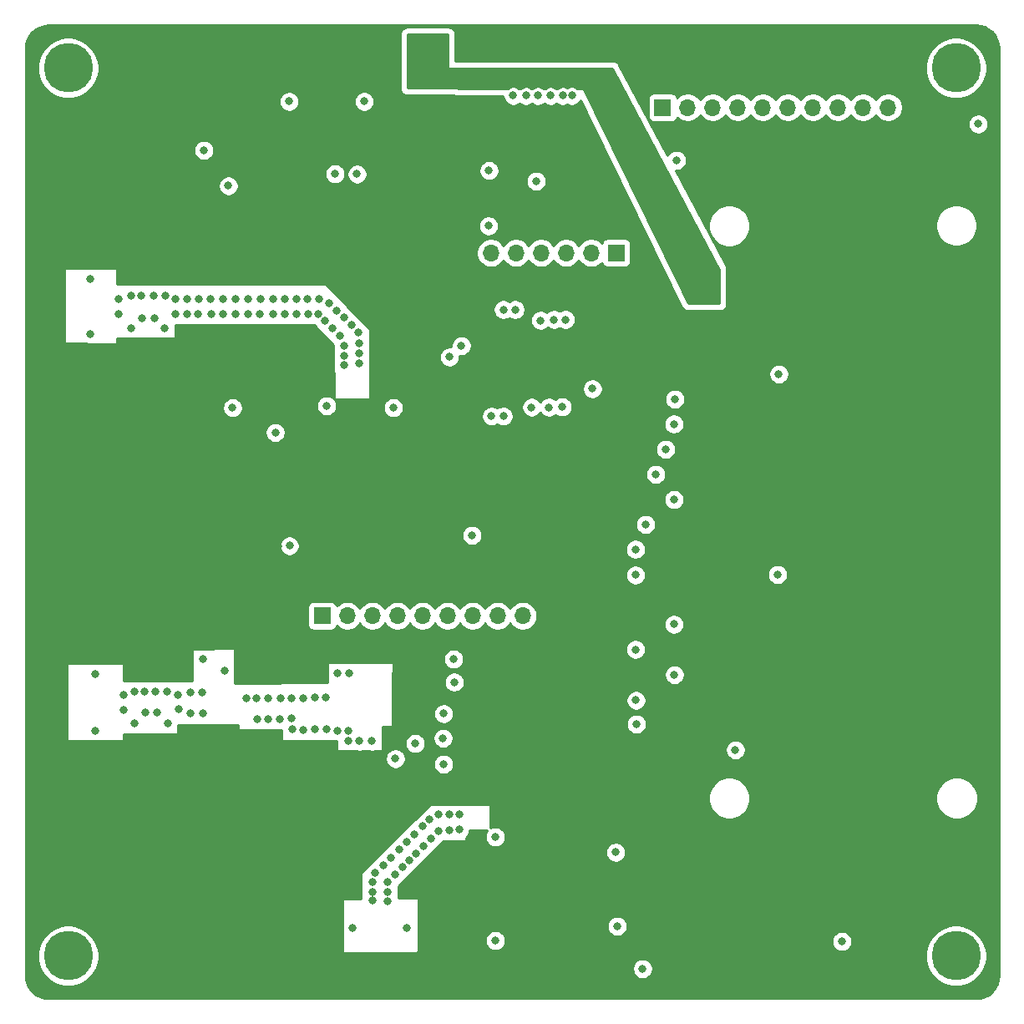
<source format=gbr>
%TF.GenerationSoftware,KiCad,Pcbnew,(5.1.12-1-10_14)*%
%TF.CreationDate,2022-02-15T12:56:50-08:00*%
%TF.ProjectId,g3_compute,67335f63-6f6d-4707-9574-652e6b696361,1*%
%TF.SameCoordinates,Original*%
%TF.FileFunction,Copper,L3,Inr*%
%TF.FilePolarity,Positive*%
%FSLAX46Y46*%
G04 Gerber Fmt 4.6, Leading zero omitted, Abs format (unit mm)*
G04 Created by KiCad (PCBNEW (5.1.12-1-10_14)) date 2022-02-15 12:56:50*
%MOMM*%
%LPD*%
G01*
G04 APERTURE LIST*
%TA.AperFunction,ComponentPad*%
%ADD10O,1.700000X1.700000*%
%TD*%
%TA.AperFunction,ComponentPad*%
%ADD11R,1.700000X1.700000*%
%TD*%
%TA.AperFunction,ComponentPad*%
%ADD12C,5.000000*%
%TD*%
%TA.AperFunction,ViaPad*%
%ADD13C,0.800000*%
%TD*%
%TA.AperFunction,Conductor*%
%ADD14C,0.254000*%
%TD*%
%TA.AperFunction,Conductor*%
%ADD15C,0.100000*%
%TD*%
G04 APERTURE END LIST*
D10*
%TO.N,Net-(J107-Pad6)*%
%TO.C,J107*%
X147850000Y-73750000D03*
%TO.N,/LOAD_TX*%
X150390000Y-73750000D03*
%TO.N,/LOAD_RX*%
X152930000Y-73750000D03*
%TO.N,Net-(J107-Pad3)*%
X155470000Y-73750000D03*
%TO.N,Net-(J107-Pad2)*%
X158010000Y-73750000D03*
D11*
%TO.N,GND*%
X160550000Y-73750000D03*
%TD*%
D10*
%TO.N,/PI_GPIO13*%
%TO.C,J105*%
X188110000Y-59000000D03*
%TO.N,/PI_GPIO6*%
X185570000Y-59000000D03*
%TO.N,/PI_GPIO5*%
X183030000Y-59000000D03*
%TO.N,/PI_GPIO11*%
X180490000Y-59000000D03*
%TO.N,/PI_GPIO9*%
X177950000Y-59000000D03*
%TO.N,/PI_GPIO10*%
X175410000Y-59000000D03*
%TO.N,/PI_GPIO22*%
X172870000Y-59000000D03*
%TO.N,/PI_GPIO27*%
X170330000Y-59000000D03*
%TO.N,/PI_GPIO17*%
X167790000Y-59000000D03*
D11*
%TO.N,/PI_GPIO4*%
X165250000Y-59000000D03*
%TD*%
D10*
%TO.N,/SX_DIO3*%
%TO.C,J101*%
X151060000Y-110540000D03*
%TO.N,/SX_DIO2*%
X148520000Y-110540000D03*
%TO.N,/SX_DIO1*%
X145980000Y-110540000D03*
%TO.N,/SX_BUSY*%
X143440000Y-110540000D03*
%TO.N,/~SX_RESET*%
X140900000Y-110540000D03*
%TO.N,/SX_SDO*%
X138360000Y-110540000D03*
%TO.N,/SX_SDI*%
X135820000Y-110540000D03*
%TO.N,/SX_SCK*%
X133280000Y-110540000D03*
D11*
%TO.N,/~SX_CS*%
X130740000Y-110540000D03*
%TD*%
D12*
%TO.N,Net-(H104-Pad1)*%
%TO.C,H104*%
X195000000Y-145000000D03*
%TD*%
%TO.N,Net-(H103-Pad1)*%
%TO.C,H103*%
X105000000Y-145000000D03*
%TD*%
%TO.N,Net-(H102-Pad1)*%
%TO.C,H102*%
X195000000Y-55000000D03*
%TD*%
%TO.N,Net-(H101-Pad1)*%
%TO.C,H101*%
X105000000Y-55000000D03*
%TD*%
D13*
%TO.N,GND*%
X110600000Y-118550000D03*
X110600000Y-120050000D03*
X110100000Y-78400000D03*
X110100000Y-79950000D03*
X111400000Y-81375000D03*
X114775000Y-81375000D03*
X115900000Y-79950000D03*
X117025000Y-79950000D03*
X118175000Y-79950000D03*
X115875000Y-78450000D03*
X111375000Y-78050000D03*
X118575000Y-118300000D03*
X117350000Y-118300000D03*
X116150000Y-118525000D03*
X116200000Y-120025000D03*
X117400000Y-120425000D03*
X118625000Y-120400000D03*
X115025000Y-118200000D03*
X113875000Y-118225000D03*
X112750000Y-118200000D03*
X111725000Y-118200000D03*
X112825000Y-120325000D03*
X113975000Y-120300000D03*
X156050000Y-57800000D03*
X123025000Y-118875000D03*
X124125000Y-121000000D03*
X125300000Y-121000000D03*
X126475000Y-121000000D03*
X127675000Y-120950000D03*
X127725000Y-122050000D03*
X130000000Y-122050000D03*
X131175000Y-122050000D03*
X133350000Y-122200000D03*
X133375000Y-123200000D03*
X131100000Y-118850000D03*
X130025000Y-118850000D03*
X128825000Y-118900000D03*
X127675000Y-118900000D03*
X126525000Y-118900000D03*
X125275000Y-118900000D03*
X124075000Y-118900000D03*
X166400000Y-98750000D03*
X166400000Y-111400000D03*
X166400000Y-91100000D03*
X135000000Y-58400000D03*
X118750000Y-63350000D03*
X149100000Y-79500000D03*
X147900000Y-90300000D03*
X158138000Y-87512000D03*
X155125000Y-57800000D03*
X177030000Y-86030000D03*
X176900000Y-106350000D03*
X166650000Y-64350000D03*
X137950000Y-89450000D03*
X113725000Y-80335000D03*
X127435000Y-103435000D03*
X121650000Y-89450000D03*
X160500000Y-134500000D03*
X148300000Y-132950000D03*
X163217500Y-146317500D03*
X160650000Y-142000000D03*
X148300000Y-143450000D03*
X134525000Y-123250000D03*
X132275000Y-122200000D03*
X128825000Y-122150000D03*
X132300000Y-116325000D03*
X133482500Y-116342500D03*
X135800000Y-123250000D03*
X111725000Y-121425000D03*
X115075000Y-121450000D03*
X120837500Y-116107500D03*
X140175000Y-123475000D03*
X143050000Y-125570000D03*
X143060000Y-120450000D03*
X144127500Y-117262500D03*
X172630000Y-124130000D03*
X166440000Y-116510000D03*
X121225000Y-66950000D03*
X183425000Y-143550000D03*
X145925000Y-102375000D03*
X197250000Y-60675000D03*
X112425000Y-78050000D03*
X113700000Y-78050000D03*
X114850000Y-78050000D03*
X138160000Y-125015000D03*
X117025000Y-78450000D03*
X118200000Y-78450000D03*
X119450000Y-78450000D03*
X120700000Y-78450000D03*
X121950000Y-78450000D03*
X123200000Y-78450000D03*
X124475000Y-78450000D03*
X125800000Y-78450000D03*
X126950000Y-78450000D03*
X128125000Y-78450000D03*
X129250000Y-78450000D03*
X130425000Y-78450000D03*
X131462500Y-78837500D03*
X132225000Y-79600000D03*
X132950000Y-80325000D03*
X133712500Y-81087500D03*
X134425000Y-81800000D03*
X134450000Y-82900000D03*
X134450000Y-83950000D03*
X134450000Y-84950000D03*
X112465000Y-80335000D03*
X119475000Y-79950000D03*
X120700000Y-79950000D03*
X121950000Y-79950000D03*
X123225000Y-79950000D03*
X124450000Y-79950000D03*
X125775000Y-79950000D03*
X126950000Y-79950000D03*
X128150000Y-79950000D03*
X129300000Y-79950000D03*
X130325000Y-79950000D03*
X131025000Y-80650000D03*
X131775000Y-81400000D03*
X132550000Y-82175000D03*
X132950000Y-83125000D03*
X132950000Y-84150000D03*
X132950000Y-85150000D03*
X107200000Y-76400000D03*
X107200000Y-82000000D03*
X107750000Y-122200000D03*
X107750000Y-116400000D03*
X144675000Y-132225000D03*
X143650000Y-132250000D03*
X142562500Y-132337500D03*
X141762500Y-133137500D03*
X140987500Y-133912500D03*
X140287500Y-134612500D03*
X139550000Y-135350000D03*
X138862500Y-136037500D03*
X138112500Y-136787500D03*
X137375000Y-137550000D03*
X137375000Y-138550000D03*
X137375000Y-139500000D03*
X144675000Y-130700000D03*
X143675000Y-130700000D03*
X142525000Y-130700000D03*
X141637500Y-131137500D03*
X140887500Y-131887500D03*
X140087500Y-132687500D03*
X139287500Y-133487500D03*
X138537500Y-134237500D03*
X137737500Y-135037500D03*
X136912500Y-135862500D03*
X136125000Y-136625000D03*
X135850000Y-139400000D03*
X135850000Y-137500000D03*
X135850000Y-138500000D03*
X139350000Y-142150000D03*
X133850000Y-142150000D03*
%TO.N,/E5_RX*%
X151975000Y-89400000D03*
X152885000Y-80590000D03*
%TO.N,/~E5_RESET*%
X162550000Y-119100000D03*
X131200000Y-89250000D03*
%TO.N,/PI_SCL*%
X147650000Y-65400000D03*
X147600000Y-71000000D03*
%TO.N,/~PS_CC_CE*%
X164550000Y-96200000D03*
X151400000Y-57800000D03*
%TO.N,/~PS_CC_QON*%
X163525000Y-101275000D03*
X150100000Y-57800000D03*
%TO.N,/~PS_CC_INT*%
X152600000Y-57800000D03*
X165550000Y-93650000D03*
%TO.N,+3V3*%
X121300000Y-63300000D03*
X137600000Y-58500000D03*
X147800000Y-80500000D03*
X174150000Y-74600000D03*
X175400000Y-74600000D03*
X130200000Y-72995000D03*
X130050000Y-68550000D03*
X193175000Y-60600000D03*
X176960000Y-96190000D03*
X126300000Y-103450000D03*
X164300000Y-141100000D03*
X173374999Y-137625001D03*
X137275000Y-122752500D03*
X119825000Y-122325000D03*
%TO.N,+5V*%
X158600000Y-56250000D03*
X142700000Y-52700000D03*
X157600000Y-56250000D03*
X169850000Y-74600000D03*
X168500000Y-74600000D03*
X165250000Y-67950000D03*
%TO.N,/CPPC_INT*%
X127400000Y-58400000D03*
X162500000Y-103800000D03*
%TO.N,/MUX_SELA*%
X150300000Y-79500000D03*
X162500000Y-106400000D03*
%TO.N,/GPS_RX*%
X154225000Y-80500000D03*
X153725000Y-89400000D03*
%TO.N,/CPPC_RX*%
X134275000Y-65750000D03*
X144850501Y-83150501D03*
%TO.N,/LOAD_TX*%
X155400000Y-80500000D03*
X155075000Y-89350000D03*
%TO.N,/CPPC_TX*%
X132050000Y-65725000D03*
X143650000Y-84300000D03*
%TO.N,/MUX_SELB*%
X149100000Y-90300000D03*
X162500000Y-113950000D03*
%TO.N,/SX_DIO3*%
X142990000Y-122950000D03*
%TO.N,/SX_DIO2*%
X118700000Y-114930000D03*
X144080000Y-114920000D03*
%TO.N,/PS_BOOST_PS*%
X153900000Y-57800000D03*
X166480000Y-88570000D03*
%TO.N,/~E5_BOOT*%
X162600000Y-121500000D03*
X126000000Y-91950000D03*
%TO.N,Net-(J107-Pad3)*%
X152440000Y-66480000D03*
%TD*%
D14*
%TO.N,+3V3*%
X197449016Y-50732312D02*
X197880930Y-50862714D01*
X198279285Y-51074524D01*
X198628914Y-51359675D01*
X198916497Y-51707303D01*
X199131086Y-52104177D01*
X199264498Y-52535161D01*
X199315000Y-53015654D01*
X199315001Y-146966485D01*
X199267688Y-147449016D01*
X199137287Y-147880927D01*
X198925480Y-148279280D01*
X198640325Y-148628914D01*
X198292697Y-148916497D01*
X197895825Y-149131085D01*
X197464834Y-149264500D01*
X196984346Y-149315000D01*
X103033504Y-149315000D01*
X102550984Y-149267688D01*
X102119073Y-149137287D01*
X101720720Y-148925480D01*
X101371086Y-148640325D01*
X101083503Y-148292697D01*
X100868915Y-147895825D01*
X100735500Y-147464834D01*
X100685000Y-146984346D01*
X100685000Y-144691229D01*
X101865000Y-144691229D01*
X101865000Y-145308771D01*
X101985476Y-145914446D01*
X102221799Y-146484979D01*
X102564886Y-146998446D01*
X103001554Y-147435114D01*
X103515021Y-147778201D01*
X104085554Y-148014524D01*
X104691229Y-148135000D01*
X105308771Y-148135000D01*
X105914446Y-148014524D01*
X106484979Y-147778201D01*
X106998446Y-147435114D01*
X107435114Y-146998446D01*
X107778201Y-146484979D01*
X107889797Y-146215561D01*
X162182500Y-146215561D01*
X162182500Y-146419439D01*
X162222274Y-146619398D01*
X162300295Y-146807756D01*
X162413563Y-146977274D01*
X162557726Y-147121437D01*
X162727244Y-147234705D01*
X162915602Y-147312726D01*
X163115561Y-147352500D01*
X163319439Y-147352500D01*
X163519398Y-147312726D01*
X163707756Y-147234705D01*
X163877274Y-147121437D01*
X164021437Y-146977274D01*
X164134705Y-146807756D01*
X164212726Y-146619398D01*
X164252500Y-146419439D01*
X164252500Y-146215561D01*
X164212726Y-146015602D01*
X164134705Y-145827244D01*
X164021437Y-145657726D01*
X163877274Y-145513563D01*
X163707756Y-145400295D01*
X163519398Y-145322274D01*
X163319439Y-145282500D01*
X163115561Y-145282500D01*
X162915602Y-145322274D01*
X162727244Y-145400295D01*
X162557726Y-145513563D01*
X162413563Y-145657726D01*
X162300295Y-145827244D01*
X162222274Y-146015602D01*
X162182500Y-146215561D01*
X107889797Y-146215561D01*
X108014524Y-145914446D01*
X108135000Y-145308771D01*
X108135000Y-144691229D01*
X108014524Y-144085554D01*
X107778201Y-143515021D01*
X107435114Y-143001554D01*
X106998446Y-142564886D01*
X106484979Y-142221799D01*
X105914446Y-141985476D01*
X105308771Y-141865000D01*
X104691229Y-141865000D01*
X104085554Y-141985476D01*
X103515021Y-142221799D01*
X103001554Y-142564886D01*
X102564886Y-143001554D01*
X102221799Y-143515021D01*
X101985476Y-144085554D01*
X101865000Y-144691229D01*
X100685000Y-144691229D01*
X100685000Y-139300000D01*
X132773000Y-139300000D01*
X132773000Y-144600000D01*
X132775609Y-144625612D01*
X132782996Y-144649387D01*
X132794879Y-144671265D01*
X132810802Y-144690403D01*
X132830153Y-144706068D01*
X132852188Y-144717656D01*
X132876060Y-144724723D01*
X132900852Y-144726997D01*
X138230284Y-144691229D01*
X191865000Y-144691229D01*
X191865000Y-145308771D01*
X191985476Y-145914446D01*
X192221799Y-146484979D01*
X192564886Y-146998446D01*
X193001554Y-147435114D01*
X193515021Y-147778201D01*
X194085554Y-148014524D01*
X194691229Y-148135000D01*
X195308771Y-148135000D01*
X195914446Y-148014524D01*
X196484979Y-147778201D01*
X196998446Y-147435114D01*
X197435114Y-146998446D01*
X197778201Y-146484979D01*
X198014524Y-145914446D01*
X198135000Y-145308771D01*
X198135000Y-144691229D01*
X198014524Y-144085554D01*
X197778201Y-143515021D01*
X197435114Y-143001554D01*
X196998446Y-142564886D01*
X196484979Y-142221799D01*
X195914446Y-141985476D01*
X195308771Y-141865000D01*
X194691229Y-141865000D01*
X194085554Y-141985476D01*
X193515021Y-142221799D01*
X193001554Y-142564886D01*
X192564886Y-143001554D01*
X192221799Y-143515021D01*
X191985476Y-144085554D01*
X191865000Y-144691229D01*
X138230284Y-144691229D01*
X140350852Y-144676997D01*
X140374776Y-144674560D01*
X140398601Y-144667333D01*
X140420557Y-144655597D01*
X140439803Y-144639803D01*
X140455597Y-144620557D01*
X140467333Y-144598601D01*
X140474560Y-144574776D01*
X140477000Y-144550000D01*
X140477000Y-143348061D01*
X147265000Y-143348061D01*
X147265000Y-143551939D01*
X147304774Y-143751898D01*
X147382795Y-143940256D01*
X147496063Y-144109774D01*
X147640226Y-144253937D01*
X147809744Y-144367205D01*
X147998102Y-144445226D01*
X148198061Y-144485000D01*
X148401939Y-144485000D01*
X148601898Y-144445226D01*
X148790256Y-144367205D01*
X148959774Y-144253937D01*
X149103937Y-144109774D01*
X149217205Y-143940256D01*
X149295226Y-143751898D01*
X149335000Y-143551939D01*
X149335000Y-143448061D01*
X182390000Y-143448061D01*
X182390000Y-143651939D01*
X182429774Y-143851898D01*
X182507795Y-144040256D01*
X182621063Y-144209774D01*
X182765226Y-144353937D01*
X182934744Y-144467205D01*
X183123102Y-144545226D01*
X183323061Y-144585000D01*
X183526939Y-144585000D01*
X183726898Y-144545226D01*
X183915256Y-144467205D01*
X184084774Y-144353937D01*
X184228937Y-144209774D01*
X184342205Y-144040256D01*
X184420226Y-143851898D01*
X184460000Y-143651939D01*
X184460000Y-143448061D01*
X184420226Y-143248102D01*
X184342205Y-143059744D01*
X184228937Y-142890226D01*
X184084774Y-142746063D01*
X183915256Y-142632795D01*
X183726898Y-142554774D01*
X183526939Y-142515000D01*
X183323061Y-142515000D01*
X183123102Y-142554774D01*
X182934744Y-142632795D01*
X182765226Y-142746063D01*
X182621063Y-142890226D01*
X182507795Y-143059744D01*
X182429774Y-143248102D01*
X182390000Y-143448061D01*
X149335000Y-143448061D01*
X149335000Y-143348061D01*
X149295226Y-143148102D01*
X149217205Y-142959744D01*
X149103937Y-142790226D01*
X148959774Y-142646063D01*
X148790256Y-142532795D01*
X148601898Y-142454774D01*
X148401939Y-142415000D01*
X148198061Y-142415000D01*
X147998102Y-142454774D01*
X147809744Y-142532795D01*
X147640226Y-142646063D01*
X147496063Y-142790226D01*
X147382795Y-142959744D01*
X147304774Y-143148102D01*
X147265000Y-143348061D01*
X140477000Y-143348061D01*
X140477000Y-141898061D01*
X159615000Y-141898061D01*
X159615000Y-142101939D01*
X159654774Y-142301898D01*
X159732795Y-142490256D01*
X159846063Y-142659774D01*
X159990226Y-142803937D01*
X160159744Y-142917205D01*
X160348102Y-142995226D01*
X160548061Y-143035000D01*
X160751939Y-143035000D01*
X160951898Y-142995226D01*
X161140256Y-142917205D01*
X161309774Y-142803937D01*
X161453937Y-142659774D01*
X161567205Y-142490256D01*
X161645226Y-142301898D01*
X161685000Y-142101939D01*
X161685000Y-141898061D01*
X161645226Y-141698102D01*
X161567205Y-141509744D01*
X161453937Y-141340226D01*
X161309774Y-141196063D01*
X161140256Y-141082795D01*
X160951898Y-141004774D01*
X160751939Y-140965000D01*
X160548061Y-140965000D01*
X160348102Y-141004774D01*
X160159744Y-141082795D01*
X159990226Y-141196063D01*
X159846063Y-141340226D01*
X159732795Y-141509744D01*
X159654774Y-141698102D01*
X159615000Y-141898061D01*
X140477000Y-141898061D01*
X140477000Y-139250000D01*
X140474240Y-139223669D01*
X140466716Y-139199936D01*
X140454706Y-139178128D01*
X140438673Y-139159082D01*
X140419232Y-139143530D01*
X140397130Y-139132069D01*
X140373218Y-139125140D01*
X140348413Y-139123010D01*
X138477000Y-139146403D01*
X138477000Y-137977404D01*
X142037099Y-134398061D01*
X159465000Y-134398061D01*
X159465000Y-134601939D01*
X159504774Y-134801898D01*
X159582795Y-134990256D01*
X159696063Y-135159774D01*
X159840226Y-135303937D01*
X160009744Y-135417205D01*
X160198102Y-135495226D01*
X160398061Y-135535000D01*
X160601939Y-135535000D01*
X160801898Y-135495226D01*
X160990256Y-135417205D01*
X161159774Y-135303937D01*
X161303937Y-135159774D01*
X161417205Y-134990256D01*
X161495226Y-134801898D01*
X161535000Y-134601939D01*
X161535000Y-134398061D01*
X161495226Y-134198102D01*
X161417205Y-134009744D01*
X161303937Y-133840226D01*
X161159774Y-133696063D01*
X160990256Y-133582795D01*
X160801898Y-133504774D01*
X160601939Y-133465000D01*
X160398061Y-133465000D01*
X160198102Y-133504774D01*
X160009744Y-133582795D01*
X159840226Y-133696063D01*
X159696063Y-133840226D01*
X159582795Y-134009744D01*
X159504774Y-134198102D01*
X159465000Y-134398061D01*
X142037099Y-134398061D01*
X143027805Y-133402000D01*
X145175000Y-133402000D01*
X145191246Y-133400957D01*
X145215507Y-133395367D01*
X145238211Y-133385152D01*
X145258486Y-133370703D01*
X145275552Y-133352577D01*
X145288755Y-133331470D01*
X145297586Y-133308192D01*
X145301706Y-133283639D01*
X145318323Y-133039929D01*
X145334774Y-133028937D01*
X145478937Y-132884774D01*
X145592205Y-132715256D01*
X145670226Y-132526898D01*
X145710000Y-132326939D01*
X145710000Y-132302000D01*
X147488196Y-132302000D01*
X147382795Y-132459744D01*
X147304774Y-132648102D01*
X147265000Y-132848061D01*
X147265000Y-133051939D01*
X147304774Y-133251898D01*
X147382795Y-133440256D01*
X147496063Y-133609774D01*
X147640226Y-133753937D01*
X147809744Y-133867205D01*
X147998102Y-133945226D01*
X148198061Y-133985000D01*
X148401939Y-133985000D01*
X148601898Y-133945226D01*
X148790256Y-133867205D01*
X148959774Y-133753937D01*
X149103937Y-133609774D01*
X149217205Y-133440256D01*
X149295226Y-133251898D01*
X149335000Y-133051939D01*
X149335000Y-132848061D01*
X149295226Y-132648102D01*
X149217205Y-132459744D01*
X149103937Y-132290226D01*
X148959774Y-132146063D01*
X148790256Y-132032795D01*
X148601898Y-131954774D01*
X148401939Y-131915000D01*
X148198061Y-131915000D01*
X147998102Y-131954774D01*
X147825458Y-132026286D01*
X147801993Y-129773677D01*
X147799663Y-129750749D01*
X147792537Y-129726895D01*
X147780893Y-129704889D01*
X147765181Y-129685577D01*
X147746002Y-129669702D01*
X147724095Y-129657873D01*
X147700302Y-129650546D01*
X147675536Y-129648001D01*
X141750536Y-129623001D01*
X141725675Y-129625351D01*
X141701825Y-129632492D01*
X141679826Y-129644148D01*
X141660523Y-129659873D01*
X140990594Y-130324965D01*
X140977726Y-130333563D01*
X140833563Y-130477726D01*
X140827338Y-130487042D01*
X134735523Y-136534873D01*
X134719403Y-136554443D01*
X134707667Y-136576399D01*
X134700440Y-136600224D01*
X134698000Y-136625000D01*
X134698000Y-139173000D01*
X132900000Y-139173000D01*
X132875224Y-139175440D01*
X132851399Y-139182667D01*
X132829443Y-139194403D01*
X132810197Y-139210197D01*
X132794403Y-139229443D01*
X132782667Y-139251399D01*
X132775440Y-139275224D01*
X132773000Y-139300000D01*
X100685000Y-139300000D01*
X100685000Y-128809721D01*
X169875000Y-128809721D01*
X169875000Y-129230279D01*
X169957047Y-129642756D01*
X170117988Y-130031302D01*
X170351637Y-130380983D01*
X170649017Y-130678363D01*
X170998698Y-130912012D01*
X171387244Y-131072953D01*
X171799721Y-131155000D01*
X172220279Y-131155000D01*
X172632756Y-131072953D01*
X173021302Y-130912012D01*
X173370983Y-130678363D01*
X173668363Y-130380983D01*
X173902012Y-130031302D01*
X174062953Y-129642756D01*
X174145000Y-129230279D01*
X174145000Y-128809721D01*
X192935000Y-128809721D01*
X192935000Y-129230279D01*
X193017047Y-129642756D01*
X193177988Y-130031302D01*
X193411637Y-130380983D01*
X193709017Y-130678363D01*
X194058698Y-130912012D01*
X194447244Y-131072953D01*
X194859721Y-131155000D01*
X195280279Y-131155000D01*
X195692756Y-131072953D01*
X196081302Y-130912012D01*
X196430983Y-130678363D01*
X196728363Y-130380983D01*
X196962012Y-130031302D01*
X197122953Y-129642756D01*
X197205000Y-129230279D01*
X197205000Y-128809721D01*
X197122953Y-128397244D01*
X196962012Y-128008698D01*
X196728363Y-127659017D01*
X196430983Y-127361637D01*
X196081302Y-127127988D01*
X195692756Y-126967047D01*
X195280279Y-126885000D01*
X194859721Y-126885000D01*
X194447244Y-126967047D01*
X194058698Y-127127988D01*
X193709017Y-127361637D01*
X193411637Y-127659017D01*
X193177988Y-128008698D01*
X193017047Y-128397244D01*
X192935000Y-128809721D01*
X174145000Y-128809721D01*
X174062953Y-128397244D01*
X173902012Y-128008698D01*
X173668363Y-127659017D01*
X173370983Y-127361637D01*
X173021302Y-127127988D01*
X172632756Y-126967047D01*
X172220279Y-126885000D01*
X171799721Y-126885000D01*
X171387244Y-126967047D01*
X170998698Y-127127988D01*
X170649017Y-127361637D01*
X170351637Y-127659017D01*
X170117988Y-128008698D01*
X169957047Y-128397244D01*
X169875000Y-128809721D01*
X100685000Y-128809721D01*
X100685000Y-124913061D01*
X137125000Y-124913061D01*
X137125000Y-125116939D01*
X137164774Y-125316898D01*
X137242795Y-125505256D01*
X137356063Y-125674774D01*
X137500226Y-125818937D01*
X137669744Y-125932205D01*
X137858102Y-126010226D01*
X138058061Y-126050000D01*
X138261939Y-126050000D01*
X138461898Y-126010226D01*
X138650256Y-125932205D01*
X138819774Y-125818937D01*
X138963937Y-125674774D01*
X139077205Y-125505256D01*
X139092611Y-125468061D01*
X142015000Y-125468061D01*
X142015000Y-125671939D01*
X142054774Y-125871898D01*
X142132795Y-126060256D01*
X142246063Y-126229774D01*
X142390226Y-126373937D01*
X142559744Y-126487205D01*
X142748102Y-126565226D01*
X142948061Y-126605000D01*
X143151939Y-126605000D01*
X143351898Y-126565226D01*
X143540256Y-126487205D01*
X143709774Y-126373937D01*
X143853937Y-126229774D01*
X143967205Y-126060256D01*
X144045226Y-125871898D01*
X144085000Y-125671939D01*
X144085000Y-125468061D01*
X144045226Y-125268102D01*
X143967205Y-125079744D01*
X143853937Y-124910226D01*
X143709774Y-124766063D01*
X143540256Y-124652795D01*
X143351898Y-124574774D01*
X143151939Y-124535000D01*
X142948061Y-124535000D01*
X142748102Y-124574774D01*
X142559744Y-124652795D01*
X142390226Y-124766063D01*
X142246063Y-124910226D01*
X142132795Y-125079744D01*
X142054774Y-125268102D01*
X142015000Y-125468061D01*
X139092611Y-125468061D01*
X139155226Y-125316898D01*
X139195000Y-125116939D01*
X139195000Y-124913061D01*
X139155226Y-124713102D01*
X139077205Y-124524744D01*
X138963937Y-124355226D01*
X138819774Y-124211063D01*
X138650256Y-124097795D01*
X138461898Y-124019774D01*
X138261939Y-123980000D01*
X138058061Y-123980000D01*
X137858102Y-124019774D01*
X137669744Y-124097795D01*
X137500226Y-124211063D01*
X137356063Y-124355226D01*
X137242795Y-124524744D01*
X137164774Y-124713102D01*
X137125000Y-124913061D01*
X100685000Y-124913061D01*
X100685000Y-115500000D01*
X104873000Y-115500000D01*
X104873000Y-123100000D01*
X104875440Y-123124776D01*
X104882667Y-123148601D01*
X104894403Y-123170557D01*
X104910197Y-123189803D01*
X104929443Y-123205597D01*
X104951399Y-123217333D01*
X104975224Y-123224560D01*
X105000000Y-123227000D01*
X107607842Y-123227000D01*
X107648061Y-123235000D01*
X107851939Y-123235000D01*
X107892158Y-123227000D01*
X110500000Y-123227000D01*
X110524776Y-123224560D01*
X110548601Y-123217333D01*
X110570557Y-123205597D01*
X110589803Y-123189803D01*
X110605597Y-123170557D01*
X110617333Y-123148601D01*
X110624560Y-123124776D01*
X110627000Y-123100000D01*
X110627000Y-122527000D01*
X115975000Y-122527000D01*
X115999776Y-122524560D01*
X116023601Y-122517333D01*
X116045557Y-122505597D01*
X116064803Y-122489803D01*
X116080597Y-122470557D01*
X116092333Y-122448601D01*
X116099560Y-122424776D01*
X116102000Y-122400000D01*
X116102000Y-121592158D01*
X116105015Y-121577000D01*
X122223000Y-121577000D01*
X122223000Y-121975000D01*
X122225440Y-121999776D01*
X122232667Y-122023601D01*
X122244403Y-122045557D01*
X122260197Y-122064803D01*
X122279443Y-122080597D01*
X122301399Y-122092333D01*
X122325224Y-122099560D01*
X122350000Y-122102000D01*
X126598000Y-122102000D01*
X126598000Y-123125000D01*
X126600440Y-123149776D01*
X126607667Y-123173601D01*
X126619403Y-123195557D01*
X126635197Y-123214803D01*
X126654443Y-123230597D01*
X126676399Y-123242333D01*
X126700224Y-123249560D01*
X126725000Y-123252000D01*
X132223000Y-123252000D01*
X132223000Y-124125000D01*
X132225440Y-124149776D01*
X132232667Y-124173601D01*
X132244403Y-124195557D01*
X132260197Y-124214803D01*
X132279443Y-124230597D01*
X132301399Y-124242333D01*
X132325224Y-124249560D01*
X132350000Y-124252000D01*
X134257157Y-124252000D01*
X134423061Y-124285000D01*
X134626939Y-124285000D01*
X134792843Y-124252000D01*
X135532157Y-124252000D01*
X135698061Y-124285000D01*
X135901939Y-124285000D01*
X136067843Y-124252000D01*
X136750000Y-124252000D01*
X136774776Y-124249560D01*
X136798601Y-124242333D01*
X136820557Y-124230597D01*
X136839803Y-124214803D01*
X136855597Y-124195557D01*
X136867333Y-124173601D01*
X136874560Y-124149776D01*
X136877000Y-124125000D01*
X136877000Y-123373061D01*
X139140000Y-123373061D01*
X139140000Y-123576939D01*
X139179774Y-123776898D01*
X139257795Y-123965256D01*
X139371063Y-124134774D01*
X139515226Y-124278937D01*
X139684744Y-124392205D01*
X139873102Y-124470226D01*
X140073061Y-124510000D01*
X140276939Y-124510000D01*
X140476898Y-124470226D01*
X140665256Y-124392205D01*
X140834774Y-124278937D01*
X140978937Y-124134774D01*
X141050240Y-124028061D01*
X171595000Y-124028061D01*
X171595000Y-124231939D01*
X171634774Y-124431898D01*
X171712795Y-124620256D01*
X171826063Y-124789774D01*
X171970226Y-124933937D01*
X172139744Y-125047205D01*
X172328102Y-125125226D01*
X172528061Y-125165000D01*
X172731939Y-125165000D01*
X172931898Y-125125226D01*
X173120256Y-125047205D01*
X173289774Y-124933937D01*
X173433937Y-124789774D01*
X173547205Y-124620256D01*
X173625226Y-124431898D01*
X173665000Y-124231939D01*
X173665000Y-124028061D01*
X173625226Y-123828102D01*
X173547205Y-123639744D01*
X173433937Y-123470226D01*
X173289774Y-123326063D01*
X173120256Y-123212795D01*
X172931898Y-123134774D01*
X172731939Y-123095000D01*
X172528061Y-123095000D01*
X172328102Y-123134774D01*
X172139744Y-123212795D01*
X171970226Y-123326063D01*
X171826063Y-123470226D01*
X171712795Y-123639744D01*
X171634774Y-123828102D01*
X171595000Y-124028061D01*
X141050240Y-124028061D01*
X141092205Y-123965256D01*
X141170226Y-123776898D01*
X141210000Y-123576939D01*
X141210000Y-123373061D01*
X141170226Y-123173102D01*
X141092205Y-122984744D01*
X141000877Y-122848061D01*
X141955000Y-122848061D01*
X141955000Y-123051939D01*
X141994774Y-123251898D01*
X142072795Y-123440256D01*
X142186063Y-123609774D01*
X142330226Y-123753937D01*
X142499744Y-123867205D01*
X142688102Y-123945226D01*
X142888061Y-123985000D01*
X143091939Y-123985000D01*
X143291898Y-123945226D01*
X143480256Y-123867205D01*
X143649774Y-123753937D01*
X143793937Y-123609774D01*
X143907205Y-123440256D01*
X143985226Y-123251898D01*
X144025000Y-123051939D01*
X144025000Y-122848061D01*
X143985226Y-122648102D01*
X143907205Y-122459744D01*
X143793937Y-122290226D01*
X143649774Y-122146063D01*
X143480256Y-122032795D01*
X143291898Y-121954774D01*
X143091939Y-121915000D01*
X142888061Y-121915000D01*
X142688102Y-121954774D01*
X142499744Y-122032795D01*
X142330226Y-122146063D01*
X142186063Y-122290226D01*
X142072795Y-122459744D01*
X141994774Y-122648102D01*
X141955000Y-122848061D01*
X141000877Y-122848061D01*
X140978937Y-122815226D01*
X140834774Y-122671063D01*
X140665256Y-122557795D01*
X140476898Y-122479774D01*
X140276939Y-122440000D01*
X140073061Y-122440000D01*
X139873102Y-122479774D01*
X139684744Y-122557795D01*
X139515226Y-122671063D01*
X139371063Y-122815226D01*
X139257795Y-122984744D01*
X139179774Y-123173102D01*
X139140000Y-123373061D01*
X136877000Y-123373061D01*
X136877000Y-121802000D01*
X137775000Y-121802000D01*
X137799282Y-121799657D01*
X137823135Y-121792525D01*
X137845138Y-121780876D01*
X137864445Y-121765158D01*
X137880316Y-121745976D01*
X137892139Y-121724066D01*
X137899460Y-121700271D01*
X137901999Y-121675504D01*
X137907266Y-120348061D01*
X142025000Y-120348061D01*
X142025000Y-120551939D01*
X142064774Y-120751898D01*
X142142795Y-120940256D01*
X142256063Y-121109774D01*
X142400226Y-121253937D01*
X142569744Y-121367205D01*
X142758102Y-121445226D01*
X142958061Y-121485000D01*
X143161939Y-121485000D01*
X143361898Y-121445226D01*
X143475763Y-121398061D01*
X161565000Y-121398061D01*
X161565000Y-121601939D01*
X161604774Y-121801898D01*
X161682795Y-121990256D01*
X161796063Y-122159774D01*
X161940226Y-122303937D01*
X162109744Y-122417205D01*
X162298102Y-122495226D01*
X162498061Y-122535000D01*
X162701939Y-122535000D01*
X162901898Y-122495226D01*
X163090256Y-122417205D01*
X163259774Y-122303937D01*
X163403937Y-122159774D01*
X163517205Y-121990256D01*
X163595226Y-121801898D01*
X163635000Y-121601939D01*
X163635000Y-121398061D01*
X163595226Y-121198102D01*
X163517205Y-121009744D01*
X163403937Y-120840226D01*
X163259774Y-120696063D01*
X163090256Y-120582795D01*
X162901898Y-120504774D01*
X162701939Y-120465000D01*
X162498061Y-120465000D01*
X162298102Y-120504774D01*
X162109744Y-120582795D01*
X161940226Y-120696063D01*
X161796063Y-120840226D01*
X161682795Y-121009744D01*
X161604774Y-121198102D01*
X161565000Y-121398061D01*
X143475763Y-121398061D01*
X143550256Y-121367205D01*
X143719774Y-121253937D01*
X143863937Y-121109774D01*
X143977205Y-120940256D01*
X144055226Y-120751898D01*
X144095000Y-120551939D01*
X144095000Y-120348061D01*
X144055226Y-120148102D01*
X143977205Y-119959744D01*
X143863937Y-119790226D01*
X143719774Y-119646063D01*
X143550256Y-119532795D01*
X143361898Y-119454774D01*
X143161939Y-119415000D01*
X142958061Y-119415000D01*
X142758102Y-119454774D01*
X142569744Y-119532795D01*
X142400226Y-119646063D01*
X142256063Y-119790226D01*
X142142795Y-119959744D01*
X142064774Y-120148102D01*
X142025000Y-120348061D01*
X137907266Y-120348061D01*
X137912623Y-118998061D01*
X161515000Y-118998061D01*
X161515000Y-119201939D01*
X161554774Y-119401898D01*
X161632795Y-119590256D01*
X161746063Y-119759774D01*
X161890226Y-119903937D01*
X162059744Y-120017205D01*
X162248102Y-120095226D01*
X162448061Y-120135000D01*
X162651939Y-120135000D01*
X162851898Y-120095226D01*
X163040256Y-120017205D01*
X163209774Y-119903937D01*
X163353937Y-119759774D01*
X163467205Y-119590256D01*
X163545226Y-119401898D01*
X163585000Y-119201939D01*
X163585000Y-118998061D01*
X163545226Y-118798102D01*
X163467205Y-118609744D01*
X163353937Y-118440226D01*
X163209774Y-118296063D01*
X163040256Y-118182795D01*
X162851898Y-118104774D01*
X162651939Y-118065000D01*
X162448061Y-118065000D01*
X162248102Y-118104774D01*
X162059744Y-118182795D01*
X161890226Y-118296063D01*
X161746063Y-118440226D01*
X161632795Y-118609744D01*
X161554774Y-118798102D01*
X161515000Y-118998061D01*
X137912623Y-118998061D01*
X137919915Y-117160561D01*
X143092500Y-117160561D01*
X143092500Y-117364439D01*
X143132274Y-117564398D01*
X143210295Y-117752756D01*
X143323563Y-117922274D01*
X143467726Y-118066437D01*
X143637244Y-118179705D01*
X143825602Y-118257726D01*
X144025561Y-118297500D01*
X144229439Y-118297500D01*
X144429398Y-118257726D01*
X144617756Y-118179705D01*
X144787274Y-118066437D01*
X144931437Y-117922274D01*
X145044705Y-117752756D01*
X145122726Y-117564398D01*
X145162500Y-117364439D01*
X145162500Y-117160561D01*
X145122726Y-116960602D01*
X145044705Y-116772244D01*
X144931437Y-116602726D01*
X144787274Y-116458563D01*
X144711693Y-116408061D01*
X165405000Y-116408061D01*
X165405000Y-116611939D01*
X165444774Y-116811898D01*
X165522795Y-117000256D01*
X165636063Y-117169774D01*
X165780226Y-117313937D01*
X165949744Y-117427205D01*
X166138102Y-117505226D01*
X166338061Y-117545000D01*
X166541939Y-117545000D01*
X166741898Y-117505226D01*
X166930256Y-117427205D01*
X167099774Y-117313937D01*
X167243937Y-117169774D01*
X167357205Y-117000256D01*
X167435226Y-116811898D01*
X167475000Y-116611939D01*
X167475000Y-116408061D01*
X167435226Y-116208102D01*
X167357205Y-116019744D01*
X167243937Y-115850226D01*
X167099774Y-115706063D01*
X166930256Y-115592795D01*
X166741898Y-115514774D01*
X166541939Y-115475000D01*
X166338061Y-115475000D01*
X166138102Y-115514774D01*
X165949744Y-115592795D01*
X165780226Y-115706063D01*
X165636063Y-115850226D01*
X165522795Y-116019744D01*
X165444774Y-116208102D01*
X165405000Y-116408061D01*
X144711693Y-116408061D01*
X144617756Y-116345295D01*
X144429398Y-116267274D01*
X144229439Y-116227500D01*
X144025561Y-116227500D01*
X143825602Y-116267274D01*
X143637244Y-116345295D01*
X143467726Y-116458563D01*
X143323563Y-116602726D01*
X143210295Y-116772244D01*
X143132274Y-116960602D01*
X143092500Y-117160561D01*
X137919915Y-117160561D01*
X137926999Y-115375504D01*
X137924655Y-115350708D01*
X137917521Y-115326856D01*
X137905870Y-115304854D01*
X137890151Y-115285548D01*
X137870968Y-115269679D01*
X137849057Y-115257857D01*
X137825261Y-115250538D01*
X137800494Y-115248001D01*
X131375494Y-115223001D01*
X131350224Y-115225440D01*
X131326399Y-115232667D01*
X131304443Y-115244403D01*
X131285197Y-115260197D01*
X131269403Y-115279443D01*
X131257667Y-115301399D01*
X131250440Y-115325224D01*
X131248000Y-115350000D01*
X131248000Y-117298988D01*
X121902000Y-117372004D01*
X121902000Y-114818061D01*
X143045000Y-114818061D01*
X143045000Y-115021939D01*
X143084774Y-115221898D01*
X143162795Y-115410256D01*
X143276063Y-115579774D01*
X143420226Y-115723937D01*
X143589744Y-115837205D01*
X143778102Y-115915226D01*
X143978061Y-115955000D01*
X144181939Y-115955000D01*
X144381898Y-115915226D01*
X144570256Y-115837205D01*
X144739774Y-115723937D01*
X144883937Y-115579774D01*
X144997205Y-115410256D01*
X145075226Y-115221898D01*
X145115000Y-115021939D01*
X145115000Y-114818061D01*
X145075226Y-114618102D01*
X144997205Y-114429744D01*
X144883937Y-114260226D01*
X144739774Y-114116063D01*
X144570256Y-114002795D01*
X144381898Y-113924774D01*
X144181939Y-113885000D01*
X143978061Y-113885000D01*
X143778102Y-113924774D01*
X143589744Y-114002795D01*
X143420226Y-114116063D01*
X143276063Y-114260226D01*
X143162795Y-114429744D01*
X143084774Y-114618102D01*
X143045000Y-114818061D01*
X121902000Y-114818061D01*
X121902000Y-113975000D01*
X121899405Y-113949460D01*
X121892032Y-113925680D01*
X121880162Y-113903796D01*
X121864250Y-113884648D01*
X121844908Y-113868972D01*
X121822880Y-113857371D01*
X121799012Y-113850291D01*
X121774860Y-113848061D01*
X161465000Y-113848061D01*
X161465000Y-114051939D01*
X161504774Y-114251898D01*
X161582795Y-114440256D01*
X161696063Y-114609774D01*
X161840226Y-114753937D01*
X162009744Y-114867205D01*
X162198102Y-114945226D01*
X162398061Y-114985000D01*
X162601939Y-114985000D01*
X162801898Y-114945226D01*
X162990256Y-114867205D01*
X163159774Y-114753937D01*
X163303937Y-114609774D01*
X163417205Y-114440256D01*
X163495226Y-114251898D01*
X163535000Y-114051939D01*
X163535000Y-113848061D01*
X163495226Y-113648102D01*
X163417205Y-113459744D01*
X163303937Y-113290226D01*
X163159774Y-113146063D01*
X162990256Y-113032795D01*
X162801898Y-112954774D01*
X162601939Y-112915000D01*
X162398061Y-112915000D01*
X162198102Y-112954774D01*
X162009744Y-113032795D01*
X161840226Y-113146063D01*
X161696063Y-113290226D01*
X161582795Y-113459744D01*
X161504774Y-113648102D01*
X161465000Y-113848061D01*
X121774860Y-113848061D01*
X121774221Y-113848002D01*
X117699221Y-113873002D01*
X117675224Y-113875440D01*
X117651399Y-113882667D01*
X117629443Y-113894403D01*
X117610197Y-113910197D01*
X117594403Y-113929443D01*
X117582667Y-113951399D01*
X117575440Y-113975224D01*
X117573000Y-114000000D01*
X117573000Y-117098000D01*
X110627000Y-117098000D01*
X110627000Y-115500000D01*
X110624560Y-115475224D01*
X110617333Y-115451399D01*
X110605597Y-115429443D01*
X110589803Y-115410197D01*
X110570557Y-115394403D01*
X110548601Y-115382667D01*
X110524776Y-115375440D01*
X110500000Y-115373000D01*
X107892158Y-115373000D01*
X107851939Y-115365000D01*
X107648061Y-115365000D01*
X107607842Y-115373000D01*
X105000000Y-115373000D01*
X104975224Y-115375440D01*
X104951399Y-115382667D01*
X104929443Y-115394403D01*
X104910197Y-115410197D01*
X104894403Y-115429443D01*
X104882667Y-115451399D01*
X104875440Y-115475224D01*
X104873000Y-115500000D01*
X100685000Y-115500000D01*
X100685000Y-109690000D01*
X129251928Y-109690000D01*
X129251928Y-111390000D01*
X129264188Y-111514482D01*
X129300498Y-111634180D01*
X129359463Y-111744494D01*
X129438815Y-111841185D01*
X129535506Y-111920537D01*
X129645820Y-111979502D01*
X129765518Y-112015812D01*
X129890000Y-112028072D01*
X131590000Y-112028072D01*
X131714482Y-112015812D01*
X131834180Y-111979502D01*
X131944494Y-111920537D01*
X132041185Y-111841185D01*
X132120537Y-111744494D01*
X132179502Y-111634180D01*
X132201513Y-111561620D01*
X132333368Y-111693475D01*
X132576589Y-111855990D01*
X132846842Y-111967932D01*
X133133740Y-112025000D01*
X133426260Y-112025000D01*
X133713158Y-111967932D01*
X133983411Y-111855990D01*
X134226632Y-111693475D01*
X134433475Y-111486632D01*
X134550000Y-111312240D01*
X134666525Y-111486632D01*
X134873368Y-111693475D01*
X135116589Y-111855990D01*
X135386842Y-111967932D01*
X135673740Y-112025000D01*
X135966260Y-112025000D01*
X136253158Y-111967932D01*
X136523411Y-111855990D01*
X136766632Y-111693475D01*
X136973475Y-111486632D01*
X137090000Y-111312240D01*
X137206525Y-111486632D01*
X137413368Y-111693475D01*
X137656589Y-111855990D01*
X137926842Y-111967932D01*
X138213740Y-112025000D01*
X138506260Y-112025000D01*
X138793158Y-111967932D01*
X139063411Y-111855990D01*
X139306632Y-111693475D01*
X139513475Y-111486632D01*
X139630000Y-111312240D01*
X139746525Y-111486632D01*
X139953368Y-111693475D01*
X140196589Y-111855990D01*
X140466842Y-111967932D01*
X140753740Y-112025000D01*
X141046260Y-112025000D01*
X141333158Y-111967932D01*
X141603411Y-111855990D01*
X141846632Y-111693475D01*
X142053475Y-111486632D01*
X142170000Y-111312240D01*
X142286525Y-111486632D01*
X142493368Y-111693475D01*
X142736589Y-111855990D01*
X143006842Y-111967932D01*
X143293740Y-112025000D01*
X143586260Y-112025000D01*
X143873158Y-111967932D01*
X144143411Y-111855990D01*
X144386632Y-111693475D01*
X144593475Y-111486632D01*
X144710000Y-111312240D01*
X144826525Y-111486632D01*
X145033368Y-111693475D01*
X145276589Y-111855990D01*
X145546842Y-111967932D01*
X145833740Y-112025000D01*
X146126260Y-112025000D01*
X146413158Y-111967932D01*
X146683411Y-111855990D01*
X146926632Y-111693475D01*
X147133475Y-111486632D01*
X147250000Y-111312240D01*
X147366525Y-111486632D01*
X147573368Y-111693475D01*
X147816589Y-111855990D01*
X148086842Y-111967932D01*
X148373740Y-112025000D01*
X148666260Y-112025000D01*
X148953158Y-111967932D01*
X149223411Y-111855990D01*
X149466632Y-111693475D01*
X149673475Y-111486632D01*
X149790000Y-111312240D01*
X149906525Y-111486632D01*
X150113368Y-111693475D01*
X150356589Y-111855990D01*
X150626842Y-111967932D01*
X150913740Y-112025000D01*
X151206260Y-112025000D01*
X151493158Y-111967932D01*
X151763411Y-111855990D01*
X152006632Y-111693475D01*
X152213475Y-111486632D01*
X152339474Y-111298061D01*
X165365000Y-111298061D01*
X165365000Y-111501939D01*
X165404774Y-111701898D01*
X165482795Y-111890256D01*
X165596063Y-112059774D01*
X165740226Y-112203937D01*
X165909744Y-112317205D01*
X166098102Y-112395226D01*
X166298061Y-112435000D01*
X166501939Y-112435000D01*
X166701898Y-112395226D01*
X166890256Y-112317205D01*
X167059774Y-112203937D01*
X167203937Y-112059774D01*
X167317205Y-111890256D01*
X167395226Y-111701898D01*
X167435000Y-111501939D01*
X167435000Y-111298061D01*
X167395226Y-111098102D01*
X167317205Y-110909744D01*
X167203937Y-110740226D01*
X167059774Y-110596063D01*
X166890256Y-110482795D01*
X166701898Y-110404774D01*
X166501939Y-110365000D01*
X166298061Y-110365000D01*
X166098102Y-110404774D01*
X165909744Y-110482795D01*
X165740226Y-110596063D01*
X165596063Y-110740226D01*
X165482795Y-110909744D01*
X165404774Y-111098102D01*
X165365000Y-111298061D01*
X152339474Y-111298061D01*
X152375990Y-111243411D01*
X152487932Y-110973158D01*
X152545000Y-110686260D01*
X152545000Y-110393740D01*
X152487932Y-110106842D01*
X152375990Y-109836589D01*
X152213475Y-109593368D01*
X152006632Y-109386525D01*
X151763411Y-109224010D01*
X151493158Y-109112068D01*
X151206260Y-109055000D01*
X150913740Y-109055000D01*
X150626842Y-109112068D01*
X150356589Y-109224010D01*
X150113368Y-109386525D01*
X149906525Y-109593368D01*
X149790000Y-109767760D01*
X149673475Y-109593368D01*
X149466632Y-109386525D01*
X149223411Y-109224010D01*
X148953158Y-109112068D01*
X148666260Y-109055000D01*
X148373740Y-109055000D01*
X148086842Y-109112068D01*
X147816589Y-109224010D01*
X147573368Y-109386525D01*
X147366525Y-109593368D01*
X147250000Y-109767760D01*
X147133475Y-109593368D01*
X146926632Y-109386525D01*
X146683411Y-109224010D01*
X146413158Y-109112068D01*
X146126260Y-109055000D01*
X145833740Y-109055000D01*
X145546842Y-109112068D01*
X145276589Y-109224010D01*
X145033368Y-109386525D01*
X144826525Y-109593368D01*
X144710000Y-109767760D01*
X144593475Y-109593368D01*
X144386632Y-109386525D01*
X144143411Y-109224010D01*
X143873158Y-109112068D01*
X143586260Y-109055000D01*
X143293740Y-109055000D01*
X143006842Y-109112068D01*
X142736589Y-109224010D01*
X142493368Y-109386525D01*
X142286525Y-109593368D01*
X142170000Y-109767760D01*
X142053475Y-109593368D01*
X141846632Y-109386525D01*
X141603411Y-109224010D01*
X141333158Y-109112068D01*
X141046260Y-109055000D01*
X140753740Y-109055000D01*
X140466842Y-109112068D01*
X140196589Y-109224010D01*
X139953368Y-109386525D01*
X139746525Y-109593368D01*
X139630000Y-109767760D01*
X139513475Y-109593368D01*
X139306632Y-109386525D01*
X139063411Y-109224010D01*
X138793158Y-109112068D01*
X138506260Y-109055000D01*
X138213740Y-109055000D01*
X137926842Y-109112068D01*
X137656589Y-109224010D01*
X137413368Y-109386525D01*
X137206525Y-109593368D01*
X137090000Y-109767760D01*
X136973475Y-109593368D01*
X136766632Y-109386525D01*
X136523411Y-109224010D01*
X136253158Y-109112068D01*
X135966260Y-109055000D01*
X135673740Y-109055000D01*
X135386842Y-109112068D01*
X135116589Y-109224010D01*
X134873368Y-109386525D01*
X134666525Y-109593368D01*
X134550000Y-109767760D01*
X134433475Y-109593368D01*
X134226632Y-109386525D01*
X133983411Y-109224010D01*
X133713158Y-109112068D01*
X133426260Y-109055000D01*
X133133740Y-109055000D01*
X132846842Y-109112068D01*
X132576589Y-109224010D01*
X132333368Y-109386525D01*
X132201513Y-109518380D01*
X132179502Y-109445820D01*
X132120537Y-109335506D01*
X132041185Y-109238815D01*
X131944494Y-109159463D01*
X131834180Y-109100498D01*
X131714482Y-109064188D01*
X131590000Y-109051928D01*
X129890000Y-109051928D01*
X129765518Y-109064188D01*
X129645820Y-109100498D01*
X129535506Y-109159463D01*
X129438815Y-109238815D01*
X129359463Y-109335506D01*
X129300498Y-109445820D01*
X129264188Y-109565518D01*
X129251928Y-109690000D01*
X100685000Y-109690000D01*
X100685000Y-106298061D01*
X161465000Y-106298061D01*
X161465000Y-106501939D01*
X161504774Y-106701898D01*
X161582795Y-106890256D01*
X161696063Y-107059774D01*
X161840226Y-107203937D01*
X162009744Y-107317205D01*
X162198102Y-107395226D01*
X162398061Y-107435000D01*
X162601939Y-107435000D01*
X162801898Y-107395226D01*
X162990256Y-107317205D01*
X163159774Y-107203937D01*
X163303937Y-107059774D01*
X163417205Y-106890256D01*
X163495226Y-106701898D01*
X163535000Y-106501939D01*
X163535000Y-106298061D01*
X163525055Y-106248061D01*
X175865000Y-106248061D01*
X175865000Y-106451939D01*
X175904774Y-106651898D01*
X175982795Y-106840256D01*
X176096063Y-107009774D01*
X176240226Y-107153937D01*
X176409744Y-107267205D01*
X176598102Y-107345226D01*
X176798061Y-107385000D01*
X177001939Y-107385000D01*
X177201898Y-107345226D01*
X177390256Y-107267205D01*
X177559774Y-107153937D01*
X177703937Y-107009774D01*
X177817205Y-106840256D01*
X177895226Y-106651898D01*
X177935000Y-106451939D01*
X177935000Y-106248061D01*
X177895226Y-106048102D01*
X177817205Y-105859744D01*
X177703937Y-105690226D01*
X177559774Y-105546063D01*
X177390256Y-105432795D01*
X177201898Y-105354774D01*
X177001939Y-105315000D01*
X176798061Y-105315000D01*
X176598102Y-105354774D01*
X176409744Y-105432795D01*
X176240226Y-105546063D01*
X176096063Y-105690226D01*
X175982795Y-105859744D01*
X175904774Y-106048102D01*
X175865000Y-106248061D01*
X163525055Y-106248061D01*
X163495226Y-106098102D01*
X163417205Y-105909744D01*
X163303937Y-105740226D01*
X163159774Y-105596063D01*
X162990256Y-105482795D01*
X162801898Y-105404774D01*
X162601939Y-105365000D01*
X162398061Y-105365000D01*
X162198102Y-105404774D01*
X162009744Y-105482795D01*
X161840226Y-105596063D01*
X161696063Y-105740226D01*
X161582795Y-105909744D01*
X161504774Y-106098102D01*
X161465000Y-106298061D01*
X100685000Y-106298061D01*
X100685000Y-103333061D01*
X126400000Y-103333061D01*
X126400000Y-103536939D01*
X126439774Y-103736898D01*
X126517795Y-103925256D01*
X126631063Y-104094774D01*
X126775226Y-104238937D01*
X126944744Y-104352205D01*
X127133102Y-104430226D01*
X127333061Y-104470000D01*
X127536939Y-104470000D01*
X127736898Y-104430226D01*
X127925256Y-104352205D01*
X128094774Y-104238937D01*
X128238937Y-104094774D01*
X128352205Y-103925256D01*
X128430226Y-103736898D01*
X128437951Y-103698061D01*
X161465000Y-103698061D01*
X161465000Y-103901939D01*
X161504774Y-104101898D01*
X161582795Y-104290256D01*
X161696063Y-104459774D01*
X161840226Y-104603937D01*
X162009744Y-104717205D01*
X162198102Y-104795226D01*
X162398061Y-104835000D01*
X162601939Y-104835000D01*
X162801898Y-104795226D01*
X162990256Y-104717205D01*
X163159774Y-104603937D01*
X163303937Y-104459774D01*
X163417205Y-104290256D01*
X163495226Y-104101898D01*
X163535000Y-103901939D01*
X163535000Y-103698061D01*
X163495226Y-103498102D01*
X163417205Y-103309744D01*
X163303937Y-103140226D01*
X163159774Y-102996063D01*
X162990256Y-102882795D01*
X162801898Y-102804774D01*
X162601939Y-102765000D01*
X162398061Y-102765000D01*
X162198102Y-102804774D01*
X162009744Y-102882795D01*
X161840226Y-102996063D01*
X161696063Y-103140226D01*
X161582795Y-103309744D01*
X161504774Y-103498102D01*
X161465000Y-103698061D01*
X128437951Y-103698061D01*
X128470000Y-103536939D01*
X128470000Y-103333061D01*
X128430226Y-103133102D01*
X128352205Y-102944744D01*
X128238937Y-102775226D01*
X128094774Y-102631063D01*
X127925256Y-102517795D01*
X127736898Y-102439774D01*
X127536939Y-102400000D01*
X127333061Y-102400000D01*
X127133102Y-102439774D01*
X126944744Y-102517795D01*
X126775226Y-102631063D01*
X126631063Y-102775226D01*
X126517795Y-102944744D01*
X126439774Y-103133102D01*
X126400000Y-103333061D01*
X100685000Y-103333061D01*
X100685000Y-102273061D01*
X144890000Y-102273061D01*
X144890000Y-102476939D01*
X144929774Y-102676898D01*
X145007795Y-102865256D01*
X145121063Y-103034774D01*
X145265226Y-103178937D01*
X145434744Y-103292205D01*
X145623102Y-103370226D01*
X145823061Y-103410000D01*
X146026939Y-103410000D01*
X146226898Y-103370226D01*
X146415256Y-103292205D01*
X146584774Y-103178937D01*
X146728937Y-103034774D01*
X146842205Y-102865256D01*
X146920226Y-102676898D01*
X146960000Y-102476939D01*
X146960000Y-102273061D01*
X146920226Y-102073102D01*
X146842205Y-101884744D01*
X146728937Y-101715226D01*
X146584774Y-101571063D01*
X146415256Y-101457795D01*
X146226898Y-101379774D01*
X146026939Y-101340000D01*
X145823061Y-101340000D01*
X145623102Y-101379774D01*
X145434744Y-101457795D01*
X145265226Y-101571063D01*
X145121063Y-101715226D01*
X145007795Y-101884744D01*
X144929774Y-102073102D01*
X144890000Y-102273061D01*
X100685000Y-102273061D01*
X100685000Y-101173061D01*
X162490000Y-101173061D01*
X162490000Y-101376939D01*
X162529774Y-101576898D01*
X162607795Y-101765256D01*
X162721063Y-101934774D01*
X162865226Y-102078937D01*
X163034744Y-102192205D01*
X163223102Y-102270226D01*
X163423061Y-102310000D01*
X163626939Y-102310000D01*
X163826898Y-102270226D01*
X164015256Y-102192205D01*
X164184774Y-102078937D01*
X164328937Y-101934774D01*
X164442205Y-101765256D01*
X164520226Y-101576898D01*
X164560000Y-101376939D01*
X164560000Y-101173061D01*
X164520226Y-100973102D01*
X164442205Y-100784744D01*
X164328937Y-100615226D01*
X164184774Y-100471063D01*
X164015256Y-100357795D01*
X163826898Y-100279774D01*
X163626939Y-100240000D01*
X163423061Y-100240000D01*
X163223102Y-100279774D01*
X163034744Y-100357795D01*
X162865226Y-100471063D01*
X162721063Y-100615226D01*
X162607795Y-100784744D01*
X162529774Y-100973102D01*
X162490000Y-101173061D01*
X100685000Y-101173061D01*
X100685000Y-98648061D01*
X165365000Y-98648061D01*
X165365000Y-98851939D01*
X165404774Y-99051898D01*
X165482795Y-99240256D01*
X165596063Y-99409774D01*
X165740226Y-99553937D01*
X165909744Y-99667205D01*
X166098102Y-99745226D01*
X166298061Y-99785000D01*
X166501939Y-99785000D01*
X166701898Y-99745226D01*
X166890256Y-99667205D01*
X167059774Y-99553937D01*
X167203937Y-99409774D01*
X167317205Y-99240256D01*
X167395226Y-99051898D01*
X167435000Y-98851939D01*
X167435000Y-98648061D01*
X167395226Y-98448102D01*
X167317205Y-98259744D01*
X167203937Y-98090226D01*
X167059774Y-97946063D01*
X166890256Y-97832795D01*
X166701898Y-97754774D01*
X166501939Y-97715000D01*
X166298061Y-97715000D01*
X166098102Y-97754774D01*
X165909744Y-97832795D01*
X165740226Y-97946063D01*
X165596063Y-98090226D01*
X165482795Y-98259744D01*
X165404774Y-98448102D01*
X165365000Y-98648061D01*
X100685000Y-98648061D01*
X100685000Y-96098061D01*
X163515000Y-96098061D01*
X163515000Y-96301939D01*
X163554774Y-96501898D01*
X163632795Y-96690256D01*
X163746063Y-96859774D01*
X163890226Y-97003937D01*
X164059744Y-97117205D01*
X164248102Y-97195226D01*
X164448061Y-97235000D01*
X164651939Y-97235000D01*
X164851898Y-97195226D01*
X165040256Y-97117205D01*
X165209774Y-97003937D01*
X165353937Y-96859774D01*
X165467205Y-96690256D01*
X165545226Y-96501898D01*
X165585000Y-96301939D01*
X165585000Y-96098061D01*
X165545226Y-95898102D01*
X165467205Y-95709744D01*
X165353937Y-95540226D01*
X165209774Y-95396063D01*
X165040256Y-95282795D01*
X164851898Y-95204774D01*
X164651939Y-95165000D01*
X164448061Y-95165000D01*
X164248102Y-95204774D01*
X164059744Y-95282795D01*
X163890226Y-95396063D01*
X163746063Y-95540226D01*
X163632795Y-95709744D01*
X163554774Y-95898102D01*
X163515000Y-96098061D01*
X100685000Y-96098061D01*
X100685000Y-93548061D01*
X164515000Y-93548061D01*
X164515000Y-93751939D01*
X164554774Y-93951898D01*
X164632795Y-94140256D01*
X164746063Y-94309774D01*
X164890226Y-94453937D01*
X165059744Y-94567205D01*
X165248102Y-94645226D01*
X165448061Y-94685000D01*
X165651939Y-94685000D01*
X165851898Y-94645226D01*
X166040256Y-94567205D01*
X166209774Y-94453937D01*
X166353937Y-94309774D01*
X166467205Y-94140256D01*
X166545226Y-93951898D01*
X166585000Y-93751939D01*
X166585000Y-93548061D01*
X166545226Y-93348102D01*
X166467205Y-93159744D01*
X166353937Y-92990226D01*
X166209774Y-92846063D01*
X166040256Y-92732795D01*
X165851898Y-92654774D01*
X165651939Y-92615000D01*
X165448061Y-92615000D01*
X165248102Y-92654774D01*
X165059744Y-92732795D01*
X164890226Y-92846063D01*
X164746063Y-92990226D01*
X164632795Y-93159744D01*
X164554774Y-93348102D01*
X164515000Y-93548061D01*
X100685000Y-93548061D01*
X100685000Y-91848061D01*
X124965000Y-91848061D01*
X124965000Y-92051939D01*
X125004774Y-92251898D01*
X125082795Y-92440256D01*
X125196063Y-92609774D01*
X125340226Y-92753937D01*
X125509744Y-92867205D01*
X125698102Y-92945226D01*
X125898061Y-92985000D01*
X126101939Y-92985000D01*
X126301898Y-92945226D01*
X126490256Y-92867205D01*
X126659774Y-92753937D01*
X126803937Y-92609774D01*
X126917205Y-92440256D01*
X126995226Y-92251898D01*
X127035000Y-92051939D01*
X127035000Y-91848061D01*
X126995226Y-91648102D01*
X126917205Y-91459744D01*
X126803937Y-91290226D01*
X126659774Y-91146063D01*
X126490256Y-91032795D01*
X126301898Y-90954774D01*
X126101939Y-90915000D01*
X125898061Y-90915000D01*
X125698102Y-90954774D01*
X125509744Y-91032795D01*
X125340226Y-91146063D01*
X125196063Y-91290226D01*
X125082795Y-91459744D01*
X125004774Y-91648102D01*
X124965000Y-91848061D01*
X100685000Y-91848061D01*
X100685000Y-89348061D01*
X120615000Y-89348061D01*
X120615000Y-89551939D01*
X120654774Y-89751898D01*
X120732795Y-89940256D01*
X120846063Y-90109774D01*
X120990226Y-90253937D01*
X121159744Y-90367205D01*
X121348102Y-90445226D01*
X121548061Y-90485000D01*
X121751939Y-90485000D01*
X121951898Y-90445226D01*
X122140256Y-90367205D01*
X122309774Y-90253937D01*
X122453937Y-90109774D01*
X122567205Y-89940256D01*
X122645226Y-89751898D01*
X122685000Y-89551939D01*
X122685000Y-89348061D01*
X122645226Y-89148102D01*
X122645210Y-89148061D01*
X130165000Y-89148061D01*
X130165000Y-89351939D01*
X130204774Y-89551898D01*
X130282795Y-89740256D01*
X130396063Y-89909774D01*
X130540226Y-90053937D01*
X130709744Y-90167205D01*
X130898102Y-90245226D01*
X131098061Y-90285000D01*
X131301939Y-90285000D01*
X131501898Y-90245226D01*
X131690256Y-90167205D01*
X131859774Y-90053937D01*
X132003937Y-89909774D01*
X132117205Y-89740256D01*
X132195226Y-89551898D01*
X132235000Y-89351939D01*
X132235000Y-89348061D01*
X136915000Y-89348061D01*
X136915000Y-89551939D01*
X136954774Y-89751898D01*
X137032795Y-89940256D01*
X137146063Y-90109774D01*
X137290226Y-90253937D01*
X137459744Y-90367205D01*
X137648102Y-90445226D01*
X137848061Y-90485000D01*
X138051939Y-90485000D01*
X138251898Y-90445226D01*
X138440256Y-90367205D01*
X138609774Y-90253937D01*
X138665650Y-90198061D01*
X146865000Y-90198061D01*
X146865000Y-90401939D01*
X146904774Y-90601898D01*
X146982795Y-90790256D01*
X147096063Y-90959774D01*
X147240226Y-91103937D01*
X147409744Y-91217205D01*
X147598102Y-91295226D01*
X147798061Y-91335000D01*
X148001939Y-91335000D01*
X148201898Y-91295226D01*
X148390256Y-91217205D01*
X148500000Y-91143877D01*
X148609744Y-91217205D01*
X148798102Y-91295226D01*
X148998061Y-91335000D01*
X149201939Y-91335000D01*
X149401898Y-91295226D01*
X149590256Y-91217205D01*
X149759774Y-91103937D01*
X149865650Y-90998061D01*
X165365000Y-90998061D01*
X165365000Y-91201939D01*
X165404774Y-91401898D01*
X165482795Y-91590256D01*
X165596063Y-91759774D01*
X165740226Y-91903937D01*
X165909744Y-92017205D01*
X166098102Y-92095226D01*
X166298061Y-92135000D01*
X166501939Y-92135000D01*
X166701898Y-92095226D01*
X166890256Y-92017205D01*
X167059774Y-91903937D01*
X167203937Y-91759774D01*
X167317205Y-91590256D01*
X167395226Y-91401898D01*
X167435000Y-91201939D01*
X167435000Y-90998061D01*
X167395226Y-90798102D01*
X167317205Y-90609744D01*
X167203937Y-90440226D01*
X167059774Y-90296063D01*
X166890256Y-90182795D01*
X166701898Y-90104774D01*
X166501939Y-90065000D01*
X166298061Y-90065000D01*
X166098102Y-90104774D01*
X165909744Y-90182795D01*
X165740226Y-90296063D01*
X165596063Y-90440226D01*
X165482795Y-90609744D01*
X165404774Y-90798102D01*
X165365000Y-90998061D01*
X149865650Y-90998061D01*
X149903937Y-90959774D01*
X150017205Y-90790256D01*
X150095226Y-90601898D01*
X150135000Y-90401939D01*
X150135000Y-90198061D01*
X150095226Y-89998102D01*
X150017205Y-89809744D01*
X149903937Y-89640226D01*
X149759774Y-89496063D01*
X149590256Y-89382795D01*
X149401898Y-89304774D01*
X149368150Y-89298061D01*
X150940000Y-89298061D01*
X150940000Y-89501939D01*
X150979774Y-89701898D01*
X151057795Y-89890256D01*
X151171063Y-90059774D01*
X151315226Y-90203937D01*
X151484744Y-90317205D01*
X151673102Y-90395226D01*
X151873061Y-90435000D01*
X152076939Y-90435000D01*
X152276898Y-90395226D01*
X152465256Y-90317205D01*
X152634774Y-90203937D01*
X152778937Y-90059774D01*
X152850000Y-89953420D01*
X152921063Y-90059774D01*
X153065226Y-90203937D01*
X153234744Y-90317205D01*
X153423102Y-90395226D01*
X153623061Y-90435000D01*
X153826939Y-90435000D01*
X154026898Y-90395226D01*
X154215256Y-90317205D01*
X154384774Y-90203937D01*
X154426944Y-90161767D01*
X154584744Y-90267205D01*
X154773102Y-90345226D01*
X154973061Y-90385000D01*
X155176939Y-90385000D01*
X155376898Y-90345226D01*
X155565256Y-90267205D01*
X155734774Y-90153937D01*
X155878937Y-90009774D01*
X155992205Y-89840256D01*
X156070226Y-89651898D01*
X156110000Y-89451939D01*
X156110000Y-89248061D01*
X156070226Y-89048102D01*
X155992205Y-88859744D01*
X155878937Y-88690226D01*
X155734774Y-88546063D01*
X155565256Y-88432795D01*
X155376898Y-88354774D01*
X155176939Y-88315000D01*
X154973061Y-88315000D01*
X154773102Y-88354774D01*
X154584744Y-88432795D01*
X154415226Y-88546063D01*
X154373056Y-88588233D01*
X154215256Y-88482795D01*
X154026898Y-88404774D01*
X153826939Y-88365000D01*
X153623061Y-88365000D01*
X153423102Y-88404774D01*
X153234744Y-88482795D01*
X153065226Y-88596063D01*
X152921063Y-88740226D01*
X152850000Y-88846580D01*
X152778937Y-88740226D01*
X152634774Y-88596063D01*
X152465256Y-88482795D01*
X152276898Y-88404774D01*
X152076939Y-88365000D01*
X151873061Y-88365000D01*
X151673102Y-88404774D01*
X151484744Y-88482795D01*
X151315226Y-88596063D01*
X151171063Y-88740226D01*
X151057795Y-88909744D01*
X150979774Y-89098102D01*
X150940000Y-89298061D01*
X149368150Y-89298061D01*
X149201939Y-89265000D01*
X148998061Y-89265000D01*
X148798102Y-89304774D01*
X148609744Y-89382795D01*
X148500000Y-89456123D01*
X148390256Y-89382795D01*
X148201898Y-89304774D01*
X148001939Y-89265000D01*
X147798061Y-89265000D01*
X147598102Y-89304774D01*
X147409744Y-89382795D01*
X147240226Y-89496063D01*
X147096063Y-89640226D01*
X146982795Y-89809744D01*
X146904774Y-89998102D01*
X146865000Y-90198061D01*
X138665650Y-90198061D01*
X138753937Y-90109774D01*
X138867205Y-89940256D01*
X138945226Y-89751898D01*
X138985000Y-89551939D01*
X138985000Y-89348061D01*
X138945226Y-89148102D01*
X138867205Y-88959744D01*
X138753937Y-88790226D01*
X138609774Y-88646063D01*
X138440256Y-88532795D01*
X138251898Y-88454774D01*
X138051939Y-88415000D01*
X137848061Y-88415000D01*
X137648102Y-88454774D01*
X137459744Y-88532795D01*
X137290226Y-88646063D01*
X137146063Y-88790226D01*
X137032795Y-88959744D01*
X136954774Y-89148102D01*
X136915000Y-89348061D01*
X132235000Y-89348061D01*
X132235000Y-89148061D01*
X132195226Y-88948102D01*
X132117205Y-88759744D01*
X132003937Y-88590226D01*
X131859774Y-88446063D01*
X131690256Y-88332795D01*
X131501898Y-88254774D01*
X131301939Y-88215000D01*
X131098061Y-88215000D01*
X130898102Y-88254774D01*
X130709744Y-88332795D01*
X130540226Y-88446063D01*
X130396063Y-88590226D01*
X130282795Y-88759744D01*
X130204774Y-88948102D01*
X130165000Y-89148061D01*
X122645210Y-89148061D01*
X122567205Y-88959744D01*
X122453937Y-88790226D01*
X122309774Y-88646063D01*
X122140256Y-88532795D01*
X121951898Y-88454774D01*
X121751939Y-88415000D01*
X121548061Y-88415000D01*
X121348102Y-88454774D01*
X121159744Y-88532795D01*
X120990226Y-88646063D01*
X120846063Y-88790226D01*
X120732795Y-88959744D01*
X120654774Y-89148102D01*
X120615000Y-89348061D01*
X100685000Y-89348061D01*
X100685000Y-75400000D01*
X104573000Y-75400000D01*
X104573000Y-82800000D01*
X104575203Y-82823554D01*
X104582196Y-82847448D01*
X104593717Y-82869519D01*
X104609321Y-82888918D01*
X104628411Y-82904900D01*
X104650251Y-82916851D01*
X104674004Y-82924311D01*
X104698755Y-82926994D01*
X106782701Y-82947425D01*
X106898102Y-82995226D01*
X107098061Y-83035000D01*
X107301939Y-83035000D01*
X107501898Y-82995226D01*
X107598002Y-82955418D01*
X109798755Y-82976994D01*
X109824776Y-82974560D01*
X109848601Y-82967333D01*
X109870557Y-82955597D01*
X109889803Y-82939803D01*
X109905597Y-82920557D01*
X109917333Y-82898601D01*
X109924560Y-82874776D01*
X109927000Y-82850000D01*
X109927000Y-82427000D01*
X115720000Y-82427000D01*
X115743892Y-82424732D01*
X115767767Y-82417674D01*
X115789807Y-82406094D01*
X115809163Y-82390437D01*
X115825094Y-82371305D01*
X115836985Y-82349432D01*
X115844381Y-82325659D01*
X115846997Y-82300901D01*
X115856103Y-81017000D01*
X129934470Y-81017000D01*
X131834267Y-83071095D01*
X131973042Y-88493249D01*
X131975440Y-88514776D01*
X131982667Y-88538601D01*
X131994403Y-88560557D01*
X132010197Y-88579803D01*
X132029443Y-88595597D01*
X132051399Y-88607333D01*
X132075224Y-88614560D01*
X132100000Y-88617000D01*
X135440000Y-88617000D01*
X135464776Y-88614560D01*
X135488601Y-88607333D01*
X135510557Y-88595597D01*
X135529803Y-88579803D01*
X135545597Y-88560557D01*
X135557333Y-88538601D01*
X135564560Y-88514776D01*
X135567000Y-88490000D01*
X135567000Y-87410061D01*
X157103000Y-87410061D01*
X157103000Y-87613939D01*
X157142774Y-87813898D01*
X157220795Y-88002256D01*
X157334063Y-88171774D01*
X157478226Y-88315937D01*
X157647744Y-88429205D01*
X157836102Y-88507226D01*
X158036061Y-88547000D01*
X158239939Y-88547000D01*
X158439898Y-88507226D01*
X158534449Y-88468061D01*
X165445000Y-88468061D01*
X165445000Y-88671939D01*
X165484774Y-88871898D01*
X165562795Y-89060256D01*
X165676063Y-89229774D01*
X165820226Y-89373937D01*
X165989744Y-89487205D01*
X166178102Y-89565226D01*
X166378061Y-89605000D01*
X166581939Y-89605000D01*
X166781898Y-89565226D01*
X166970256Y-89487205D01*
X167139774Y-89373937D01*
X167283937Y-89229774D01*
X167397205Y-89060256D01*
X167475226Y-88871898D01*
X167515000Y-88671939D01*
X167515000Y-88468061D01*
X167475226Y-88268102D01*
X167397205Y-88079744D01*
X167283937Y-87910226D01*
X167139774Y-87766063D01*
X166970256Y-87652795D01*
X166781898Y-87574774D01*
X166581939Y-87535000D01*
X166378061Y-87535000D01*
X166178102Y-87574774D01*
X165989744Y-87652795D01*
X165820226Y-87766063D01*
X165676063Y-87910226D01*
X165562795Y-88079744D01*
X165484774Y-88268102D01*
X165445000Y-88468061D01*
X158534449Y-88468061D01*
X158628256Y-88429205D01*
X158797774Y-88315937D01*
X158941937Y-88171774D01*
X159055205Y-88002256D01*
X159133226Y-87813898D01*
X159173000Y-87613939D01*
X159173000Y-87410061D01*
X159133226Y-87210102D01*
X159055205Y-87021744D01*
X158941937Y-86852226D01*
X158797774Y-86708063D01*
X158628256Y-86594795D01*
X158439898Y-86516774D01*
X158239939Y-86477000D01*
X158036061Y-86477000D01*
X157836102Y-86516774D01*
X157647744Y-86594795D01*
X157478226Y-86708063D01*
X157334063Y-86852226D01*
X157220795Y-87021744D01*
X157142774Y-87210102D01*
X157103000Y-87410061D01*
X135567000Y-87410061D01*
X135567000Y-85928061D01*
X175995000Y-85928061D01*
X175995000Y-86131939D01*
X176034774Y-86331898D01*
X176112795Y-86520256D01*
X176226063Y-86689774D01*
X176370226Y-86833937D01*
X176539744Y-86947205D01*
X176728102Y-87025226D01*
X176928061Y-87065000D01*
X177131939Y-87065000D01*
X177331898Y-87025226D01*
X177520256Y-86947205D01*
X177689774Y-86833937D01*
X177833937Y-86689774D01*
X177947205Y-86520256D01*
X178025226Y-86331898D01*
X178065000Y-86131939D01*
X178065000Y-85928061D01*
X178025226Y-85728102D01*
X177947205Y-85539744D01*
X177833937Y-85370226D01*
X177689774Y-85226063D01*
X177520256Y-85112795D01*
X177331898Y-85034774D01*
X177131939Y-84995000D01*
X176928061Y-84995000D01*
X176728102Y-85034774D01*
X176539744Y-85112795D01*
X176370226Y-85226063D01*
X176226063Y-85370226D01*
X176112795Y-85539744D01*
X176034774Y-85728102D01*
X175995000Y-85928061D01*
X135567000Y-85928061D01*
X135567000Y-84198061D01*
X142615000Y-84198061D01*
X142615000Y-84401939D01*
X142654774Y-84601898D01*
X142732795Y-84790256D01*
X142846063Y-84959774D01*
X142990226Y-85103937D01*
X143159744Y-85217205D01*
X143348102Y-85295226D01*
X143548061Y-85335000D01*
X143751939Y-85335000D01*
X143951898Y-85295226D01*
X144140256Y-85217205D01*
X144309774Y-85103937D01*
X144453937Y-84959774D01*
X144567205Y-84790256D01*
X144645226Y-84601898D01*
X144685000Y-84401939D01*
X144685000Y-84198061D01*
X144679780Y-84171820D01*
X144748562Y-84185501D01*
X144952440Y-84185501D01*
X145152399Y-84145727D01*
X145340757Y-84067706D01*
X145510275Y-83954438D01*
X145654438Y-83810275D01*
X145767706Y-83640757D01*
X145845727Y-83452399D01*
X145885501Y-83252440D01*
X145885501Y-83048562D01*
X145845727Y-82848603D01*
X145767706Y-82660245D01*
X145654438Y-82490727D01*
X145510275Y-82346564D01*
X145340757Y-82233296D01*
X145152399Y-82155275D01*
X144952440Y-82115501D01*
X144748562Y-82115501D01*
X144548603Y-82155275D01*
X144360245Y-82233296D01*
X144190727Y-82346564D01*
X144046564Y-82490727D01*
X143933296Y-82660245D01*
X143855275Y-82848603D01*
X143815501Y-83048562D01*
X143815501Y-83252440D01*
X143820721Y-83278681D01*
X143751939Y-83265000D01*
X143548061Y-83265000D01*
X143348102Y-83304774D01*
X143159744Y-83382795D01*
X142990226Y-83496063D01*
X142846063Y-83640226D01*
X142732795Y-83809744D01*
X142654774Y-83998102D01*
X142615000Y-84198061D01*
X135567000Y-84198061D01*
X135567000Y-81480000D01*
X135564726Y-81456073D01*
X135557661Y-81432200D01*
X135546075Y-81410164D01*
X135530413Y-81390812D01*
X133564652Y-79398061D01*
X148065000Y-79398061D01*
X148065000Y-79601939D01*
X148104774Y-79801898D01*
X148182795Y-79990256D01*
X148296063Y-80159774D01*
X148440226Y-80303937D01*
X148609744Y-80417205D01*
X148798102Y-80495226D01*
X148998061Y-80535000D01*
X149201939Y-80535000D01*
X149401898Y-80495226D01*
X149590256Y-80417205D01*
X149700000Y-80343877D01*
X149809744Y-80417205D01*
X149998102Y-80495226D01*
X150198061Y-80535000D01*
X150401939Y-80535000D01*
X150601898Y-80495226D01*
X150619195Y-80488061D01*
X151850000Y-80488061D01*
X151850000Y-80691939D01*
X151889774Y-80891898D01*
X151967795Y-81080256D01*
X152081063Y-81249774D01*
X152225226Y-81393937D01*
X152394744Y-81507205D01*
X152583102Y-81585226D01*
X152783061Y-81625000D01*
X152986939Y-81625000D01*
X153186898Y-81585226D01*
X153375256Y-81507205D01*
X153544774Y-81393937D01*
X153606917Y-81331794D01*
X153734744Y-81417205D01*
X153923102Y-81495226D01*
X154123061Y-81535000D01*
X154326939Y-81535000D01*
X154526898Y-81495226D01*
X154715256Y-81417205D01*
X154812500Y-81352229D01*
X154909744Y-81417205D01*
X155098102Y-81495226D01*
X155298061Y-81535000D01*
X155501939Y-81535000D01*
X155701898Y-81495226D01*
X155890256Y-81417205D01*
X156059774Y-81303937D01*
X156203937Y-81159774D01*
X156317205Y-80990256D01*
X156395226Y-80801898D01*
X156435000Y-80601939D01*
X156435000Y-80398061D01*
X156395226Y-80198102D01*
X156317205Y-80009744D01*
X156203937Y-79840226D01*
X156059774Y-79696063D01*
X155890256Y-79582795D01*
X155701898Y-79504774D01*
X155501939Y-79465000D01*
X155298061Y-79465000D01*
X155098102Y-79504774D01*
X154909744Y-79582795D01*
X154812500Y-79647771D01*
X154715256Y-79582795D01*
X154526898Y-79504774D01*
X154326939Y-79465000D01*
X154123061Y-79465000D01*
X153923102Y-79504774D01*
X153734744Y-79582795D01*
X153565226Y-79696063D01*
X153503083Y-79758206D01*
X153375256Y-79672795D01*
X153186898Y-79594774D01*
X152986939Y-79555000D01*
X152783061Y-79555000D01*
X152583102Y-79594774D01*
X152394744Y-79672795D01*
X152225226Y-79786063D01*
X152081063Y-79930226D01*
X151967795Y-80099744D01*
X151889774Y-80288102D01*
X151850000Y-80488061D01*
X150619195Y-80488061D01*
X150790256Y-80417205D01*
X150959774Y-80303937D01*
X151103937Y-80159774D01*
X151217205Y-79990256D01*
X151295226Y-79801898D01*
X151335000Y-79601939D01*
X151335000Y-79398061D01*
X151295226Y-79198102D01*
X151217205Y-79009744D01*
X151103937Y-78840226D01*
X150959774Y-78696063D01*
X150790256Y-78582795D01*
X150601898Y-78504774D01*
X150401939Y-78465000D01*
X150198061Y-78465000D01*
X149998102Y-78504774D01*
X149809744Y-78582795D01*
X149700000Y-78656123D01*
X149590256Y-78582795D01*
X149401898Y-78504774D01*
X149201939Y-78465000D01*
X148998061Y-78465000D01*
X148798102Y-78504774D01*
X148609744Y-78582795D01*
X148440226Y-78696063D01*
X148296063Y-78840226D01*
X148182795Y-79009744D01*
X148104774Y-79198102D01*
X148065000Y-79398061D01*
X133564652Y-79398061D01*
X131160413Y-76960812D01*
X131140557Y-76944403D01*
X131118601Y-76932667D01*
X131094776Y-76925440D01*
X131070000Y-76923000D01*
X109927000Y-76923000D01*
X109927000Y-75450000D01*
X109924797Y-75426446D01*
X109917804Y-75402552D01*
X109906283Y-75380481D01*
X109890679Y-75361082D01*
X109871589Y-75345100D01*
X109849749Y-75333149D01*
X109825996Y-75325689D01*
X109801245Y-75323006D01*
X104701245Y-75273006D01*
X104675224Y-75275440D01*
X104651399Y-75282667D01*
X104629443Y-75294403D01*
X104610197Y-75310197D01*
X104594403Y-75329443D01*
X104582667Y-75351399D01*
X104575440Y-75375224D01*
X104573000Y-75400000D01*
X100685000Y-75400000D01*
X100685000Y-73603740D01*
X146365000Y-73603740D01*
X146365000Y-73896260D01*
X146422068Y-74183158D01*
X146534010Y-74453411D01*
X146696525Y-74696632D01*
X146903368Y-74903475D01*
X147146589Y-75065990D01*
X147416842Y-75177932D01*
X147703740Y-75235000D01*
X147996260Y-75235000D01*
X148283158Y-75177932D01*
X148553411Y-75065990D01*
X148796632Y-74903475D01*
X149003475Y-74696632D01*
X149120000Y-74522240D01*
X149236525Y-74696632D01*
X149443368Y-74903475D01*
X149686589Y-75065990D01*
X149956842Y-75177932D01*
X150243740Y-75235000D01*
X150536260Y-75235000D01*
X150823158Y-75177932D01*
X151093411Y-75065990D01*
X151336632Y-74903475D01*
X151543475Y-74696632D01*
X151660000Y-74522240D01*
X151776525Y-74696632D01*
X151983368Y-74903475D01*
X152226589Y-75065990D01*
X152496842Y-75177932D01*
X152783740Y-75235000D01*
X153076260Y-75235000D01*
X153363158Y-75177932D01*
X153633411Y-75065990D01*
X153876632Y-74903475D01*
X154083475Y-74696632D01*
X154200000Y-74522240D01*
X154316525Y-74696632D01*
X154523368Y-74903475D01*
X154766589Y-75065990D01*
X155036842Y-75177932D01*
X155323740Y-75235000D01*
X155616260Y-75235000D01*
X155903158Y-75177932D01*
X156173411Y-75065990D01*
X156416632Y-74903475D01*
X156623475Y-74696632D01*
X156740000Y-74522240D01*
X156856525Y-74696632D01*
X157063368Y-74903475D01*
X157306589Y-75065990D01*
X157576842Y-75177932D01*
X157863740Y-75235000D01*
X158156260Y-75235000D01*
X158443158Y-75177932D01*
X158713411Y-75065990D01*
X158956632Y-74903475D01*
X159088487Y-74771620D01*
X159110498Y-74844180D01*
X159169463Y-74954494D01*
X159248815Y-75051185D01*
X159345506Y-75130537D01*
X159455820Y-75189502D01*
X159575518Y-75225812D01*
X159700000Y-75238072D01*
X161400000Y-75238072D01*
X161524482Y-75225812D01*
X161644180Y-75189502D01*
X161754494Y-75130537D01*
X161851185Y-75051185D01*
X161930537Y-74954494D01*
X161989502Y-74844180D01*
X162025812Y-74724482D01*
X162038072Y-74600000D01*
X162038072Y-72900000D01*
X162025812Y-72775518D01*
X161989502Y-72655820D01*
X161930537Y-72545506D01*
X161851185Y-72448815D01*
X161754494Y-72369463D01*
X161644180Y-72310498D01*
X161524482Y-72274188D01*
X161400000Y-72261928D01*
X159700000Y-72261928D01*
X159575518Y-72274188D01*
X159455820Y-72310498D01*
X159345506Y-72369463D01*
X159248815Y-72448815D01*
X159169463Y-72545506D01*
X159110498Y-72655820D01*
X159088487Y-72728380D01*
X158956632Y-72596525D01*
X158713411Y-72434010D01*
X158443158Y-72322068D01*
X158156260Y-72265000D01*
X157863740Y-72265000D01*
X157576842Y-72322068D01*
X157306589Y-72434010D01*
X157063368Y-72596525D01*
X156856525Y-72803368D01*
X156740000Y-72977760D01*
X156623475Y-72803368D01*
X156416632Y-72596525D01*
X156173411Y-72434010D01*
X155903158Y-72322068D01*
X155616260Y-72265000D01*
X155323740Y-72265000D01*
X155036842Y-72322068D01*
X154766589Y-72434010D01*
X154523368Y-72596525D01*
X154316525Y-72803368D01*
X154200000Y-72977760D01*
X154083475Y-72803368D01*
X153876632Y-72596525D01*
X153633411Y-72434010D01*
X153363158Y-72322068D01*
X153076260Y-72265000D01*
X152783740Y-72265000D01*
X152496842Y-72322068D01*
X152226589Y-72434010D01*
X151983368Y-72596525D01*
X151776525Y-72803368D01*
X151660000Y-72977760D01*
X151543475Y-72803368D01*
X151336632Y-72596525D01*
X151093411Y-72434010D01*
X150823158Y-72322068D01*
X150536260Y-72265000D01*
X150243740Y-72265000D01*
X149956842Y-72322068D01*
X149686589Y-72434010D01*
X149443368Y-72596525D01*
X149236525Y-72803368D01*
X149120000Y-72977760D01*
X149003475Y-72803368D01*
X148796632Y-72596525D01*
X148553411Y-72434010D01*
X148283158Y-72322068D01*
X147996260Y-72265000D01*
X147703740Y-72265000D01*
X147416842Y-72322068D01*
X147146589Y-72434010D01*
X146903368Y-72596525D01*
X146696525Y-72803368D01*
X146534010Y-73046589D01*
X146422068Y-73316842D01*
X146365000Y-73603740D01*
X100685000Y-73603740D01*
X100685000Y-70898061D01*
X146565000Y-70898061D01*
X146565000Y-71101939D01*
X146604774Y-71301898D01*
X146682795Y-71490256D01*
X146796063Y-71659774D01*
X146940226Y-71803937D01*
X147109744Y-71917205D01*
X147298102Y-71995226D01*
X147498061Y-72035000D01*
X147701939Y-72035000D01*
X147901898Y-71995226D01*
X148090256Y-71917205D01*
X148259774Y-71803937D01*
X148403937Y-71659774D01*
X148517205Y-71490256D01*
X148595226Y-71301898D01*
X148635000Y-71101939D01*
X148635000Y-70898061D01*
X148595226Y-70698102D01*
X148517205Y-70509744D01*
X148403937Y-70340226D01*
X148259774Y-70196063D01*
X148090256Y-70082795D01*
X147901898Y-70004774D01*
X147701939Y-69965000D01*
X147498061Y-69965000D01*
X147298102Y-70004774D01*
X147109744Y-70082795D01*
X146940226Y-70196063D01*
X146796063Y-70340226D01*
X146682795Y-70509744D01*
X146604774Y-70698102D01*
X146565000Y-70898061D01*
X100685000Y-70898061D01*
X100685000Y-66848061D01*
X120190000Y-66848061D01*
X120190000Y-67051939D01*
X120229774Y-67251898D01*
X120307795Y-67440256D01*
X120421063Y-67609774D01*
X120565226Y-67753937D01*
X120734744Y-67867205D01*
X120923102Y-67945226D01*
X121123061Y-67985000D01*
X121326939Y-67985000D01*
X121526898Y-67945226D01*
X121715256Y-67867205D01*
X121884774Y-67753937D01*
X122028937Y-67609774D01*
X122142205Y-67440256D01*
X122220226Y-67251898D01*
X122260000Y-67051939D01*
X122260000Y-66848061D01*
X122220226Y-66648102D01*
X122142205Y-66459744D01*
X122028937Y-66290226D01*
X121884774Y-66146063D01*
X121715256Y-66032795D01*
X121526898Y-65954774D01*
X121326939Y-65915000D01*
X121123061Y-65915000D01*
X120923102Y-65954774D01*
X120734744Y-66032795D01*
X120565226Y-66146063D01*
X120421063Y-66290226D01*
X120307795Y-66459744D01*
X120229774Y-66648102D01*
X120190000Y-66848061D01*
X100685000Y-66848061D01*
X100685000Y-65623061D01*
X131015000Y-65623061D01*
X131015000Y-65826939D01*
X131054774Y-66026898D01*
X131132795Y-66215256D01*
X131246063Y-66384774D01*
X131390226Y-66528937D01*
X131559744Y-66642205D01*
X131748102Y-66720226D01*
X131948061Y-66760000D01*
X132151939Y-66760000D01*
X132351898Y-66720226D01*
X132540256Y-66642205D01*
X132709774Y-66528937D01*
X132853937Y-66384774D01*
X132967205Y-66215256D01*
X133045226Y-66026898D01*
X133085000Y-65826939D01*
X133085000Y-65648061D01*
X133240000Y-65648061D01*
X133240000Y-65851939D01*
X133279774Y-66051898D01*
X133357795Y-66240256D01*
X133471063Y-66409774D01*
X133615226Y-66553937D01*
X133784744Y-66667205D01*
X133973102Y-66745226D01*
X134173061Y-66785000D01*
X134376939Y-66785000D01*
X134576898Y-66745226D01*
X134765256Y-66667205D01*
X134934774Y-66553937D01*
X135078937Y-66409774D01*
X135192205Y-66240256D01*
X135270226Y-66051898D01*
X135310000Y-65851939D01*
X135310000Y-65648061D01*
X135270226Y-65448102D01*
X135208077Y-65298061D01*
X146615000Y-65298061D01*
X146615000Y-65501939D01*
X146654774Y-65701898D01*
X146732795Y-65890256D01*
X146846063Y-66059774D01*
X146990226Y-66203937D01*
X147159744Y-66317205D01*
X147348102Y-66395226D01*
X147548061Y-66435000D01*
X147751939Y-66435000D01*
X147951898Y-66395226D01*
X147993337Y-66378061D01*
X151405000Y-66378061D01*
X151405000Y-66581939D01*
X151444774Y-66781898D01*
X151522795Y-66970256D01*
X151636063Y-67139774D01*
X151780226Y-67283937D01*
X151949744Y-67397205D01*
X152138102Y-67475226D01*
X152338061Y-67515000D01*
X152541939Y-67515000D01*
X152741898Y-67475226D01*
X152930256Y-67397205D01*
X153099774Y-67283937D01*
X153243937Y-67139774D01*
X153357205Y-66970256D01*
X153435226Y-66781898D01*
X153475000Y-66581939D01*
X153475000Y-66378061D01*
X153435226Y-66178102D01*
X153357205Y-65989744D01*
X153243937Y-65820226D01*
X153099774Y-65676063D01*
X152930256Y-65562795D01*
X152741898Y-65484774D01*
X152541939Y-65445000D01*
X152338061Y-65445000D01*
X152138102Y-65484774D01*
X151949744Y-65562795D01*
X151780226Y-65676063D01*
X151636063Y-65820226D01*
X151522795Y-65989744D01*
X151444774Y-66178102D01*
X151405000Y-66378061D01*
X147993337Y-66378061D01*
X148140256Y-66317205D01*
X148309774Y-66203937D01*
X148453937Y-66059774D01*
X148567205Y-65890256D01*
X148645226Y-65701898D01*
X148685000Y-65501939D01*
X148685000Y-65298061D01*
X148645226Y-65098102D01*
X148567205Y-64909744D01*
X148453937Y-64740226D01*
X148309774Y-64596063D01*
X148140256Y-64482795D01*
X147951898Y-64404774D01*
X147751939Y-64365000D01*
X147548061Y-64365000D01*
X147348102Y-64404774D01*
X147159744Y-64482795D01*
X146990226Y-64596063D01*
X146846063Y-64740226D01*
X146732795Y-64909744D01*
X146654774Y-65098102D01*
X146615000Y-65298061D01*
X135208077Y-65298061D01*
X135192205Y-65259744D01*
X135078937Y-65090226D01*
X134934774Y-64946063D01*
X134765256Y-64832795D01*
X134576898Y-64754774D01*
X134376939Y-64715000D01*
X134173061Y-64715000D01*
X133973102Y-64754774D01*
X133784744Y-64832795D01*
X133615226Y-64946063D01*
X133471063Y-65090226D01*
X133357795Y-65259744D01*
X133279774Y-65448102D01*
X133240000Y-65648061D01*
X133085000Y-65648061D01*
X133085000Y-65623061D01*
X133045226Y-65423102D01*
X132967205Y-65234744D01*
X132853937Y-65065226D01*
X132709774Y-64921063D01*
X132540256Y-64807795D01*
X132351898Y-64729774D01*
X132151939Y-64690000D01*
X131948061Y-64690000D01*
X131748102Y-64729774D01*
X131559744Y-64807795D01*
X131390226Y-64921063D01*
X131246063Y-65065226D01*
X131132795Y-65234744D01*
X131054774Y-65423102D01*
X131015000Y-65623061D01*
X100685000Y-65623061D01*
X100685000Y-63248061D01*
X117715000Y-63248061D01*
X117715000Y-63451939D01*
X117754774Y-63651898D01*
X117832795Y-63840256D01*
X117946063Y-64009774D01*
X118090226Y-64153937D01*
X118259744Y-64267205D01*
X118448102Y-64345226D01*
X118648061Y-64385000D01*
X118851939Y-64385000D01*
X119051898Y-64345226D01*
X119240256Y-64267205D01*
X119409774Y-64153937D01*
X119553937Y-64009774D01*
X119667205Y-63840256D01*
X119745226Y-63651898D01*
X119785000Y-63451939D01*
X119785000Y-63248061D01*
X119745226Y-63048102D01*
X119667205Y-62859744D01*
X119553937Y-62690226D01*
X119409774Y-62546063D01*
X119240256Y-62432795D01*
X119051898Y-62354774D01*
X118851939Y-62315000D01*
X118648061Y-62315000D01*
X118448102Y-62354774D01*
X118259744Y-62432795D01*
X118090226Y-62546063D01*
X117946063Y-62690226D01*
X117832795Y-62859744D01*
X117754774Y-63048102D01*
X117715000Y-63248061D01*
X100685000Y-63248061D01*
X100685000Y-58298061D01*
X126365000Y-58298061D01*
X126365000Y-58501939D01*
X126404774Y-58701898D01*
X126482795Y-58890256D01*
X126596063Y-59059774D01*
X126740226Y-59203937D01*
X126909744Y-59317205D01*
X127098102Y-59395226D01*
X127298061Y-59435000D01*
X127501939Y-59435000D01*
X127701898Y-59395226D01*
X127890256Y-59317205D01*
X128059774Y-59203937D01*
X128203937Y-59059774D01*
X128317205Y-58890256D01*
X128395226Y-58701898D01*
X128435000Y-58501939D01*
X128435000Y-58298061D01*
X133965000Y-58298061D01*
X133965000Y-58501939D01*
X134004774Y-58701898D01*
X134082795Y-58890256D01*
X134196063Y-59059774D01*
X134340226Y-59203937D01*
X134509744Y-59317205D01*
X134698102Y-59395226D01*
X134898061Y-59435000D01*
X135101939Y-59435000D01*
X135301898Y-59395226D01*
X135490256Y-59317205D01*
X135659774Y-59203937D01*
X135803937Y-59059774D01*
X135917205Y-58890256D01*
X135995226Y-58701898D01*
X136035000Y-58501939D01*
X136035000Y-58298061D01*
X135995226Y-58098102D01*
X135917205Y-57909744D01*
X135803937Y-57740226D01*
X135659774Y-57596063D01*
X135490256Y-57482795D01*
X135301898Y-57404774D01*
X135101939Y-57365000D01*
X134898061Y-57365000D01*
X134698102Y-57404774D01*
X134509744Y-57482795D01*
X134340226Y-57596063D01*
X134196063Y-57740226D01*
X134082795Y-57909744D01*
X134004774Y-58098102D01*
X133965000Y-58298061D01*
X128435000Y-58298061D01*
X128395226Y-58098102D01*
X128317205Y-57909744D01*
X128203937Y-57740226D01*
X128059774Y-57596063D01*
X127890256Y-57482795D01*
X127701898Y-57404774D01*
X127501939Y-57365000D01*
X127298061Y-57365000D01*
X127098102Y-57404774D01*
X126909744Y-57482795D01*
X126740226Y-57596063D01*
X126596063Y-57740226D01*
X126482795Y-57909744D01*
X126404774Y-58098102D01*
X126365000Y-58298061D01*
X100685000Y-58298061D01*
X100685000Y-54691229D01*
X101865000Y-54691229D01*
X101865000Y-55308771D01*
X101985476Y-55914446D01*
X102221799Y-56484979D01*
X102564886Y-56998446D01*
X103001554Y-57435114D01*
X103515021Y-57778201D01*
X104085554Y-58014524D01*
X104691229Y-58135000D01*
X105308771Y-58135000D01*
X105914446Y-58014524D01*
X106484979Y-57778201D01*
X106998446Y-57435114D01*
X107435114Y-56998446D01*
X107778201Y-56484979D01*
X108014524Y-55914446D01*
X108135000Y-55308771D01*
X108135000Y-54691229D01*
X108014524Y-54085554D01*
X107778201Y-53515021D01*
X107435114Y-53001554D01*
X106998446Y-52564886D01*
X106484979Y-52221799D01*
X105914446Y-51985476D01*
X105308771Y-51865000D01*
X104691229Y-51865000D01*
X104085554Y-51985476D01*
X103515021Y-52221799D01*
X103001554Y-52564886D01*
X102564886Y-53001554D01*
X102221799Y-53515021D01*
X101985476Y-54085554D01*
X101865000Y-54691229D01*
X100685000Y-54691229D01*
X100685000Y-53033505D01*
X100732312Y-52550984D01*
X100862714Y-52119070D01*
X101074524Y-51720715D01*
X101254535Y-51500000D01*
X138665000Y-51500000D01*
X138665000Y-57160174D01*
X138676926Y-57282666D01*
X138712796Y-57401868D01*
X138771231Y-57511782D01*
X138849986Y-57608184D01*
X138946036Y-57687369D01*
X139055688Y-57746294D01*
X139174728Y-57782695D01*
X139298583Y-57795172D01*
X149065000Y-57816962D01*
X149065000Y-57901939D01*
X149104774Y-58101898D01*
X149182795Y-58290256D01*
X149296063Y-58459774D01*
X149440226Y-58603937D01*
X149609744Y-58717205D01*
X149798102Y-58795226D01*
X149998061Y-58835000D01*
X150201939Y-58835000D01*
X150401898Y-58795226D01*
X150590256Y-58717205D01*
X150750000Y-58610468D01*
X150909744Y-58717205D01*
X151098102Y-58795226D01*
X151298061Y-58835000D01*
X151501939Y-58835000D01*
X151701898Y-58795226D01*
X151890256Y-58717205D01*
X152000000Y-58643877D01*
X152109744Y-58717205D01*
X152298102Y-58795226D01*
X152498061Y-58835000D01*
X152701939Y-58835000D01*
X152901898Y-58795226D01*
X153090256Y-58717205D01*
X153250000Y-58610468D01*
X153409744Y-58717205D01*
X153598102Y-58795226D01*
X153798061Y-58835000D01*
X154001939Y-58835000D01*
X154201898Y-58795226D01*
X154390256Y-58717205D01*
X154512500Y-58635524D01*
X154634744Y-58717205D01*
X154823102Y-58795226D01*
X155023061Y-58835000D01*
X155226939Y-58835000D01*
X155426898Y-58795226D01*
X155587500Y-58728702D01*
X155748102Y-58795226D01*
X155948061Y-58835000D01*
X156151939Y-58835000D01*
X156351898Y-58795226D01*
X156540256Y-58717205D01*
X156709774Y-58603937D01*
X156853937Y-58459774D01*
X156967205Y-58290256D01*
X156970348Y-58282668D01*
X167178930Y-79277676D01*
X167222017Y-79352787D01*
X167300987Y-79449013D01*
X167397213Y-79527983D01*
X167506996Y-79586664D01*
X167626118Y-79622799D01*
X167750000Y-79635000D01*
X171150000Y-79635000D01*
X171273882Y-79622799D01*
X171393004Y-79586664D01*
X171502787Y-79527983D01*
X171599013Y-79449013D01*
X171677983Y-79352787D01*
X171736664Y-79243004D01*
X171772799Y-79123882D01*
X171785000Y-79000000D01*
X171785000Y-75400000D01*
X171758058Y-75216996D01*
X171710672Y-75101886D01*
X169417863Y-70789721D01*
X169875000Y-70789721D01*
X169875000Y-71210279D01*
X169957047Y-71622756D01*
X170117988Y-72011302D01*
X170351637Y-72360983D01*
X170649017Y-72658363D01*
X170998698Y-72892012D01*
X171387244Y-73052953D01*
X171799721Y-73135000D01*
X172220279Y-73135000D01*
X172632756Y-73052953D01*
X173021302Y-72892012D01*
X173370983Y-72658363D01*
X173668363Y-72360983D01*
X173902012Y-72011302D01*
X174062953Y-71622756D01*
X174145000Y-71210279D01*
X174145000Y-70789721D01*
X174141022Y-70769721D01*
X192895000Y-70769721D01*
X192895000Y-71190279D01*
X192977047Y-71602756D01*
X193137988Y-71991302D01*
X193371637Y-72340983D01*
X193669017Y-72638363D01*
X194018698Y-72872012D01*
X194407244Y-73032953D01*
X194819721Y-73115000D01*
X195240279Y-73115000D01*
X195652756Y-73032953D01*
X196041302Y-72872012D01*
X196390983Y-72638363D01*
X196688363Y-72340983D01*
X196922012Y-71991302D01*
X197082953Y-71602756D01*
X197165000Y-71190279D01*
X197165000Y-70769721D01*
X197082953Y-70357244D01*
X196922012Y-69968698D01*
X196688363Y-69619017D01*
X196390983Y-69321637D01*
X196041302Y-69087988D01*
X195652756Y-68927047D01*
X195240279Y-68845000D01*
X194819721Y-68845000D01*
X194407244Y-68927047D01*
X194018698Y-69087988D01*
X193669017Y-69321637D01*
X193371637Y-69619017D01*
X193137988Y-69968698D01*
X192977047Y-70357244D01*
X192895000Y-70769721D01*
X174141022Y-70769721D01*
X174062953Y-70377244D01*
X173902012Y-69988698D01*
X173668363Y-69639017D01*
X173370983Y-69341637D01*
X173021302Y-69107988D01*
X172632756Y-68947047D01*
X172220279Y-68865000D01*
X171799721Y-68865000D01*
X171387244Y-68947047D01*
X170998698Y-69107988D01*
X170649017Y-69341637D01*
X170351637Y-69639017D01*
X170117988Y-69988698D01*
X169957047Y-70377244D01*
X169875000Y-70789721D01*
X169417863Y-70789721D01*
X166543668Y-65384126D01*
X166548061Y-65385000D01*
X166751939Y-65385000D01*
X166951898Y-65345226D01*
X167140256Y-65267205D01*
X167309774Y-65153937D01*
X167453937Y-65009774D01*
X167567205Y-64840256D01*
X167645226Y-64651898D01*
X167685000Y-64451939D01*
X167685000Y-64248061D01*
X167645226Y-64048102D01*
X167567205Y-63859744D01*
X167453937Y-63690226D01*
X167309774Y-63546063D01*
X167140256Y-63432795D01*
X166951898Y-63354774D01*
X166751939Y-63315000D01*
X166548061Y-63315000D01*
X166348102Y-63354774D01*
X166159744Y-63432795D01*
X165990226Y-63546063D01*
X165846063Y-63690226D01*
X165732989Y-63859454D01*
X163985591Y-60573061D01*
X196215000Y-60573061D01*
X196215000Y-60776939D01*
X196254774Y-60976898D01*
X196332795Y-61165256D01*
X196446063Y-61334774D01*
X196590226Y-61478937D01*
X196759744Y-61592205D01*
X196948102Y-61670226D01*
X197148061Y-61710000D01*
X197351939Y-61710000D01*
X197551898Y-61670226D01*
X197740256Y-61592205D01*
X197909774Y-61478937D01*
X198053937Y-61334774D01*
X198167205Y-61165256D01*
X198245226Y-60976898D01*
X198285000Y-60776939D01*
X198285000Y-60573061D01*
X198245226Y-60373102D01*
X198167205Y-60184744D01*
X198053937Y-60015226D01*
X197909774Y-59871063D01*
X197740256Y-59757795D01*
X197551898Y-59679774D01*
X197351939Y-59640000D01*
X197148061Y-59640000D01*
X196948102Y-59679774D01*
X196759744Y-59757795D01*
X196590226Y-59871063D01*
X196446063Y-60015226D01*
X196332795Y-60184744D01*
X196254774Y-60373102D01*
X196215000Y-60573061D01*
X163985591Y-60573061D01*
X162697231Y-58150000D01*
X163761928Y-58150000D01*
X163761928Y-59850000D01*
X163774188Y-59974482D01*
X163810498Y-60094180D01*
X163869463Y-60204494D01*
X163948815Y-60301185D01*
X164045506Y-60380537D01*
X164155820Y-60439502D01*
X164275518Y-60475812D01*
X164400000Y-60488072D01*
X166100000Y-60488072D01*
X166224482Y-60475812D01*
X166344180Y-60439502D01*
X166454494Y-60380537D01*
X166551185Y-60301185D01*
X166630537Y-60204494D01*
X166689502Y-60094180D01*
X166711513Y-60021620D01*
X166843368Y-60153475D01*
X167086589Y-60315990D01*
X167356842Y-60427932D01*
X167643740Y-60485000D01*
X167936260Y-60485000D01*
X168223158Y-60427932D01*
X168493411Y-60315990D01*
X168736632Y-60153475D01*
X168943475Y-59946632D01*
X169060000Y-59772240D01*
X169176525Y-59946632D01*
X169383368Y-60153475D01*
X169626589Y-60315990D01*
X169896842Y-60427932D01*
X170183740Y-60485000D01*
X170476260Y-60485000D01*
X170763158Y-60427932D01*
X171033411Y-60315990D01*
X171276632Y-60153475D01*
X171483475Y-59946632D01*
X171600000Y-59772240D01*
X171716525Y-59946632D01*
X171923368Y-60153475D01*
X172166589Y-60315990D01*
X172436842Y-60427932D01*
X172723740Y-60485000D01*
X173016260Y-60485000D01*
X173303158Y-60427932D01*
X173573411Y-60315990D01*
X173816632Y-60153475D01*
X174023475Y-59946632D01*
X174140000Y-59772240D01*
X174256525Y-59946632D01*
X174463368Y-60153475D01*
X174706589Y-60315990D01*
X174976842Y-60427932D01*
X175263740Y-60485000D01*
X175556260Y-60485000D01*
X175843158Y-60427932D01*
X176113411Y-60315990D01*
X176356632Y-60153475D01*
X176563475Y-59946632D01*
X176680000Y-59772240D01*
X176796525Y-59946632D01*
X177003368Y-60153475D01*
X177246589Y-60315990D01*
X177516842Y-60427932D01*
X177803740Y-60485000D01*
X178096260Y-60485000D01*
X178383158Y-60427932D01*
X178653411Y-60315990D01*
X178896632Y-60153475D01*
X179103475Y-59946632D01*
X179220000Y-59772240D01*
X179336525Y-59946632D01*
X179543368Y-60153475D01*
X179786589Y-60315990D01*
X180056842Y-60427932D01*
X180343740Y-60485000D01*
X180636260Y-60485000D01*
X180923158Y-60427932D01*
X181193411Y-60315990D01*
X181436632Y-60153475D01*
X181643475Y-59946632D01*
X181760000Y-59772240D01*
X181876525Y-59946632D01*
X182083368Y-60153475D01*
X182326589Y-60315990D01*
X182596842Y-60427932D01*
X182883740Y-60485000D01*
X183176260Y-60485000D01*
X183463158Y-60427932D01*
X183733411Y-60315990D01*
X183976632Y-60153475D01*
X184183475Y-59946632D01*
X184300000Y-59772240D01*
X184416525Y-59946632D01*
X184623368Y-60153475D01*
X184866589Y-60315990D01*
X185136842Y-60427932D01*
X185423740Y-60485000D01*
X185716260Y-60485000D01*
X186003158Y-60427932D01*
X186273411Y-60315990D01*
X186516632Y-60153475D01*
X186723475Y-59946632D01*
X186840000Y-59772240D01*
X186956525Y-59946632D01*
X187163368Y-60153475D01*
X187406589Y-60315990D01*
X187676842Y-60427932D01*
X187963740Y-60485000D01*
X188256260Y-60485000D01*
X188543158Y-60427932D01*
X188813411Y-60315990D01*
X189056632Y-60153475D01*
X189263475Y-59946632D01*
X189425990Y-59703411D01*
X189537932Y-59433158D01*
X189595000Y-59146260D01*
X189595000Y-58853740D01*
X189537932Y-58566842D01*
X189425990Y-58296589D01*
X189263475Y-58053368D01*
X189056632Y-57846525D01*
X188813411Y-57684010D01*
X188543158Y-57572068D01*
X188256260Y-57515000D01*
X187963740Y-57515000D01*
X187676842Y-57572068D01*
X187406589Y-57684010D01*
X187163368Y-57846525D01*
X186956525Y-58053368D01*
X186840000Y-58227760D01*
X186723475Y-58053368D01*
X186516632Y-57846525D01*
X186273411Y-57684010D01*
X186003158Y-57572068D01*
X185716260Y-57515000D01*
X185423740Y-57515000D01*
X185136842Y-57572068D01*
X184866589Y-57684010D01*
X184623368Y-57846525D01*
X184416525Y-58053368D01*
X184300000Y-58227760D01*
X184183475Y-58053368D01*
X183976632Y-57846525D01*
X183733411Y-57684010D01*
X183463158Y-57572068D01*
X183176260Y-57515000D01*
X182883740Y-57515000D01*
X182596842Y-57572068D01*
X182326589Y-57684010D01*
X182083368Y-57846525D01*
X181876525Y-58053368D01*
X181760000Y-58227760D01*
X181643475Y-58053368D01*
X181436632Y-57846525D01*
X181193411Y-57684010D01*
X180923158Y-57572068D01*
X180636260Y-57515000D01*
X180343740Y-57515000D01*
X180056842Y-57572068D01*
X179786589Y-57684010D01*
X179543368Y-57846525D01*
X179336525Y-58053368D01*
X179220000Y-58227760D01*
X179103475Y-58053368D01*
X178896632Y-57846525D01*
X178653411Y-57684010D01*
X178383158Y-57572068D01*
X178096260Y-57515000D01*
X177803740Y-57515000D01*
X177516842Y-57572068D01*
X177246589Y-57684010D01*
X177003368Y-57846525D01*
X176796525Y-58053368D01*
X176680000Y-58227760D01*
X176563475Y-58053368D01*
X176356632Y-57846525D01*
X176113411Y-57684010D01*
X175843158Y-57572068D01*
X175556260Y-57515000D01*
X175263740Y-57515000D01*
X174976842Y-57572068D01*
X174706589Y-57684010D01*
X174463368Y-57846525D01*
X174256525Y-58053368D01*
X174140000Y-58227760D01*
X174023475Y-58053368D01*
X173816632Y-57846525D01*
X173573411Y-57684010D01*
X173303158Y-57572068D01*
X173016260Y-57515000D01*
X172723740Y-57515000D01*
X172436842Y-57572068D01*
X172166589Y-57684010D01*
X171923368Y-57846525D01*
X171716525Y-58053368D01*
X171600000Y-58227760D01*
X171483475Y-58053368D01*
X171276632Y-57846525D01*
X171033411Y-57684010D01*
X170763158Y-57572068D01*
X170476260Y-57515000D01*
X170183740Y-57515000D01*
X169896842Y-57572068D01*
X169626589Y-57684010D01*
X169383368Y-57846525D01*
X169176525Y-58053368D01*
X169060000Y-58227760D01*
X168943475Y-58053368D01*
X168736632Y-57846525D01*
X168493411Y-57684010D01*
X168223158Y-57572068D01*
X167936260Y-57515000D01*
X167643740Y-57515000D01*
X167356842Y-57572068D01*
X167086589Y-57684010D01*
X166843368Y-57846525D01*
X166711513Y-57978380D01*
X166689502Y-57905820D01*
X166630537Y-57795506D01*
X166551185Y-57698815D01*
X166454494Y-57619463D01*
X166344180Y-57560498D01*
X166224482Y-57524188D01*
X166100000Y-57511928D01*
X164400000Y-57511928D01*
X164275518Y-57524188D01*
X164155820Y-57560498D01*
X164045506Y-57619463D01*
X163948815Y-57698815D01*
X163869463Y-57795506D01*
X163810498Y-57905820D01*
X163774188Y-58025518D01*
X163761928Y-58150000D01*
X162697231Y-58150000D01*
X160858177Y-54691229D01*
X191865000Y-54691229D01*
X191865000Y-55308771D01*
X191985476Y-55914446D01*
X192221799Y-56484979D01*
X192564886Y-56998446D01*
X193001554Y-57435114D01*
X193515021Y-57778201D01*
X194085554Y-58014524D01*
X194691229Y-58135000D01*
X195308771Y-58135000D01*
X195914446Y-58014524D01*
X196484979Y-57778201D01*
X196998446Y-57435114D01*
X197435114Y-56998446D01*
X197778201Y-56484979D01*
X198014524Y-55914446D01*
X198135000Y-55308771D01*
X198135000Y-54691229D01*
X198014524Y-54085554D01*
X197778201Y-53515021D01*
X197435114Y-53001554D01*
X196998446Y-52564886D01*
X196484979Y-52221799D01*
X195914446Y-51985476D01*
X195308771Y-51865000D01*
X194691229Y-51865000D01*
X194085554Y-51985476D01*
X193515021Y-52221799D01*
X193001554Y-52564886D01*
X192564886Y-53001554D01*
X192221799Y-53515021D01*
X191985476Y-54085554D01*
X191865000Y-54691229D01*
X160858177Y-54691229D01*
X160810672Y-54601886D01*
X160777983Y-54547213D01*
X160699013Y-54450987D01*
X160602787Y-54372017D01*
X160493004Y-54313336D01*
X160373882Y-54277201D01*
X160250000Y-54265000D01*
X144235000Y-54265000D01*
X144235000Y-51500000D01*
X144222799Y-51376118D01*
X144186664Y-51256996D01*
X144127983Y-51147213D01*
X144049013Y-51050987D01*
X143952787Y-50972017D01*
X143843004Y-50913336D01*
X143723882Y-50877201D01*
X143600000Y-50865000D01*
X139300000Y-50865000D01*
X139176118Y-50877201D01*
X139056996Y-50913336D01*
X138947213Y-50972017D01*
X138850987Y-51050987D01*
X138772017Y-51147213D01*
X138713336Y-51256996D01*
X138677201Y-51376118D01*
X138665000Y-51500000D01*
X101254535Y-51500000D01*
X101359675Y-51371086D01*
X101707303Y-51083503D01*
X102104177Y-50868914D01*
X102535161Y-50735502D01*
X103015654Y-50685000D01*
X196966495Y-50685000D01*
X197449016Y-50732312D01*
%TA.AperFunction,Conductor*%
D15*
G36*
X197449016Y-50732312D02*
G01*
X197880930Y-50862714D01*
X198279285Y-51074524D01*
X198628914Y-51359675D01*
X198916497Y-51707303D01*
X199131086Y-52104177D01*
X199264498Y-52535161D01*
X199315000Y-53015654D01*
X199315001Y-146966485D01*
X199267688Y-147449016D01*
X199137287Y-147880927D01*
X198925480Y-148279280D01*
X198640325Y-148628914D01*
X198292697Y-148916497D01*
X197895825Y-149131085D01*
X197464834Y-149264500D01*
X196984346Y-149315000D01*
X103033504Y-149315000D01*
X102550984Y-149267688D01*
X102119073Y-149137287D01*
X101720720Y-148925480D01*
X101371086Y-148640325D01*
X101083503Y-148292697D01*
X100868915Y-147895825D01*
X100735500Y-147464834D01*
X100685000Y-146984346D01*
X100685000Y-144691229D01*
X101865000Y-144691229D01*
X101865000Y-145308771D01*
X101985476Y-145914446D01*
X102221799Y-146484979D01*
X102564886Y-146998446D01*
X103001554Y-147435114D01*
X103515021Y-147778201D01*
X104085554Y-148014524D01*
X104691229Y-148135000D01*
X105308771Y-148135000D01*
X105914446Y-148014524D01*
X106484979Y-147778201D01*
X106998446Y-147435114D01*
X107435114Y-146998446D01*
X107778201Y-146484979D01*
X107889797Y-146215561D01*
X162182500Y-146215561D01*
X162182500Y-146419439D01*
X162222274Y-146619398D01*
X162300295Y-146807756D01*
X162413563Y-146977274D01*
X162557726Y-147121437D01*
X162727244Y-147234705D01*
X162915602Y-147312726D01*
X163115561Y-147352500D01*
X163319439Y-147352500D01*
X163519398Y-147312726D01*
X163707756Y-147234705D01*
X163877274Y-147121437D01*
X164021437Y-146977274D01*
X164134705Y-146807756D01*
X164212726Y-146619398D01*
X164252500Y-146419439D01*
X164252500Y-146215561D01*
X164212726Y-146015602D01*
X164134705Y-145827244D01*
X164021437Y-145657726D01*
X163877274Y-145513563D01*
X163707756Y-145400295D01*
X163519398Y-145322274D01*
X163319439Y-145282500D01*
X163115561Y-145282500D01*
X162915602Y-145322274D01*
X162727244Y-145400295D01*
X162557726Y-145513563D01*
X162413563Y-145657726D01*
X162300295Y-145827244D01*
X162222274Y-146015602D01*
X162182500Y-146215561D01*
X107889797Y-146215561D01*
X108014524Y-145914446D01*
X108135000Y-145308771D01*
X108135000Y-144691229D01*
X108014524Y-144085554D01*
X107778201Y-143515021D01*
X107435114Y-143001554D01*
X106998446Y-142564886D01*
X106484979Y-142221799D01*
X105914446Y-141985476D01*
X105308771Y-141865000D01*
X104691229Y-141865000D01*
X104085554Y-141985476D01*
X103515021Y-142221799D01*
X103001554Y-142564886D01*
X102564886Y-143001554D01*
X102221799Y-143515021D01*
X101985476Y-144085554D01*
X101865000Y-144691229D01*
X100685000Y-144691229D01*
X100685000Y-139300000D01*
X132773000Y-139300000D01*
X132773000Y-144600000D01*
X132775609Y-144625612D01*
X132782996Y-144649387D01*
X132794879Y-144671265D01*
X132810802Y-144690403D01*
X132830153Y-144706068D01*
X132852188Y-144717656D01*
X132876060Y-144724723D01*
X132900852Y-144726997D01*
X138230284Y-144691229D01*
X191865000Y-144691229D01*
X191865000Y-145308771D01*
X191985476Y-145914446D01*
X192221799Y-146484979D01*
X192564886Y-146998446D01*
X193001554Y-147435114D01*
X193515021Y-147778201D01*
X194085554Y-148014524D01*
X194691229Y-148135000D01*
X195308771Y-148135000D01*
X195914446Y-148014524D01*
X196484979Y-147778201D01*
X196998446Y-147435114D01*
X197435114Y-146998446D01*
X197778201Y-146484979D01*
X198014524Y-145914446D01*
X198135000Y-145308771D01*
X198135000Y-144691229D01*
X198014524Y-144085554D01*
X197778201Y-143515021D01*
X197435114Y-143001554D01*
X196998446Y-142564886D01*
X196484979Y-142221799D01*
X195914446Y-141985476D01*
X195308771Y-141865000D01*
X194691229Y-141865000D01*
X194085554Y-141985476D01*
X193515021Y-142221799D01*
X193001554Y-142564886D01*
X192564886Y-143001554D01*
X192221799Y-143515021D01*
X191985476Y-144085554D01*
X191865000Y-144691229D01*
X138230284Y-144691229D01*
X140350852Y-144676997D01*
X140374776Y-144674560D01*
X140398601Y-144667333D01*
X140420557Y-144655597D01*
X140439803Y-144639803D01*
X140455597Y-144620557D01*
X140467333Y-144598601D01*
X140474560Y-144574776D01*
X140477000Y-144550000D01*
X140477000Y-143348061D01*
X147265000Y-143348061D01*
X147265000Y-143551939D01*
X147304774Y-143751898D01*
X147382795Y-143940256D01*
X147496063Y-144109774D01*
X147640226Y-144253937D01*
X147809744Y-144367205D01*
X147998102Y-144445226D01*
X148198061Y-144485000D01*
X148401939Y-144485000D01*
X148601898Y-144445226D01*
X148790256Y-144367205D01*
X148959774Y-144253937D01*
X149103937Y-144109774D01*
X149217205Y-143940256D01*
X149295226Y-143751898D01*
X149335000Y-143551939D01*
X149335000Y-143448061D01*
X182390000Y-143448061D01*
X182390000Y-143651939D01*
X182429774Y-143851898D01*
X182507795Y-144040256D01*
X182621063Y-144209774D01*
X182765226Y-144353937D01*
X182934744Y-144467205D01*
X183123102Y-144545226D01*
X183323061Y-144585000D01*
X183526939Y-144585000D01*
X183726898Y-144545226D01*
X183915256Y-144467205D01*
X184084774Y-144353937D01*
X184228937Y-144209774D01*
X184342205Y-144040256D01*
X184420226Y-143851898D01*
X184460000Y-143651939D01*
X184460000Y-143448061D01*
X184420226Y-143248102D01*
X184342205Y-143059744D01*
X184228937Y-142890226D01*
X184084774Y-142746063D01*
X183915256Y-142632795D01*
X183726898Y-142554774D01*
X183526939Y-142515000D01*
X183323061Y-142515000D01*
X183123102Y-142554774D01*
X182934744Y-142632795D01*
X182765226Y-142746063D01*
X182621063Y-142890226D01*
X182507795Y-143059744D01*
X182429774Y-143248102D01*
X182390000Y-143448061D01*
X149335000Y-143448061D01*
X149335000Y-143348061D01*
X149295226Y-143148102D01*
X149217205Y-142959744D01*
X149103937Y-142790226D01*
X148959774Y-142646063D01*
X148790256Y-142532795D01*
X148601898Y-142454774D01*
X148401939Y-142415000D01*
X148198061Y-142415000D01*
X147998102Y-142454774D01*
X147809744Y-142532795D01*
X147640226Y-142646063D01*
X147496063Y-142790226D01*
X147382795Y-142959744D01*
X147304774Y-143148102D01*
X147265000Y-143348061D01*
X140477000Y-143348061D01*
X140477000Y-141898061D01*
X159615000Y-141898061D01*
X159615000Y-142101939D01*
X159654774Y-142301898D01*
X159732795Y-142490256D01*
X159846063Y-142659774D01*
X159990226Y-142803937D01*
X160159744Y-142917205D01*
X160348102Y-142995226D01*
X160548061Y-143035000D01*
X160751939Y-143035000D01*
X160951898Y-142995226D01*
X161140256Y-142917205D01*
X161309774Y-142803937D01*
X161453937Y-142659774D01*
X161567205Y-142490256D01*
X161645226Y-142301898D01*
X161685000Y-142101939D01*
X161685000Y-141898061D01*
X161645226Y-141698102D01*
X161567205Y-141509744D01*
X161453937Y-141340226D01*
X161309774Y-141196063D01*
X161140256Y-141082795D01*
X160951898Y-141004774D01*
X160751939Y-140965000D01*
X160548061Y-140965000D01*
X160348102Y-141004774D01*
X160159744Y-141082795D01*
X159990226Y-141196063D01*
X159846063Y-141340226D01*
X159732795Y-141509744D01*
X159654774Y-141698102D01*
X159615000Y-141898061D01*
X140477000Y-141898061D01*
X140477000Y-139250000D01*
X140474240Y-139223669D01*
X140466716Y-139199936D01*
X140454706Y-139178128D01*
X140438673Y-139159082D01*
X140419232Y-139143530D01*
X140397130Y-139132069D01*
X140373218Y-139125140D01*
X140348413Y-139123010D01*
X138477000Y-139146403D01*
X138477000Y-137977404D01*
X142037099Y-134398061D01*
X159465000Y-134398061D01*
X159465000Y-134601939D01*
X159504774Y-134801898D01*
X159582795Y-134990256D01*
X159696063Y-135159774D01*
X159840226Y-135303937D01*
X160009744Y-135417205D01*
X160198102Y-135495226D01*
X160398061Y-135535000D01*
X160601939Y-135535000D01*
X160801898Y-135495226D01*
X160990256Y-135417205D01*
X161159774Y-135303937D01*
X161303937Y-135159774D01*
X161417205Y-134990256D01*
X161495226Y-134801898D01*
X161535000Y-134601939D01*
X161535000Y-134398061D01*
X161495226Y-134198102D01*
X161417205Y-134009744D01*
X161303937Y-133840226D01*
X161159774Y-133696063D01*
X160990256Y-133582795D01*
X160801898Y-133504774D01*
X160601939Y-133465000D01*
X160398061Y-133465000D01*
X160198102Y-133504774D01*
X160009744Y-133582795D01*
X159840226Y-133696063D01*
X159696063Y-133840226D01*
X159582795Y-134009744D01*
X159504774Y-134198102D01*
X159465000Y-134398061D01*
X142037099Y-134398061D01*
X143027805Y-133402000D01*
X145175000Y-133402000D01*
X145191246Y-133400957D01*
X145215507Y-133395367D01*
X145238211Y-133385152D01*
X145258486Y-133370703D01*
X145275552Y-133352577D01*
X145288755Y-133331470D01*
X145297586Y-133308192D01*
X145301706Y-133283639D01*
X145318323Y-133039929D01*
X145334774Y-133028937D01*
X145478937Y-132884774D01*
X145592205Y-132715256D01*
X145670226Y-132526898D01*
X145710000Y-132326939D01*
X145710000Y-132302000D01*
X147488196Y-132302000D01*
X147382795Y-132459744D01*
X147304774Y-132648102D01*
X147265000Y-132848061D01*
X147265000Y-133051939D01*
X147304774Y-133251898D01*
X147382795Y-133440256D01*
X147496063Y-133609774D01*
X147640226Y-133753937D01*
X147809744Y-133867205D01*
X147998102Y-133945226D01*
X148198061Y-133985000D01*
X148401939Y-133985000D01*
X148601898Y-133945226D01*
X148790256Y-133867205D01*
X148959774Y-133753937D01*
X149103937Y-133609774D01*
X149217205Y-133440256D01*
X149295226Y-133251898D01*
X149335000Y-133051939D01*
X149335000Y-132848061D01*
X149295226Y-132648102D01*
X149217205Y-132459744D01*
X149103937Y-132290226D01*
X148959774Y-132146063D01*
X148790256Y-132032795D01*
X148601898Y-131954774D01*
X148401939Y-131915000D01*
X148198061Y-131915000D01*
X147998102Y-131954774D01*
X147825458Y-132026286D01*
X147801993Y-129773677D01*
X147799663Y-129750749D01*
X147792537Y-129726895D01*
X147780893Y-129704889D01*
X147765181Y-129685577D01*
X147746002Y-129669702D01*
X147724095Y-129657873D01*
X147700302Y-129650546D01*
X147675536Y-129648001D01*
X141750536Y-129623001D01*
X141725675Y-129625351D01*
X141701825Y-129632492D01*
X141679826Y-129644148D01*
X141660523Y-129659873D01*
X140990594Y-130324965D01*
X140977726Y-130333563D01*
X140833563Y-130477726D01*
X140827338Y-130487042D01*
X134735523Y-136534873D01*
X134719403Y-136554443D01*
X134707667Y-136576399D01*
X134700440Y-136600224D01*
X134698000Y-136625000D01*
X134698000Y-139173000D01*
X132900000Y-139173000D01*
X132875224Y-139175440D01*
X132851399Y-139182667D01*
X132829443Y-139194403D01*
X132810197Y-139210197D01*
X132794403Y-139229443D01*
X132782667Y-139251399D01*
X132775440Y-139275224D01*
X132773000Y-139300000D01*
X100685000Y-139300000D01*
X100685000Y-128809721D01*
X169875000Y-128809721D01*
X169875000Y-129230279D01*
X169957047Y-129642756D01*
X170117988Y-130031302D01*
X170351637Y-130380983D01*
X170649017Y-130678363D01*
X170998698Y-130912012D01*
X171387244Y-131072953D01*
X171799721Y-131155000D01*
X172220279Y-131155000D01*
X172632756Y-131072953D01*
X173021302Y-130912012D01*
X173370983Y-130678363D01*
X173668363Y-130380983D01*
X173902012Y-130031302D01*
X174062953Y-129642756D01*
X174145000Y-129230279D01*
X174145000Y-128809721D01*
X192935000Y-128809721D01*
X192935000Y-129230279D01*
X193017047Y-129642756D01*
X193177988Y-130031302D01*
X193411637Y-130380983D01*
X193709017Y-130678363D01*
X194058698Y-130912012D01*
X194447244Y-131072953D01*
X194859721Y-131155000D01*
X195280279Y-131155000D01*
X195692756Y-131072953D01*
X196081302Y-130912012D01*
X196430983Y-130678363D01*
X196728363Y-130380983D01*
X196962012Y-130031302D01*
X197122953Y-129642756D01*
X197205000Y-129230279D01*
X197205000Y-128809721D01*
X197122953Y-128397244D01*
X196962012Y-128008698D01*
X196728363Y-127659017D01*
X196430983Y-127361637D01*
X196081302Y-127127988D01*
X195692756Y-126967047D01*
X195280279Y-126885000D01*
X194859721Y-126885000D01*
X194447244Y-126967047D01*
X194058698Y-127127988D01*
X193709017Y-127361637D01*
X193411637Y-127659017D01*
X193177988Y-128008698D01*
X193017047Y-128397244D01*
X192935000Y-128809721D01*
X174145000Y-128809721D01*
X174062953Y-128397244D01*
X173902012Y-128008698D01*
X173668363Y-127659017D01*
X173370983Y-127361637D01*
X173021302Y-127127988D01*
X172632756Y-126967047D01*
X172220279Y-126885000D01*
X171799721Y-126885000D01*
X171387244Y-126967047D01*
X170998698Y-127127988D01*
X170649017Y-127361637D01*
X170351637Y-127659017D01*
X170117988Y-128008698D01*
X169957047Y-128397244D01*
X169875000Y-128809721D01*
X100685000Y-128809721D01*
X100685000Y-124913061D01*
X137125000Y-124913061D01*
X137125000Y-125116939D01*
X137164774Y-125316898D01*
X137242795Y-125505256D01*
X137356063Y-125674774D01*
X137500226Y-125818937D01*
X137669744Y-125932205D01*
X137858102Y-126010226D01*
X138058061Y-126050000D01*
X138261939Y-126050000D01*
X138461898Y-126010226D01*
X138650256Y-125932205D01*
X138819774Y-125818937D01*
X138963937Y-125674774D01*
X139077205Y-125505256D01*
X139092611Y-125468061D01*
X142015000Y-125468061D01*
X142015000Y-125671939D01*
X142054774Y-125871898D01*
X142132795Y-126060256D01*
X142246063Y-126229774D01*
X142390226Y-126373937D01*
X142559744Y-126487205D01*
X142748102Y-126565226D01*
X142948061Y-126605000D01*
X143151939Y-126605000D01*
X143351898Y-126565226D01*
X143540256Y-126487205D01*
X143709774Y-126373937D01*
X143853937Y-126229774D01*
X143967205Y-126060256D01*
X144045226Y-125871898D01*
X144085000Y-125671939D01*
X144085000Y-125468061D01*
X144045226Y-125268102D01*
X143967205Y-125079744D01*
X143853937Y-124910226D01*
X143709774Y-124766063D01*
X143540256Y-124652795D01*
X143351898Y-124574774D01*
X143151939Y-124535000D01*
X142948061Y-124535000D01*
X142748102Y-124574774D01*
X142559744Y-124652795D01*
X142390226Y-124766063D01*
X142246063Y-124910226D01*
X142132795Y-125079744D01*
X142054774Y-125268102D01*
X142015000Y-125468061D01*
X139092611Y-125468061D01*
X139155226Y-125316898D01*
X139195000Y-125116939D01*
X139195000Y-124913061D01*
X139155226Y-124713102D01*
X139077205Y-124524744D01*
X138963937Y-124355226D01*
X138819774Y-124211063D01*
X138650256Y-124097795D01*
X138461898Y-124019774D01*
X138261939Y-123980000D01*
X138058061Y-123980000D01*
X137858102Y-124019774D01*
X137669744Y-124097795D01*
X137500226Y-124211063D01*
X137356063Y-124355226D01*
X137242795Y-124524744D01*
X137164774Y-124713102D01*
X137125000Y-124913061D01*
X100685000Y-124913061D01*
X100685000Y-115500000D01*
X104873000Y-115500000D01*
X104873000Y-123100000D01*
X104875440Y-123124776D01*
X104882667Y-123148601D01*
X104894403Y-123170557D01*
X104910197Y-123189803D01*
X104929443Y-123205597D01*
X104951399Y-123217333D01*
X104975224Y-123224560D01*
X105000000Y-123227000D01*
X107607842Y-123227000D01*
X107648061Y-123235000D01*
X107851939Y-123235000D01*
X107892158Y-123227000D01*
X110500000Y-123227000D01*
X110524776Y-123224560D01*
X110548601Y-123217333D01*
X110570557Y-123205597D01*
X110589803Y-123189803D01*
X110605597Y-123170557D01*
X110617333Y-123148601D01*
X110624560Y-123124776D01*
X110627000Y-123100000D01*
X110627000Y-122527000D01*
X115975000Y-122527000D01*
X115999776Y-122524560D01*
X116023601Y-122517333D01*
X116045557Y-122505597D01*
X116064803Y-122489803D01*
X116080597Y-122470557D01*
X116092333Y-122448601D01*
X116099560Y-122424776D01*
X116102000Y-122400000D01*
X116102000Y-121592158D01*
X116105015Y-121577000D01*
X122223000Y-121577000D01*
X122223000Y-121975000D01*
X122225440Y-121999776D01*
X122232667Y-122023601D01*
X122244403Y-122045557D01*
X122260197Y-122064803D01*
X122279443Y-122080597D01*
X122301399Y-122092333D01*
X122325224Y-122099560D01*
X122350000Y-122102000D01*
X126598000Y-122102000D01*
X126598000Y-123125000D01*
X126600440Y-123149776D01*
X126607667Y-123173601D01*
X126619403Y-123195557D01*
X126635197Y-123214803D01*
X126654443Y-123230597D01*
X126676399Y-123242333D01*
X126700224Y-123249560D01*
X126725000Y-123252000D01*
X132223000Y-123252000D01*
X132223000Y-124125000D01*
X132225440Y-124149776D01*
X132232667Y-124173601D01*
X132244403Y-124195557D01*
X132260197Y-124214803D01*
X132279443Y-124230597D01*
X132301399Y-124242333D01*
X132325224Y-124249560D01*
X132350000Y-124252000D01*
X134257157Y-124252000D01*
X134423061Y-124285000D01*
X134626939Y-124285000D01*
X134792843Y-124252000D01*
X135532157Y-124252000D01*
X135698061Y-124285000D01*
X135901939Y-124285000D01*
X136067843Y-124252000D01*
X136750000Y-124252000D01*
X136774776Y-124249560D01*
X136798601Y-124242333D01*
X136820557Y-124230597D01*
X136839803Y-124214803D01*
X136855597Y-124195557D01*
X136867333Y-124173601D01*
X136874560Y-124149776D01*
X136877000Y-124125000D01*
X136877000Y-123373061D01*
X139140000Y-123373061D01*
X139140000Y-123576939D01*
X139179774Y-123776898D01*
X139257795Y-123965256D01*
X139371063Y-124134774D01*
X139515226Y-124278937D01*
X139684744Y-124392205D01*
X139873102Y-124470226D01*
X140073061Y-124510000D01*
X140276939Y-124510000D01*
X140476898Y-124470226D01*
X140665256Y-124392205D01*
X140834774Y-124278937D01*
X140978937Y-124134774D01*
X141050240Y-124028061D01*
X171595000Y-124028061D01*
X171595000Y-124231939D01*
X171634774Y-124431898D01*
X171712795Y-124620256D01*
X171826063Y-124789774D01*
X171970226Y-124933937D01*
X172139744Y-125047205D01*
X172328102Y-125125226D01*
X172528061Y-125165000D01*
X172731939Y-125165000D01*
X172931898Y-125125226D01*
X173120256Y-125047205D01*
X173289774Y-124933937D01*
X173433937Y-124789774D01*
X173547205Y-124620256D01*
X173625226Y-124431898D01*
X173665000Y-124231939D01*
X173665000Y-124028061D01*
X173625226Y-123828102D01*
X173547205Y-123639744D01*
X173433937Y-123470226D01*
X173289774Y-123326063D01*
X173120256Y-123212795D01*
X172931898Y-123134774D01*
X172731939Y-123095000D01*
X172528061Y-123095000D01*
X172328102Y-123134774D01*
X172139744Y-123212795D01*
X171970226Y-123326063D01*
X171826063Y-123470226D01*
X171712795Y-123639744D01*
X171634774Y-123828102D01*
X171595000Y-124028061D01*
X141050240Y-124028061D01*
X141092205Y-123965256D01*
X141170226Y-123776898D01*
X141210000Y-123576939D01*
X141210000Y-123373061D01*
X141170226Y-123173102D01*
X141092205Y-122984744D01*
X141000877Y-122848061D01*
X141955000Y-122848061D01*
X141955000Y-123051939D01*
X141994774Y-123251898D01*
X142072795Y-123440256D01*
X142186063Y-123609774D01*
X142330226Y-123753937D01*
X142499744Y-123867205D01*
X142688102Y-123945226D01*
X142888061Y-123985000D01*
X143091939Y-123985000D01*
X143291898Y-123945226D01*
X143480256Y-123867205D01*
X143649774Y-123753937D01*
X143793937Y-123609774D01*
X143907205Y-123440256D01*
X143985226Y-123251898D01*
X144025000Y-123051939D01*
X144025000Y-122848061D01*
X143985226Y-122648102D01*
X143907205Y-122459744D01*
X143793937Y-122290226D01*
X143649774Y-122146063D01*
X143480256Y-122032795D01*
X143291898Y-121954774D01*
X143091939Y-121915000D01*
X142888061Y-121915000D01*
X142688102Y-121954774D01*
X142499744Y-122032795D01*
X142330226Y-122146063D01*
X142186063Y-122290226D01*
X142072795Y-122459744D01*
X141994774Y-122648102D01*
X141955000Y-122848061D01*
X141000877Y-122848061D01*
X140978937Y-122815226D01*
X140834774Y-122671063D01*
X140665256Y-122557795D01*
X140476898Y-122479774D01*
X140276939Y-122440000D01*
X140073061Y-122440000D01*
X139873102Y-122479774D01*
X139684744Y-122557795D01*
X139515226Y-122671063D01*
X139371063Y-122815226D01*
X139257795Y-122984744D01*
X139179774Y-123173102D01*
X139140000Y-123373061D01*
X136877000Y-123373061D01*
X136877000Y-121802000D01*
X137775000Y-121802000D01*
X137799282Y-121799657D01*
X137823135Y-121792525D01*
X137845138Y-121780876D01*
X137864445Y-121765158D01*
X137880316Y-121745976D01*
X137892139Y-121724066D01*
X137899460Y-121700271D01*
X137901999Y-121675504D01*
X137907266Y-120348061D01*
X142025000Y-120348061D01*
X142025000Y-120551939D01*
X142064774Y-120751898D01*
X142142795Y-120940256D01*
X142256063Y-121109774D01*
X142400226Y-121253937D01*
X142569744Y-121367205D01*
X142758102Y-121445226D01*
X142958061Y-121485000D01*
X143161939Y-121485000D01*
X143361898Y-121445226D01*
X143475763Y-121398061D01*
X161565000Y-121398061D01*
X161565000Y-121601939D01*
X161604774Y-121801898D01*
X161682795Y-121990256D01*
X161796063Y-122159774D01*
X161940226Y-122303937D01*
X162109744Y-122417205D01*
X162298102Y-122495226D01*
X162498061Y-122535000D01*
X162701939Y-122535000D01*
X162901898Y-122495226D01*
X163090256Y-122417205D01*
X163259774Y-122303937D01*
X163403937Y-122159774D01*
X163517205Y-121990256D01*
X163595226Y-121801898D01*
X163635000Y-121601939D01*
X163635000Y-121398061D01*
X163595226Y-121198102D01*
X163517205Y-121009744D01*
X163403937Y-120840226D01*
X163259774Y-120696063D01*
X163090256Y-120582795D01*
X162901898Y-120504774D01*
X162701939Y-120465000D01*
X162498061Y-120465000D01*
X162298102Y-120504774D01*
X162109744Y-120582795D01*
X161940226Y-120696063D01*
X161796063Y-120840226D01*
X161682795Y-121009744D01*
X161604774Y-121198102D01*
X161565000Y-121398061D01*
X143475763Y-121398061D01*
X143550256Y-121367205D01*
X143719774Y-121253937D01*
X143863937Y-121109774D01*
X143977205Y-120940256D01*
X144055226Y-120751898D01*
X144095000Y-120551939D01*
X144095000Y-120348061D01*
X144055226Y-120148102D01*
X143977205Y-119959744D01*
X143863937Y-119790226D01*
X143719774Y-119646063D01*
X143550256Y-119532795D01*
X143361898Y-119454774D01*
X143161939Y-119415000D01*
X142958061Y-119415000D01*
X142758102Y-119454774D01*
X142569744Y-119532795D01*
X142400226Y-119646063D01*
X142256063Y-119790226D01*
X142142795Y-119959744D01*
X142064774Y-120148102D01*
X142025000Y-120348061D01*
X137907266Y-120348061D01*
X137912623Y-118998061D01*
X161515000Y-118998061D01*
X161515000Y-119201939D01*
X161554774Y-119401898D01*
X161632795Y-119590256D01*
X161746063Y-119759774D01*
X161890226Y-119903937D01*
X162059744Y-120017205D01*
X162248102Y-120095226D01*
X162448061Y-120135000D01*
X162651939Y-120135000D01*
X162851898Y-120095226D01*
X163040256Y-120017205D01*
X163209774Y-119903937D01*
X163353937Y-119759774D01*
X163467205Y-119590256D01*
X163545226Y-119401898D01*
X163585000Y-119201939D01*
X163585000Y-118998061D01*
X163545226Y-118798102D01*
X163467205Y-118609744D01*
X163353937Y-118440226D01*
X163209774Y-118296063D01*
X163040256Y-118182795D01*
X162851898Y-118104774D01*
X162651939Y-118065000D01*
X162448061Y-118065000D01*
X162248102Y-118104774D01*
X162059744Y-118182795D01*
X161890226Y-118296063D01*
X161746063Y-118440226D01*
X161632795Y-118609744D01*
X161554774Y-118798102D01*
X161515000Y-118998061D01*
X137912623Y-118998061D01*
X137919915Y-117160561D01*
X143092500Y-117160561D01*
X143092500Y-117364439D01*
X143132274Y-117564398D01*
X143210295Y-117752756D01*
X143323563Y-117922274D01*
X143467726Y-118066437D01*
X143637244Y-118179705D01*
X143825602Y-118257726D01*
X144025561Y-118297500D01*
X144229439Y-118297500D01*
X144429398Y-118257726D01*
X144617756Y-118179705D01*
X144787274Y-118066437D01*
X144931437Y-117922274D01*
X145044705Y-117752756D01*
X145122726Y-117564398D01*
X145162500Y-117364439D01*
X145162500Y-117160561D01*
X145122726Y-116960602D01*
X145044705Y-116772244D01*
X144931437Y-116602726D01*
X144787274Y-116458563D01*
X144711693Y-116408061D01*
X165405000Y-116408061D01*
X165405000Y-116611939D01*
X165444774Y-116811898D01*
X165522795Y-117000256D01*
X165636063Y-117169774D01*
X165780226Y-117313937D01*
X165949744Y-117427205D01*
X166138102Y-117505226D01*
X166338061Y-117545000D01*
X166541939Y-117545000D01*
X166741898Y-117505226D01*
X166930256Y-117427205D01*
X167099774Y-117313937D01*
X167243937Y-117169774D01*
X167357205Y-117000256D01*
X167435226Y-116811898D01*
X167475000Y-116611939D01*
X167475000Y-116408061D01*
X167435226Y-116208102D01*
X167357205Y-116019744D01*
X167243937Y-115850226D01*
X167099774Y-115706063D01*
X166930256Y-115592795D01*
X166741898Y-115514774D01*
X166541939Y-115475000D01*
X166338061Y-115475000D01*
X166138102Y-115514774D01*
X165949744Y-115592795D01*
X165780226Y-115706063D01*
X165636063Y-115850226D01*
X165522795Y-116019744D01*
X165444774Y-116208102D01*
X165405000Y-116408061D01*
X144711693Y-116408061D01*
X144617756Y-116345295D01*
X144429398Y-116267274D01*
X144229439Y-116227500D01*
X144025561Y-116227500D01*
X143825602Y-116267274D01*
X143637244Y-116345295D01*
X143467726Y-116458563D01*
X143323563Y-116602726D01*
X143210295Y-116772244D01*
X143132274Y-116960602D01*
X143092500Y-117160561D01*
X137919915Y-117160561D01*
X137926999Y-115375504D01*
X137924655Y-115350708D01*
X137917521Y-115326856D01*
X137905870Y-115304854D01*
X137890151Y-115285548D01*
X137870968Y-115269679D01*
X137849057Y-115257857D01*
X137825261Y-115250538D01*
X137800494Y-115248001D01*
X131375494Y-115223001D01*
X131350224Y-115225440D01*
X131326399Y-115232667D01*
X131304443Y-115244403D01*
X131285197Y-115260197D01*
X131269403Y-115279443D01*
X131257667Y-115301399D01*
X131250440Y-115325224D01*
X131248000Y-115350000D01*
X131248000Y-117298988D01*
X121902000Y-117372004D01*
X121902000Y-114818061D01*
X143045000Y-114818061D01*
X143045000Y-115021939D01*
X143084774Y-115221898D01*
X143162795Y-115410256D01*
X143276063Y-115579774D01*
X143420226Y-115723937D01*
X143589744Y-115837205D01*
X143778102Y-115915226D01*
X143978061Y-115955000D01*
X144181939Y-115955000D01*
X144381898Y-115915226D01*
X144570256Y-115837205D01*
X144739774Y-115723937D01*
X144883937Y-115579774D01*
X144997205Y-115410256D01*
X145075226Y-115221898D01*
X145115000Y-115021939D01*
X145115000Y-114818061D01*
X145075226Y-114618102D01*
X144997205Y-114429744D01*
X144883937Y-114260226D01*
X144739774Y-114116063D01*
X144570256Y-114002795D01*
X144381898Y-113924774D01*
X144181939Y-113885000D01*
X143978061Y-113885000D01*
X143778102Y-113924774D01*
X143589744Y-114002795D01*
X143420226Y-114116063D01*
X143276063Y-114260226D01*
X143162795Y-114429744D01*
X143084774Y-114618102D01*
X143045000Y-114818061D01*
X121902000Y-114818061D01*
X121902000Y-113975000D01*
X121899405Y-113949460D01*
X121892032Y-113925680D01*
X121880162Y-113903796D01*
X121864250Y-113884648D01*
X121844908Y-113868972D01*
X121822880Y-113857371D01*
X121799012Y-113850291D01*
X121774860Y-113848061D01*
X161465000Y-113848061D01*
X161465000Y-114051939D01*
X161504774Y-114251898D01*
X161582795Y-114440256D01*
X161696063Y-114609774D01*
X161840226Y-114753937D01*
X162009744Y-114867205D01*
X162198102Y-114945226D01*
X162398061Y-114985000D01*
X162601939Y-114985000D01*
X162801898Y-114945226D01*
X162990256Y-114867205D01*
X163159774Y-114753937D01*
X163303937Y-114609774D01*
X163417205Y-114440256D01*
X163495226Y-114251898D01*
X163535000Y-114051939D01*
X163535000Y-113848061D01*
X163495226Y-113648102D01*
X163417205Y-113459744D01*
X163303937Y-113290226D01*
X163159774Y-113146063D01*
X162990256Y-113032795D01*
X162801898Y-112954774D01*
X162601939Y-112915000D01*
X162398061Y-112915000D01*
X162198102Y-112954774D01*
X162009744Y-113032795D01*
X161840226Y-113146063D01*
X161696063Y-113290226D01*
X161582795Y-113459744D01*
X161504774Y-113648102D01*
X161465000Y-113848061D01*
X121774860Y-113848061D01*
X121774221Y-113848002D01*
X117699221Y-113873002D01*
X117675224Y-113875440D01*
X117651399Y-113882667D01*
X117629443Y-113894403D01*
X117610197Y-113910197D01*
X117594403Y-113929443D01*
X117582667Y-113951399D01*
X117575440Y-113975224D01*
X117573000Y-114000000D01*
X117573000Y-117098000D01*
X110627000Y-117098000D01*
X110627000Y-115500000D01*
X110624560Y-115475224D01*
X110617333Y-115451399D01*
X110605597Y-115429443D01*
X110589803Y-115410197D01*
X110570557Y-115394403D01*
X110548601Y-115382667D01*
X110524776Y-115375440D01*
X110500000Y-115373000D01*
X107892158Y-115373000D01*
X107851939Y-115365000D01*
X107648061Y-115365000D01*
X107607842Y-115373000D01*
X105000000Y-115373000D01*
X104975224Y-115375440D01*
X104951399Y-115382667D01*
X104929443Y-115394403D01*
X104910197Y-115410197D01*
X104894403Y-115429443D01*
X104882667Y-115451399D01*
X104875440Y-115475224D01*
X104873000Y-115500000D01*
X100685000Y-115500000D01*
X100685000Y-109690000D01*
X129251928Y-109690000D01*
X129251928Y-111390000D01*
X129264188Y-111514482D01*
X129300498Y-111634180D01*
X129359463Y-111744494D01*
X129438815Y-111841185D01*
X129535506Y-111920537D01*
X129645820Y-111979502D01*
X129765518Y-112015812D01*
X129890000Y-112028072D01*
X131590000Y-112028072D01*
X131714482Y-112015812D01*
X131834180Y-111979502D01*
X131944494Y-111920537D01*
X132041185Y-111841185D01*
X132120537Y-111744494D01*
X132179502Y-111634180D01*
X132201513Y-111561620D01*
X132333368Y-111693475D01*
X132576589Y-111855990D01*
X132846842Y-111967932D01*
X133133740Y-112025000D01*
X133426260Y-112025000D01*
X133713158Y-111967932D01*
X133983411Y-111855990D01*
X134226632Y-111693475D01*
X134433475Y-111486632D01*
X134550000Y-111312240D01*
X134666525Y-111486632D01*
X134873368Y-111693475D01*
X135116589Y-111855990D01*
X135386842Y-111967932D01*
X135673740Y-112025000D01*
X135966260Y-112025000D01*
X136253158Y-111967932D01*
X136523411Y-111855990D01*
X136766632Y-111693475D01*
X136973475Y-111486632D01*
X137090000Y-111312240D01*
X137206525Y-111486632D01*
X137413368Y-111693475D01*
X137656589Y-111855990D01*
X137926842Y-111967932D01*
X138213740Y-112025000D01*
X138506260Y-112025000D01*
X138793158Y-111967932D01*
X139063411Y-111855990D01*
X139306632Y-111693475D01*
X139513475Y-111486632D01*
X139630000Y-111312240D01*
X139746525Y-111486632D01*
X139953368Y-111693475D01*
X140196589Y-111855990D01*
X140466842Y-111967932D01*
X140753740Y-112025000D01*
X141046260Y-112025000D01*
X141333158Y-111967932D01*
X141603411Y-111855990D01*
X141846632Y-111693475D01*
X142053475Y-111486632D01*
X142170000Y-111312240D01*
X142286525Y-111486632D01*
X142493368Y-111693475D01*
X142736589Y-111855990D01*
X143006842Y-111967932D01*
X143293740Y-112025000D01*
X143586260Y-112025000D01*
X143873158Y-111967932D01*
X144143411Y-111855990D01*
X144386632Y-111693475D01*
X144593475Y-111486632D01*
X144710000Y-111312240D01*
X144826525Y-111486632D01*
X145033368Y-111693475D01*
X145276589Y-111855990D01*
X145546842Y-111967932D01*
X145833740Y-112025000D01*
X146126260Y-112025000D01*
X146413158Y-111967932D01*
X146683411Y-111855990D01*
X146926632Y-111693475D01*
X147133475Y-111486632D01*
X147250000Y-111312240D01*
X147366525Y-111486632D01*
X147573368Y-111693475D01*
X147816589Y-111855990D01*
X148086842Y-111967932D01*
X148373740Y-112025000D01*
X148666260Y-112025000D01*
X148953158Y-111967932D01*
X149223411Y-111855990D01*
X149466632Y-111693475D01*
X149673475Y-111486632D01*
X149790000Y-111312240D01*
X149906525Y-111486632D01*
X150113368Y-111693475D01*
X150356589Y-111855990D01*
X150626842Y-111967932D01*
X150913740Y-112025000D01*
X151206260Y-112025000D01*
X151493158Y-111967932D01*
X151763411Y-111855990D01*
X152006632Y-111693475D01*
X152213475Y-111486632D01*
X152339474Y-111298061D01*
X165365000Y-111298061D01*
X165365000Y-111501939D01*
X165404774Y-111701898D01*
X165482795Y-111890256D01*
X165596063Y-112059774D01*
X165740226Y-112203937D01*
X165909744Y-112317205D01*
X166098102Y-112395226D01*
X166298061Y-112435000D01*
X166501939Y-112435000D01*
X166701898Y-112395226D01*
X166890256Y-112317205D01*
X167059774Y-112203937D01*
X167203937Y-112059774D01*
X167317205Y-111890256D01*
X167395226Y-111701898D01*
X167435000Y-111501939D01*
X167435000Y-111298061D01*
X167395226Y-111098102D01*
X167317205Y-110909744D01*
X167203937Y-110740226D01*
X167059774Y-110596063D01*
X166890256Y-110482795D01*
X166701898Y-110404774D01*
X166501939Y-110365000D01*
X166298061Y-110365000D01*
X166098102Y-110404774D01*
X165909744Y-110482795D01*
X165740226Y-110596063D01*
X165596063Y-110740226D01*
X165482795Y-110909744D01*
X165404774Y-111098102D01*
X165365000Y-111298061D01*
X152339474Y-111298061D01*
X152375990Y-111243411D01*
X152487932Y-110973158D01*
X152545000Y-110686260D01*
X152545000Y-110393740D01*
X152487932Y-110106842D01*
X152375990Y-109836589D01*
X152213475Y-109593368D01*
X152006632Y-109386525D01*
X151763411Y-109224010D01*
X151493158Y-109112068D01*
X151206260Y-109055000D01*
X150913740Y-109055000D01*
X150626842Y-109112068D01*
X150356589Y-109224010D01*
X150113368Y-109386525D01*
X149906525Y-109593368D01*
X149790000Y-109767760D01*
X149673475Y-109593368D01*
X149466632Y-109386525D01*
X149223411Y-109224010D01*
X148953158Y-109112068D01*
X148666260Y-109055000D01*
X148373740Y-109055000D01*
X148086842Y-109112068D01*
X147816589Y-109224010D01*
X147573368Y-109386525D01*
X147366525Y-109593368D01*
X147250000Y-109767760D01*
X147133475Y-109593368D01*
X146926632Y-109386525D01*
X146683411Y-109224010D01*
X146413158Y-109112068D01*
X146126260Y-109055000D01*
X145833740Y-109055000D01*
X145546842Y-109112068D01*
X145276589Y-109224010D01*
X145033368Y-109386525D01*
X144826525Y-109593368D01*
X144710000Y-109767760D01*
X144593475Y-109593368D01*
X144386632Y-109386525D01*
X144143411Y-109224010D01*
X143873158Y-109112068D01*
X143586260Y-109055000D01*
X143293740Y-109055000D01*
X143006842Y-109112068D01*
X142736589Y-109224010D01*
X142493368Y-109386525D01*
X142286525Y-109593368D01*
X142170000Y-109767760D01*
X142053475Y-109593368D01*
X141846632Y-109386525D01*
X141603411Y-109224010D01*
X141333158Y-109112068D01*
X141046260Y-109055000D01*
X140753740Y-109055000D01*
X140466842Y-109112068D01*
X140196589Y-109224010D01*
X139953368Y-109386525D01*
X139746525Y-109593368D01*
X139630000Y-109767760D01*
X139513475Y-109593368D01*
X139306632Y-109386525D01*
X139063411Y-109224010D01*
X138793158Y-109112068D01*
X138506260Y-109055000D01*
X138213740Y-109055000D01*
X137926842Y-109112068D01*
X137656589Y-109224010D01*
X137413368Y-109386525D01*
X137206525Y-109593368D01*
X137090000Y-109767760D01*
X136973475Y-109593368D01*
X136766632Y-109386525D01*
X136523411Y-109224010D01*
X136253158Y-109112068D01*
X135966260Y-109055000D01*
X135673740Y-109055000D01*
X135386842Y-109112068D01*
X135116589Y-109224010D01*
X134873368Y-109386525D01*
X134666525Y-109593368D01*
X134550000Y-109767760D01*
X134433475Y-109593368D01*
X134226632Y-109386525D01*
X133983411Y-109224010D01*
X133713158Y-109112068D01*
X133426260Y-109055000D01*
X133133740Y-109055000D01*
X132846842Y-109112068D01*
X132576589Y-109224010D01*
X132333368Y-109386525D01*
X132201513Y-109518380D01*
X132179502Y-109445820D01*
X132120537Y-109335506D01*
X132041185Y-109238815D01*
X131944494Y-109159463D01*
X131834180Y-109100498D01*
X131714482Y-109064188D01*
X131590000Y-109051928D01*
X129890000Y-109051928D01*
X129765518Y-109064188D01*
X129645820Y-109100498D01*
X129535506Y-109159463D01*
X129438815Y-109238815D01*
X129359463Y-109335506D01*
X129300498Y-109445820D01*
X129264188Y-109565518D01*
X129251928Y-109690000D01*
X100685000Y-109690000D01*
X100685000Y-106298061D01*
X161465000Y-106298061D01*
X161465000Y-106501939D01*
X161504774Y-106701898D01*
X161582795Y-106890256D01*
X161696063Y-107059774D01*
X161840226Y-107203937D01*
X162009744Y-107317205D01*
X162198102Y-107395226D01*
X162398061Y-107435000D01*
X162601939Y-107435000D01*
X162801898Y-107395226D01*
X162990256Y-107317205D01*
X163159774Y-107203937D01*
X163303937Y-107059774D01*
X163417205Y-106890256D01*
X163495226Y-106701898D01*
X163535000Y-106501939D01*
X163535000Y-106298061D01*
X163525055Y-106248061D01*
X175865000Y-106248061D01*
X175865000Y-106451939D01*
X175904774Y-106651898D01*
X175982795Y-106840256D01*
X176096063Y-107009774D01*
X176240226Y-107153937D01*
X176409744Y-107267205D01*
X176598102Y-107345226D01*
X176798061Y-107385000D01*
X177001939Y-107385000D01*
X177201898Y-107345226D01*
X177390256Y-107267205D01*
X177559774Y-107153937D01*
X177703937Y-107009774D01*
X177817205Y-106840256D01*
X177895226Y-106651898D01*
X177935000Y-106451939D01*
X177935000Y-106248061D01*
X177895226Y-106048102D01*
X177817205Y-105859744D01*
X177703937Y-105690226D01*
X177559774Y-105546063D01*
X177390256Y-105432795D01*
X177201898Y-105354774D01*
X177001939Y-105315000D01*
X176798061Y-105315000D01*
X176598102Y-105354774D01*
X176409744Y-105432795D01*
X176240226Y-105546063D01*
X176096063Y-105690226D01*
X175982795Y-105859744D01*
X175904774Y-106048102D01*
X175865000Y-106248061D01*
X163525055Y-106248061D01*
X163495226Y-106098102D01*
X163417205Y-105909744D01*
X163303937Y-105740226D01*
X163159774Y-105596063D01*
X162990256Y-105482795D01*
X162801898Y-105404774D01*
X162601939Y-105365000D01*
X162398061Y-105365000D01*
X162198102Y-105404774D01*
X162009744Y-105482795D01*
X161840226Y-105596063D01*
X161696063Y-105740226D01*
X161582795Y-105909744D01*
X161504774Y-106098102D01*
X161465000Y-106298061D01*
X100685000Y-106298061D01*
X100685000Y-103333061D01*
X126400000Y-103333061D01*
X126400000Y-103536939D01*
X126439774Y-103736898D01*
X126517795Y-103925256D01*
X126631063Y-104094774D01*
X126775226Y-104238937D01*
X126944744Y-104352205D01*
X127133102Y-104430226D01*
X127333061Y-104470000D01*
X127536939Y-104470000D01*
X127736898Y-104430226D01*
X127925256Y-104352205D01*
X128094774Y-104238937D01*
X128238937Y-104094774D01*
X128352205Y-103925256D01*
X128430226Y-103736898D01*
X128437951Y-103698061D01*
X161465000Y-103698061D01*
X161465000Y-103901939D01*
X161504774Y-104101898D01*
X161582795Y-104290256D01*
X161696063Y-104459774D01*
X161840226Y-104603937D01*
X162009744Y-104717205D01*
X162198102Y-104795226D01*
X162398061Y-104835000D01*
X162601939Y-104835000D01*
X162801898Y-104795226D01*
X162990256Y-104717205D01*
X163159774Y-104603937D01*
X163303937Y-104459774D01*
X163417205Y-104290256D01*
X163495226Y-104101898D01*
X163535000Y-103901939D01*
X163535000Y-103698061D01*
X163495226Y-103498102D01*
X163417205Y-103309744D01*
X163303937Y-103140226D01*
X163159774Y-102996063D01*
X162990256Y-102882795D01*
X162801898Y-102804774D01*
X162601939Y-102765000D01*
X162398061Y-102765000D01*
X162198102Y-102804774D01*
X162009744Y-102882795D01*
X161840226Y-102996063D01*
X161696063Y-103140226D01*
X161582795Y-103309744D01*
X161504774Y-103498102D01*
X161465000Y-103698061D01*
X128437951Y-103698061D01*
X128470000Y-103536939D01*
X128470000Y-103333061D01*
X128430226Y-103133102D01*
X128352205Y-102944744D01*
X128238937Y-102775226D01*
X128094774Y-102631063D01*
X127925256Y-102517795D01*
X127736898Y-102439774D01*
X127536939Y-102400000D01*
X127333061Y-102400000D01*
X127133102Y-102439774D01*
X126944744Y-102517795D01*
X126775226Y-102631063D01*
X126631063Y-102775226D01*
X126517795Y-102944744D01*
X126439774Y-103133102D01*
X126400000Y-103333061D01*
X100685000Y-103333061D01*
X100685000Y-102273061D01*
X144890000Y-102273061D01*
X144890000Y-102476939D01*
X144929774Y-102676898D01*
X145007795Y-102865256D01*
X145121063Y-103034774D01*
X145265226Y-103178937D01*
X145434744Y-103292205D01*
X145623102Y-103370226D01*
X145823061Y-103410000D01*
X146026939Y-103410000D01*
X146226898Y-103370226D01*
X146415256Y-103292205D01*
X146584774Y-103178937D01*
X146728937Y-103034774D01*
X146842205Y-102865256D01*
X146920226Y-102676898D01*
X146960000Y-102476939D01*
X146960000Y-102273061D01*
X146920226Y-102073102D01*
X146842205Y-101884744D01*
X146728937Y-101715226D01*
X146584774Y-101571063D01*
X146415256Y-101457795D01*
X146226898Y-101379774D01*
X146026939Y-101340000D01*
X145823061Y-101340000D01*
X145623102Y-101379774D01*
X145434744Y-101457795D01*
X145265226Y-101571063D01*
X145121063Y-101715226D01*
X145007795Y-101884744D01*
X144929774Y-102073102D01*
X144890000Y-102273061D01*
X100685000Y-102273061D01*
X100685000Y-101173061D01*
X162490000Y-101173061D01*
X162490000Y-101376939D01*
X162529774Y-101576898D01*
X162607795Y-101765256D01*
X162721063Y-101934774D01*
X162865226Y-102078937D01*
X163034744Y-102192205D01*
X163223102Y-102270226D01*
X163423061Y-102310000D01*
X163626939Y-102310000D01*
X163826898Y-102270226D01*
X164015256Y-102192205D01*
X164184774Y-102078937D01*
X164328937Y-101934774D01*
X164442205Y-101765256D01*
X164520226Y-101576898D01*
X164560000Y-101376939D01*
X164560000Y-101173061D01*
X164520226Y-100973102D01*
X164442205Y-100784744D01*
X164328937Y-100615226D01*
X164184774Y-100471063D01*
X164015256Y-100357795D01*
X163826898Y-100279774D01*
X163626939Y-100240000D01*
X163423061Y-100240000D01*
X163223102Y-100279774D01*
X163034744Y-100357795D01*
X162865226Y-100471063D01*
X162721063Y-100615226D01*
X162607795Y-100784744D01*
X162529774Y-100973102D01*
X162490000Y-101173061D01*
X100685000Y-101173061D01*
X100685000Y-98648061D01*
X165365000Y-98648061D01*
X165365000Y-98851939D01*
X165404774Y-99051898D01*
X165482795Y-99240256D01*
X165596063Y-99409774D01*
X165740226Y-99553937D01*
X165909744Y-99667205D01*
X166098102Y-99745226D01*
X166298061Y-99785000D01*
X166501939Y-99785000D01*
X166701898Y-99745226D01*
X166890256Y-99667205D01*
X167059774Y-99553937D01*
X167203937Y-99409774D01*
X167317205Y-99240256D01*
X167395226Y-99051898D01*
X167435000Y-98851939D01*
X167435000Y-98648061D01*
X167395226Y-98448102D01*
X167317205Y-98259744D01*
X167203937Y-98090226D01*
X167059774Y-97946063D01*
X166890256Y-97832795D01*
X166701898Y-97754774D01*
X166501939Y-97715000D01*
X166298061Y-97715000D01*
X166098102Y-97754774D01*
X165909744Y-97832795D01*
X165740226Y-97946063D01*
X165596063Y-98090226D01*
X165482795Y-98259744D01*
X165404774Y-98448102D01*
X165365000Y-98648061D01*
X100685000Y-98648061D01*
X100685000Y-96098061D01*
X163515000Y-96098061D01*
X163515000Y-96301939D01*
X163554774Y-96501898D01*
X163632795Y-96690256D01*
X163746063Y-96859774D01*
X163890226Y-97003937D01*
X164059744Y-97117205D01*
X164248102Y-97195226D01*
X164448061Y-97235000D01*
X164651939Y-97235000D01*
X164851898Y-97195226D01*
X165040256Y-97117205D01*
X165209774Y-97003937D01*
X165353937Y-96859774D01*
X165467205Y-96690256D01*
X165545226Y-96501898D01*
X165585000Y-96301939D01*
X165585000Y-96098061D01*
X165545226Y-95898102D01*
X165467205Y-95709744D01*
X165353937Y-95540226D01*
X165209774Y-95396063D01*
X165040256Y-95282795D01*
X164851898Y-95204774D01*
X164651939Y-95165000D01*
X164448061Y-95165000D01*
X164248102Y-95204774D01*
X164059744Y-95282795D01*
X163890226Y-95396063D01*
X163746063Y-95540226D01*
X163632795Y-95709744D01*
X163554774Y-95898102D01*
X163515000Y-96098061D01*
X100685000Y-96098061D01*
X100685000Y-93548061D01*
X164515000Y-93548061D01*
X164515000Y-93751939D01*
X164554774Y-93951898D01*
X164632795Y-94140256D01*
X164746063Y-94309774D01*
X164890226Y-94453937D01*
X165059744Y-94567205D01*
X165248102Y-94645226D01*
X165448061Y-94685000D01*
X165651939Y-94685000D01*
X165851898Y-94645226D01*
X166040256Y-94567205D01*
X166209774Y-94453937D01*
X166353937Y-94309774D01*
X166467205Y-94140256D01*
X166545226Y-93951898D01*
X166585000Y-93751939D01*
X166585000Y-93548061D01*
X166545226Y-93348102D01*
X166467205Y-93159744D01*
X166353937Y-92990226D01*
X166209774Y-92846063D01*
X166040256Y-92732795D01*
X165851898Y-92654774D01*
X165651939Y-92615000D01*
X165448061Y-92615000D01*
X165248102Y-92654774D01*
X165059744Y-92732795D01*
X164890226Y-92846063D01*
X164746063Y-92990226D01*
X164632795Y-93159744D01*
X164554774Y-93348102D01*
X164515000Y-93548061D01*
X100685000Y-93548061D01*
X100685000Y-91848061D01*
X124965000Y-91848061D01*
X124965000Y-92051939D01*
X125004774Y-92251898D01*
X125082795Y-92440256D01*
X125196063Y-92609774D01*
X125340226Y-92753937D01*
X125509744Y-92867205D01*
X125698102Y-92945226D01*
X125898061Y-92985000D01*
X126101939Y-92985000D01*
X126301898Y-92945226D01*
X126490256Y-92867205D01*
X126659774Y-92753937D01*
X126803937Y-92609774D01*
X126917205Y-92440256D01*
X126995226Y-92251898D01*
X127035000Y-92051939D01*
X127035000Y-91848061D01*
X126995226Y-91648102D01*
X126917205Y-91459744D01*
X126803937Y-91290226D01*
X126659774Y-91146063D01*
X126490256Y-91032795D01*
X126301898Y-90954774D01*
X126101939Y-90915000D01*
X125898061Y-90915000D01*
X125698102Y-90954774D01*
X125509744Y-91032795D01*
X125340226Y-91146063D01*
X125196063Y-91290226D01*
X125082795Y-91459744D01*
X125004774Y-91648102D01*
X124965000Y-91848061D01*
X100685000Y-91848061D01*
X100685000Y-89348061D01*
X120615000Y-89348061D01*
X120615000Y-89551939D01*
X120654774Y-89751898D01*
X120732795Y-89940256D01*
X120846063Y-90109774D01*
X120990226Y-90253937D01*
X121159744Y-90367205D01*
X121348102Y-90445226D01*
X121548061Y-90485000D01*
X121751939Y-90485000D01*
X121951898Y-90445226D01*
X122140256Y-90367205D01*
X122309774Y-90253937D01*
X122453937Y-90109774D01*
X122567205Y-89940256D01*
X122645226Y-89751898D01*
X122685000Y-89551939D01*
X122685000Y-89348061D01*
X122645226Y-89148102D01*
X122645210Y-89148061D01*
X130165000Y-89148061D01*
X130165000Y-89351939D01*
X130204774Y-89551898D01*
X130282795Y-89740256D01*
X130396063Y-89909774D01*
X130540226Y-90053937D01*
X130709744Y-90167205D01*
X130898102Y-90245226D01*
X131098061Y-90285000D01*
X131301939Y-90285000D01*
X131501898Y-90245226D01*
X131690256Y-90167205D01*
X131859774Y-90053937D01*
X132003937Y-89909774D01*
X132117205Y-89740256D01*
X132195226Y-89551898D01*
X132235000Y-89351939D01*
X132235000Y-89348061D01*
X136915000Y-89348061D01*
X136915000Y-89551939D01*
X136954774Y-89751898D01*
X137032795Y-89940256D01*
X137146063Y-90109774D01*
X137290226Y-90253937D01*
X137459744Y-90367205D01*
X137648102Y-90445226D01*
X137848061Y-90485000D01*
X138051939Y-90485000D01*
X138251898Y-90445226D01*
X138440256Y-90367205D01*
X138609774Y-90253937D01*
X138665650Y-90198061D01*
X146865000Y-90198061D01*
X146865000Y-90401939D01*
X146904774Y-90601898D01*
X146982795Y-90790256D01*
X147096063Y-90959774D01*
X147240226Y-91103937D01*
X147409744Y-91217205D01*
X147598102Y-91295226D01*
X147798061Y-91335000D01*
X148001939Y-91335000D01*
X148201898Y-91295226D01*
X148390256Y-91217205D01*
X148500000Y-91143877D01*
X148609744Y-91217205D01*
X148798102Y-91295226D01*
X148998061Y-91335000D01*
X149201939Y-91335000D01*
X149401898Y-91295226D01*
X149590256Y-91217205D01*
X149759774Y-91103937D01*
X149865650Y-90998061D01*
X165365000Y-90998061D01*
X165365000Y-91201939D01*
X165404774Y-91401898D01*
X165482795Y-91590256D01*
X165596063Y-91759774D01*
X165740226Y-91903937D01*
X165909744Y-92017205D01*
X166098102Y-92095226D01*
X166298061Y-92135000D01*
X166501939Y-92135000D01*
X166701898Y-92095226D01*
X166890256Y-92017205D01*
X167059774Y-91903937D01*
X167203937Y-91759774D01*
X167317205Y-91590256D01*
X167395226Y-91401898D01*
X167435000Y-91201939D01*
X167435000Y-90998061D01*
X167395226Y-90798102D01*
X167317205Y-90609744D01*
X167203937Y-90440226D01*
X167059774Y-90296063D01*
X166890256Y-90182795D01*
X166701898Y-90104774D01*
X166501939Y-90065000D01*
X166298061Y-90065000D01*
X166098102Y-90104774D01*
X165909744Y-90182795D01*
X165740226Y-90296063D01*
X165596063Y-90440226D01*
X165482795Y-90609744D01*
X165404774Y-90798102D01*
X165365000Y-90998061D01*
X149865650Y-90998061D01*
X149903937Y-90959774D01*
X150017205Y-90790256D01*
X150095226Y-90601898D01*
X150135000Y-90401939D01*
X150135000Y-90198061D01*
X150095226Y-89998102D01*
X150017205Y-89809744D01*
X149903937Y-89640226D01*
X149759774Y-89496063D01*
X149590256Y-89382795D01*
X149401898Y-89304774D01*
X149368150Y-89298061D01*
X150940000Y-89298061D01*
X150940000Y-89501939D01*
X150979774Y-89701898D01*
X151057795Y-89890256D01*
X151171063Y-90059774D01*
X151315226Y-90203937D01*
X151484744Y-90317205D01*
X151673102Y-90395226D01*
X151873061Y-90435000D01*
X152076939Y-90435000D01*
X152276898Y-90395226D01*
X152465256Y-90317205D01*
X152634774Y-90203937D01*
X152778937Y-90059774D01*
X152850000Y-89953420D01*
X152921063Y-90059774D01*
X153065226Y-90203937D01*
X153234744Y-90317205D01*
X153423102Y-90395226D01*
X153623061Y-90435000D01*
X153826939Y-90435000D01*
X154026898Y-90395226D01*
X154215256Y-90317205D01*
X154384774Y-90203937D01*
X154426944Y-90161767D01*
X154584744Y-90267205D01*
X154773102Y-90345226D01*
X154973061Y-90385000D01*
X155176939Y-90385000D01*
X155376898Y-90345226D01*
X155565256Y-90267205D01*
X155734774Y-90153937D01*
X155878937Y-90009774D01*
X155992205Y-89840256D01*
X156070226Y-89651898D01*
X156110000Y-89451939D01*
X156110000Y-89248061D01*
X156070226Y-89048102D01*
X155992205Y-88859744D01*
X155878937Y-88690226D01*
X155734774Y-88546063D01*
X155565256Y-88432795D01*
X155376898Y-88354774D01*
X155176939Y-88315000D01*
X154973061Y-88315000D01*
X154773102Y-88354774D01*
X154584744Y-88432795D01*
X154415226Y-88546063D01*
X154373056Y-88588233D01*
X154215256Y-88482795D01*
X154026898Y-88404774D01*
X153826939Y-88365000D01*
X153623061Y-88365000D01*
X153423102Y-88404774D01*
X153234744Y-88482795D01*
X153065226Y-88596063D01*
X152921063Y-88740226D01*
X152850000Y-88846580D01*
X152778937Y-88740226D01*
X152634774Y-88596063D01*
X152465256Y-88482795D01*
X152276898Y-88404774D01*
X152076939Y-88365000D01*
X151873061Y-88365000D01*
X151673102Y-88404774D01*
X151484744Y-88482795D01*
X151315226Y-88596063D01*
X151171063Y-88740226D01*
X151057795Y-88909744D01*
X150979774Y-89098102D01*
X150940000Y-89298061D01*
X149368150Y-89298061D01*
X149201939Y-89265000D01*
X148998061Y-89265000D01*
X148798102Y-89304774D01*
X148609744Y-89382795D01*
X148500000Y-89456123D01*
X148390256Y-89382795D01*
X148201898Y-89304774D01*
X148001939Y-89265000D01*
X147798061Y-89265000D01*
X147598102Y-89304774D01*
X147409744Y-89382795D01*
X147240226Y-89496063D01*
X147096063Y-89640226D01*
X146982795Y-89809744D01*
X146904774Y-89998102D01*
X146865000Y-90198061D01*
X138665650Y-90198061D01*
X138753937Y-90109774D01*
X138867205Y-89940256D01*
X138945226Y-89751898D01*
X138985000Y-89551939D01*
X138985000Y-89348061D01*
X138945226Y-89148102D01*
X138867205Y-88959744D01*
X138753937Y-88790226D01*
X138609774Y-88646063D01*
X138440256Y-88532795D01*
X138251898Y-88454774D01*
X138051939Y-88415000D01*
X137848061Y-88415000D01*
X137648102Y-88454774D01*
X137459744Y-88532795D01*
X137290226Y-88646063D01*
X137146063Y-88790226D01*
X137032795Y-88959744D01*
X136954774Y-89148102D01*
X136915000Y-89348061D01*
X132235000Y-89348061D01*
X132235000Y-89148061D01*
X132195226Y-88948102D01*
X132117205Y-88759744D01*
X132003937Y-88590226D01*
X131859774Y-88446063D01*
X131690256Y-88332795D01*
X131501898Y-88254774D01*
X131301939Y-88215000D01*
X131098061Y-88215000D01*
X130898102Y-88254774D01*
X130709744Y-88332795D01*
X130540226Y-88446063D01*
X130396063Y-88590226D01*
X130282795Y-88759744D01*
X130204774Y-88948102D01*
X130165000Y-89148061D01*
X122645210Y-89148061D01*
X122567205Y-88959744D01*
X122453937Y-88790226D01*
X122309774Y-88646063D01*
X122140256Y-88532795D01*
X121951898Y-88454774D01*
X121751939Y-88415000D01*
X121548061Y-88415000D01*
X121348102Y-88454774D01*
X121159744Y-88532795D01*
X120990226Y-88646063D01*
X120846063Y-88790226D01*
X120732795Y-88959744D01*
X120654774Y-89148102D01*
X120615000Y-89348061D01*
X100685000Y-89348061D01*
X100685000Y-75400000D01*
X104573000Y-75400000D01*
X104573000Y-82800000D01*
X104575203Y-82823554D01*
X104582196Y-82847448D01*
X104593717Y-82869519D01*
X104609321Y-82888918D01*
X104628411Y-82904900D01*
X104650251Y-82916851D01*
X104674004Y-82924311D01*
X104698755Y-82926994D01*
X106782701Y-82947425D01*
X106898102Y-82995226D01*
X107098061Y-83035000D01*
X107301939Y-83035000D01*
X107501898Y-82995226D01*
X107598002Y-82955418D01*
X109798755Y-82976994D01*
X109824776Y-82974560D01*
X109848601Y-82967333D01*
X109870557Y-82955597D01*
X109889803Y-82939803D01*
X109905597Y-82920557D01*
X109917333Y-82898601D01*
X109924560Y-82874776D01*
X109927000Y-82850000D01*
X109927000Y-82427000D01*
X115720000Y-82427000D01*
X115743892Y-82424732D01*
X115767767Y-82417674D01*
X115789807Y-82406094D01*
X115809163Y-82390437D01*
X115825094Y-82371305D01*
X115836985Y-82349432D01*
X115844381Y-82325659D01*
X115846997Y-82300901D01*
X115856103Y-81017000D01*
X129934470Y-81017000D01*
X131834267Y-83071095D01*
X131973042Y-88493249D01*
X131975440Y-88514776D01*
X131982667Y-88538601D01*
X131994403Y-88560557D01*
X132010197Y-88579803D01*
X132029443Y-88595597D01*
X132051399Y-88607333D01*
X132075224Y-88614560D01*
X132100000Y-88617000D01*
X135440000Y-88617000D01*
X135464776Y-88614560D01*
X135488601Y-88607333D01*
X135510557Y-88595597D01*
X135529803Y-88579803D01*
X135545597Y-88560557D01*
X135557333Y-88538601D01*
X135564560Y-88514776D01*
X135567000Y-88490000D01*
X135567000Y-87410061D01*
X157103000Y-87410061D01*
X157103000Y-87613939D01*
X157142774Y-87813898D01*
X157220795Y-88002256D01*
X157334063Y-88171774D01*
X157478226Y-88315937D01*
X157647744Y-88429205D01*
X157836102Y-88507226D01*
X158036061Y-88547000D01*
X158239939Y-88547000D01*
X158439898Y-88507226D01*
X158534449Y-88468061D01*
X165445000Y-88468061D01*
X165445000Y-88671939D01*
X165484774Y-88871898D01*
X165562795Y-89060256D01*
X165676063Y-89229774D01*
X165820226Y-89373937D01*
X165989744Y-89487205D01*
X166178102Y-89565226D01*
X166378061Y-89605000D01*
X166581939Y-89605000D01*
X166781898Y-89565226D01*
X166970256Y-89487205D01*
X167139774Y-89373937D01*
X167283937Y-89229774D01*
X167397205Y-89060256D01*
X167475226Y-88871898D01*
X167515000Y-88671939D01*
X167515000Y-88468061D01*
X167475226Y-88268102D01*
X167397205Y-88079744D01*
X167283937Y-87910226D01*
X167139774Y-87766063D01*
X166970256Y-87652795D01*
X166781898Y-87574774D01*
X166581939Y-87535000D01*
X166378061Y-87535000D01*
X166178102Y-87574774D01*
X165989744Y-87652795D01*
X165820226Y-87766063D01*
X165676063Y-87910226D01*
X165562795Y-88079744D01*
X165484774Y-88268102D01*
X165445000Y-88468061D01*
X158534449Y-88468061D01*
X158628256Y-88429205D01*
X158797774Y-88315937D01*
X158941937Y-88171774D01*
X159055205Y-88002256D01*
X159133226Y-87813898D01*
X159173000Y-87613939D01*
X159173000Y-87410061D01*
X159133226Y-87210102D01*
X159055205Y-87021744D01*
X158941937Y-86852226D01*
X158797774Y-86708063D01*
X158628256Y-86594795D01*
X158439898Y-86516774D01*
X158239939Y-86477000D01*
X158036061Y-86477000D01*
X157836102Y-86516774D01*
X157647744Y-86594795D01*
X157478226Y-86708063D01*
X157334063Y-86852226D01*
X157220795Y-87021744D01*
X157142774Y-87210102D01*
X157103000Y-87410061D01*
X135567000Y-87410061D01*
X135567000Y-85928061D01*
X175995000Y-85928061D01*
X175995000Y-86131939D01*
X176034774Y-86331898D01*
X176112795Y-86520256D01*
X176226063Y-86689774D01*
X176370226Y-86833937D01*
X176539744Y-86947205D01*
X176728102Y-87025226D01*
X176928061Y-87065000D01*
X177131939Y-87065000D01*
X177331898Y-87025226D01*
X177520256Y-86947205D01*
X177689774Y-86833937D01*
X177833937Y-86689774D01*
X177947205Y-86520256D01*
X178025226Y-86331898D01*
X178065000Y-86131939D01*
X178065000Y-85928061D01*
X178025226Y-85728102D01*
X177947205Y-85539744D01*
X177833937Y-85370226D01*
X177689774Y-85226063D01*
X177520256Y-85112795D01*
X177331898Y-85034774D01*
X177131939Y-84995000D01*
X176928061Y-84995000D01*
X176728102Y-85034774D01*
X176539744Y-85112795D01*
X176370226Y-85226063D01*
X176226063Y-85370226D01*
X176112795Y-85539744D01*
X176034774Y-85728102D01*
X175995000Y-85928061D01*
X135567000Y-85928061D01*
X135567000Y-84198061D01*
X142615000Y-84198061D01*
X142615000Y-84401939D01*
X142654774Y-84601898D01*
X142732795Y-84790256D01*
X142846063Y-84959774D01*
X142990226Y-85103937D01*
X143159744Y-85217205D01*
X143348102Y-85295226D01*
X143548061Y-85335000D01*
X143751939Y-85335000D01*
X143951898Y-85295226D01*
X144140256Y-85217205D01*
X144309774Y-85103937D01*
X144453937Y-84959774D01*
X144567205Y-84790256D01*
X144645226Y-84601898D01*
X144685000Y-84401939D01*
X144685000Y-84198061D01*
X144679780Y-84171820D01*
X144748562Y-84185501D01*
X144952440Y-84185501D01*
X145152399Y-84145727D01*
X145340757Y-84067706D01*
X145510275Y-83954438D01*
X145654438Y-83810275D01*
X145767706Y-83640757D01*
X145845727Y-83452399D01*
X145885501Y-83252440D01*
X145885501Y-83048562D01*
X145845727Y-82848603D01*
X145767706Y-82660245D01*
X145654438Y-82490727D01*
X145510275Y-82346564D01*
X145340757Y-82233296D01*
X145152399Y-82155275D01*
X144952440Y-82115501D01*
X144748562Y-82115501D01*
X144548603Y-82155275D01*
X144360245Y-82233296D01*
X144190727Y-82346564D01*
X144046564Y-82490727D01*
X143933296Y-82660245D01*
X143855275Y-82848603D01*
X143815501Y-83048562D01*
X143815501Y-83252440D01*
X143820721Y-83278681D01*
X143751939Y-83265000D01*
X143548061Y-83265000D01*
X143348102Y-83304774D01*
X143159744Y-83382795D01*
X142990226Y-83496063D01*
X142846063Y-83640226D01*
X142732795Y-83809744D01*
X142654774Y-83998102D01*
X142615000Y-84198061D01*
X135567000Y-84198061D01*
X135567000Y-81480000D01*
X135564726Y-81456073D01*
X135557661Y-81432200D01*
X135546075Y-81410164D01*
X135530413Y-81390812D01*
X133564652Y-79398061D01*
X148065000Y-79398061D01*
X148065000Y-79601939D01*
X148104774Y-79801898D01*
X148182795Y-79990256D01*
X148296063Y-80159774D01*
X148440226Y-80303937D01*
X148609744Y-80417205D01*
X148798102Y-80495226D01*
X148998061Y-80535000D01*
X149201939Y-80535000D01*
X149401898Y-80495226D01*
X149590256Y-80417205D01*
X149700000Y-80343877D01*
X149809744Y-80417205D01*
X149998102Y-80495226D01*
X150198061Y-80535000D01*
X150401939Y-80535000D01*
X150601898Y-80495226D01*
X150619195Y-80488061D01*
X151850000Y-80488061D01*
X151850000Y-80691939D01*
X151889774Y-80891898D01*
X151967795Y-81080256D01*
X152081063Y-81249774D01*
X152225226Y-81393937D01*
X152394744Y-81507205D01*
X152583102Y-81585226D01*
X152783061Y-81625000D01*
X152986939Y-81625000D01*
X153186898Y-81585226D01*
X153375256Y-81507205D01*
X153544774Y-81393937D01*
X153606917Y-81331794D01*
X153734744Y-81417205D01*
X153923102Y-81495226D01*
X154123061Y-81535000D01*
X154326939Y-81535000D01*
X154526898Y-81495226D01*
X154715256Y-81417205D01*
X154812500Y-81352229D01*
X154909744Y-81417205D01*
X155098102Y-81495226D01*
X155298061Y-81535000D01*
X155501939Y-81535000D01*
X155701898Y-81495226D01*
X155890256Y-81417205D01*
X156059774Y-81303937D01*
X156203937Y-81159774D01*
X156317205Y-80990256D01*
X156395226Y-80801898D01*
X156435000Y-80601939D01*
X156435000Y-80398061D01*
X156395226Y-80198102D01*
X156317205Y-80009744D01*
X156203937Y-79840226D01*
X156059774Y-79696063D01*
X155890256Y-79582795D01*
X155701898Y-79504774D01*
X155501939Y-79465000D01*
X155298061Y-79465000D01*
X155098102Y-79504774D01*
X154909744Y-79582795D01*
X154812500Y-79647771D01*
X154715256Y-79582795D01*
X154526898Y-79504774D01*
X154326939Y-79465000D01*
X154123061Y-79465000D01*
X153923102Y-79504774D01*
X153734744Y-79582795D01*
X153565226Y-79696063D01*
X153503083Y-79758206D01*
X153375256Y-79672795D01*
X153186898Y-79594774D01*
X152986939Y-79555000D01*
X152783061Y-79555000D01*
X152583102Y-79594774D01*
X152394744Y-79672795D01*
X152225226Y-79786063D01*
X152081063Y-79930226D01*
X151967795Y-80099744D01*
X151889774Y-80288102D01*
X151850000Y-80488061D01*
X150619195Y-80488061D01*
X150790256Y-80417205D01*
X150959774Y-80303937D01*
X151103937Y-80159774D01*
X151217205Y-79990256D01*
X151295226Y-79801898D01*
X151335000Y-79601939D01*
X151335000Y-79398061D01*
X151295226Y-79198102D01*
X151217205Y-79009744D01*
X151103937Y-78840226D01*
X150959774Y-78696063D01*
X150790256Y-78582795D01*
X150601898Y-78504774D01*
X150401939Y-78465000D01*
X150198061Y-78465000D01*
X149998102Y-78504774D01*
X149809744Y-78582795D01*
X149700000Y-78656123D01*
X149590256Y-78582795D01*
X149401898Y-78504774D01*
X149201939Y-78465000D01*
X148998061Y-78465000D01*
X148798102Y-78504774D01*
X148609744Y-78582795D01*
X148440226Y-78696063D01*
X148296063Y-78840226D01*
X148182795Y-79009744D01*
X148104774Y-79198102D01*
X148065000Y-79398061D01*
X133564652Y-79398061D01*
X131160413Y-76960812D01*
X131140557Y-76944403D01*
X131118601Y-76932667D01*
X131094776Y-76925440D01*
X131070000Y-76923000D01*
X109927000Y-76923000D01*
X109927000Y-75450000D01*
X109924797Y-75426446D01*
X109917804Y-75402552D01*
X109906283Y-75380481D01*
X109890679Y-75361082D01*
X109871589Y-75345100D01*
X109849749Y-75333149D01*
X109825996Y-75325689D01*
X109801245Y-75323006D01*
X104701245Y-75273006D01*
X104675224Y-75275440D01*
X104651399Y-75282667D01*
X104629443Y-75294403D01*
X104610197Y-75310197D01*
X104594403Y-75329443D01*
X104582667Y-75351399D01*
X104575440Y-75375224D01*
X104573000Y-75400000D01*
X100685000Y-75400000D01*
X100685000Y-73603740D01*
X146365000Y-73603740D01*
X146365000Y-73896260D01*
X146422068Y-74183158D01*
X146534010Y-74453411D01*
X146696525Y-74696632D01*
X146903368Y-74903475D01*
X147146589Y-75065990D01*
X147416842Y-75177932D01*
X147703740Y-75235000D01*
X147996260Y-75235000D01*
X148283158Y-75177932D01*
X148553411Y-75065990D01*
X148796632Y-74903475D01*
X149003475Y-74696632D01*
X149120000Y-74522240D01*
X149236525Y-74696632D01*
X149443368Y-74903475D01*
X149686589Y-75065990D01*
X149956842Y-75177932D01*
X150243740Y-75235000D01*
X150536260Y-75235000D01*
X150823158Y-75177932D01*
X151093411Y-75065990D01*
X151336632Y-74903475D01*
X151543475Y-74696632D01*
X151660000Y-74522240D01*
X151776525Y-74696632D01*
X151983368Y-74903475D01*
X152226589Y-75065990D01*
X152496842Y-75177932D01*
X152783740Y-75235000D01*
X153076260Y-75235000D01*
X153363158Y-75177932D01*
X153633411Y-75065990D01*
X153876632Y-74903475D01*
X154083475Y-74696632D01*
X154200000Y-74522240D01*
X154316525Y-74696632D01*
X154523368Y-74903475D01*
X154766589Y-75065990D01*
X155036842Y-75177932D01*
X155323740Y-75235000D01*
X155616260Y-75235000D01*
X155903158Y-75177932D01*
X156173411Y-75065990D01*
X156416632Y-74903475D01*
X156623475Y-74696632D01*
X156740000Y-74522240D01*
X156856525Y-74696632D01*
X157063368Y-74903475D01*
X157306589Y-75065990D01*
X157576842Y-75177932D01*
X157863740Y-75235000D01*
X158156260Y-75235000D01*
X158443158Y-75177932D01*
X158713411Y-75065990D01*
X158956632Y-74903475D01*
X159088487Y-74771620D01*
X159110498Y-74844180D01*
X159169463Y-74954494D01*
X159248815Y-75051185D01*
X159345506Y-75130537D01*
X159455820Y-75189502D01*
X159575518Y-75225812D01*
X159700000Y-75238072D01*
X161400000Y-75238072D01*
X161524482Y-75225812D01*
X161644180Y-75189502D01*
X161754494Y-75130537D01*
X161851185Y-75051185D01*
X161930537Y-74954494D01*
X161989502Y-74844180D01*
X162025812Y-74724482D01*
X162038072Y-74600000D01*
X162038072Y-72900000D01*
X162025812Y-72775518D01*
X161989502Y-72655820D01*
X161930537Y-72545506D01*
X161851185Y-72448815D01*
X161754494Y-72369463D01*
X161644180Y-72310498D01*
X161524482Y-72274188D01*
X161400000Y-72261928D01*
X159700000Y-72261928D01*
X159575518Y-72274188D01*
X159455820Y-72310498D01*
X159345506Y-72369463D01*
X159248815Y-72448815D01*
X159169463Y-72545506D01*
X159110498Y-72655820D01*
X159088487Y-72728380D01*
X158956632Y-72596525D01*
X158713411Y-72434010D01*
X158443158Y-72322068D01*
X158156260Y-72265000D01*
X157863740Y-72265000D01*
X157576842Y-72322068D01*
X157306589Y-72434010D01*
X157063368Y-72596525D01*
X156856525Y-72803368D01*
X156740000Y-72977760D01*
X156623475Y-72803368D01*
X156416632Y-72596525D01*
X156173411Y-72434010D01*
X155903158Y-72322068D01*
X155616260Y-72265000D01*
X155323740Y-72265000D01*
X155036842Y-72322068D01*
X154766589Y-72434010D01*
X154523368Y-72596525D01*
X154316525Y-72803368D01*
X154200000Y-72977760D01*
X154083475Y-72803368D01*
X153876632Y-72596525D01*
X153633411Y-72434010D01*
X153363158Y-72322068D01*
X153076260Y-72265000D01*
X152783740Y-72265000D01*
X152496842Y-72322068D01*
X152226589Y-72434010D01*
X151983368Y-72596525D01*
X151776525Y-72803368D01*
X151660000Y-72977760D01*
X151543475Y-72803368D01*
X151336632Y-72596525D01*
X151093411Y-72434010D01*
X150823158Y-72322068D01*
X150536260Y-72265000D01*
X150243740Y-72265000D01*
X149956842Y-72322068D01*
X149686589Y-72434010D01*
X149443368Y-72596525D01*
X149236525Y-72803368D01*
X149120000Y-72977760D01*
X149003475Y-72803368D01*
X148796632Y-72596525D01*
X148553411Y-72434010D01*
X148283158Y-72322068D01*
X147996260Y-72265000D01*
X147703740Y-72265000D01*
X147416842Y-72322068D01*
X147146589Y-72434010D01*
X146903368Y-72596525D01*
X146696525Y-72803368D01*
X146534010Y-73046589D01*
X146422068Y-73316842D01*
X146365000Y-73603740D01*
X100685000Y-73603740D01*
X100685000Y-70898061D01*
X146565000Y-70898061D01*
X146565000Y-71101939D01*
X146604774Y-71301898D01*
X146682795Y-71490256D01*
X146796063Y-71659774D01*
X146940226Y-71803937D01*
X147109744Y-71917205D01*
X147298102Y-71995226D01*
X147498061Y-72035000D01*
X147701939Y-72035000D01*
X147901898Y-71995226D01*
X148090256Y-71917205D01*
X148259774Y-71803937D01*
X148403937Y-71659774D01*
X148517205Y-71490256D01*
X148595226Y-71301898D01*
X148635000Y-71101939D01*
X148635000Y-70898061D01*
X148595226Y-70698102D01*
X148517205Y-70509744D01*
X148403937Y-70340226D01*
X148259774Y-70196063D01*
X148090256Y-70082795D01*
X147901898Y-70004774D01*
X147701939Y-69965000D01*
X147498061Y-69965000D01*
X147298102Y-70004774D01*
X147109744Y-70082795D01*
X146940226Y-70196063D01*
X146796063Y-70340226D01*
X146682795Y-70509744D01*
X146604774Y-70698102D01*
X146565000Y-70898061D01*
X100685000Y-70898061D01*
X100685000Y-66848061D01*
X120190000Y-66848061D01*
X120190000Y-67051939D01*
X120229774Y-67251898D01*
X120307795Y-67440256D01*
X120421063Y-67609774D01*
X120565226Y-67753937D01*
X120734744Y-67867205D01*
X120923102Y-67945226D01*
X121123061Y-67985000D01*
X121326939Y-67985000D01*
X121526898Y-67945226D01*
X121715256Y-67867205D01*
X121884774Y-67753937D01*
X122028937Y-67609774D01*
X122142205Y-67440256D01*
X122220226Y-67251898D01*
X122260000Y-67051939D01*
X122260000Y-66848061D01*
X122220226Y-66648102D01*
X122142205Y-66459744D01*
X122028937Y-66290226D01*
X121884774Y-66146063D01*
X121715256Y-66032795D01*
X121526898Y-65954774D01*
X121326939Y-65915000D01*
X121123061Y-65915000D01*
X120923102Y-65954774D01*
X120734744Y-66032795D01*
X120565226Y-66146063D01*
X120421063Y-66290226D01*
X120307795Y-66459744D01*
X120229774Y-66648102D01*
X120190000Y-66848061D01*
X100685000Y-66848061D01*
X100685000Y-65623061D01*
X131015000Y-65623061D01*
X131015000Y-65826939D01*
X131054774Y-66026898D01*
X131132795Y-66215256D01*
X131246063Y-66384774D01*
X131390226Y-66528937D01*
X131559744Y-66642205D01*
X131748102Y-66720226D01*
X131948061Y-66760000D01*
X132151939Y-66760000D01*
X132351898Y-66720226D01*
X132540256Y-66642205D01*
X132709774Y-66528937D01*
X132853937Y-66384774D01*
X132967205Y-66215256D01*
X133045226Y-66026898D01*
X133085000Y-65826939D01*
X133085000Y-65648061D01*
X133240000Y-65648061D01*
X133240000Y-65851939D01*
X133279774Y-66051898D01*
X133357795Y-66240256D01*
X133471063Y-66409774D01*
X133615226Y-66553937D01*
X133784744Y-66667205D01*
X133973102Y-66745226D01*
X134173061Y-66785000D01*
X134376939Y-66785000D01*
X134576898Y-66745226D01*
X134765256Y-66667205D01*
X134934774Y-66553937D01*
X135078937Y-66409774D01*
X135192205Y-66240256D01*
X135270226Y-66051898D01*
X135310000Y-65851939D01*
X135310000Y-65648061D01*
X135270226Y-65448102D01*
X135208077Y-65298061D01*
X146615000Y-65298061D01*
X146615000Y-65501939D01*
X146654774Y-65701898D01*
X146732795Y-65890256D01*
X146846063Y-66059774D01*
X146990226Y-66203937D01*
X147159744Y-66317205D01*
X147348102Y-66395226D01*
X147548061Y-66435000D01*
X147751939Y-66435000D01*
X147951898Y-66395226D01*
X147993337Y-66378061D01*
X151405000Y-66378061D01*
X151405000Y-66581939D01*
X151444774Y-66781898D01*
X151522795Y-66970256D01*
X151636063Y-67139774D01*
X151780226Y-67283937D01*
X151949744Y-67397205D01*
X152138102Y-67475226D01*
X152338061Y-67515000D01*
X152541939Y-67515000D01*
X152741898Y-67475226D01*
X152930256Y-67397205D01*
X153099774Y-67283937D01*
X153243937Y-67139774D01*
X153357205Y-66970256D01*
X153435226Y-66781898D01*
X153475000Y-66581939D01*
X153475000Y-66378061D01*
X153435226Y-66178102D01*
X153357205Y-65989744D01*
X153243937Y-65820226D01*
X153099774Y-65676063D01*
X152930256Y-65562795D01*
X152741898Y-65484774D01*
X152541939Y-65445000D01*
X152338061Y-65445000D01*
X152138102Y-65484774D01*
X151949744Y-65562795D01*
X151780226Y-65676063D01*
X151636063Y-65820226D01*
X151522795Y-65989744D01*
X151444774Y-66178102D01*
X151405000Y-66378061D01*
X147993337Y-66378061D01*
X148140256Y-66317205D01*
X148309774Y-66203937D01*
X148453937Y-66059774D01*
X148567205Y-65890256D01*
X148645226Y-65701898D01*
X148685000Y-65501939D01*
X148685000Y-65298061D01*
X148645226Y-65098102D01*
X148567205Y-64909744D01*
X148453937Y-64740226D01*
X148309774Y-64596063D01*
X148140256Y-64482795D01*
X147951898Y-64404774D01*
X147751939Y-64365000D01*
X147548061Y-64365000D01*
X147348102Y-64404774D01*
X147159744Y-64482795D01*
X146990226Y-64596063D01*
X146846063Y-64740226D01*
X146732795Y-64909744D01*
X146654774Y-65098102D01*
X146615000Y-65298061D01*
X135208077Y-65298061D01*
X135192205Y-65259744D01*
X135078937Y-65090226D01*
X134934774Y-64946063D01*
X134765256Y-64832795D01*
X134576898Y-64754774D01*
X134376939Y-64715000D01*
X134173061Y-64715000D01*
X133973102Y-64754774D01*
X133784744Y-64832795D01*
X133615226Y-64946063D01*
X133471063Y-65090226D01*
X133357795Y-65259744D01*
X133279774Y-65448102D01*
X133240000Y-65648061D01*
X133085000Y-65648061D01*
X133085000Y-65623061D01*
X133045226Y-65423102D01*
X132967205Y-65234744D01*
X132853937Y-65065226D01*
X132709774Y-64921063D01*
X132540256Y-64807795D01*
X132351898Y-64729774D01*
X132151939Y-64690000D01*
X131948061Y-64690000D01*
X131748102Y-64729774D01*
X131559744Y-64807795D01*
X131390226Y-64921063D01*
X131246063Y-65065226D01*
X131132795Y-65234744D01*
X131054774Y-65423102D01*
X131015000Y-65623061D01*
X100685000Y-65623061D01*
X100685000Y-63248061D01*
X117715000Y-63248061D01*
X117715000Y-63451939D01*
X117754774Y-63651898D01*
X117832795Y-63840256D01*
X117946063Y-64009774D01*
X118090226Y-64153937D01*
X118259744Y-64267205D01*
X118448102Y-64345226D01*
X118648061Y-64385000D01*
X118851939Y-64385000D01*
X119051898Y-64345226D01*
X119240256Y-64267205D01*
X119409774Y-64153937D01*
X119553937Y-64009774D01*
X119667205Y-63840256D01*
X119745226Y-63651898D01*
X119785000Y-63451939D01*
X119785000Y-63248061D01*
X119745226Y-63048102D01*
X119667205Y-62859744D01*
X119553937Y-62690226D01*
X119409774Y-62546063D01*
X119240256Y-62432795D01*
X119051898Y-62354774D01*
X118851939Y-62315000D01*
X118648061Y-62315000D01*
X118448102Y-62354774D01*
X118259744Y-62432795D01*
X118090226Y-62546063D01*
X117946063Y-62690226D01*
X117832795Y-62859744D01*
X117754774Y-63048102D01*
X117715000Y-63248061D01*
X100685000Y-63248061D01*
X100685000Y-58298061D01*
X126365000Y-58298061D01*
X126365000Y-58501939D01*
X126404774Y-58701898D01*
X126482795Y-58890256D01*
X126596063Y-59059774D01*
X126740226Y-59203937D01*
X126909744Y-59317205D01*
X127098102Y-59395226D01*
X127298061Y-59435000D01*
X127501939Y-59435000D01*
X127701898Y-59395226D01*
X127890256Y-59317205D01*
X128059774Y-59203937D01*
X128203937Y-59059774D01*
X128317205Y-58890256D01*
X128395226Y-58701898D01*
X128435000Y-58501939D01*
X128435000Y-58298061D01*
X133965000Y-58298061D01*
X133965000Y-58501939D01*
X134004774Y-58701898D01*
X134082795Y-58890256D01*
X134196063Y-59059774D01*
X134340226Y-59203937D01*
X134509744Y-59317205D01*
X134698102Y-59395226D01*
X134898061Y-59435000D01*
X135101939Y-59435000D01*
X135301898Y-59395226D01*
X135490256Y-59317205D01*
X135659774Y-59203937D01*
X135803937Y-59059774D01*
X135917205Y-58890256D01*
X135995226Y-58701898D01*
X136035000Y-58501939D01*
X136035000Y-58298061D01*
X135995226Y-58098102D01*
X135917205Y-57909744D01*
X135803937Y-57740226D01*
X135659774Y-57596063D01*
X135490256Y-57482795D01*
X135301898Y-57404774D01*
X135101939Y-57365000D01*
X134898061Y-57365000D01*
X134698102Y-57404774D01*
X134509744Y-57482795D01*
X134340226Y-57596063D01*
X134196063Y-57740226D01*
X134082795Y-57909744D01*
X134004774Y-58098102D01*
X133965000Y-58298061D01*
X128435000Y-58298061D01*
X128395226Y-58098102D01*
X128317205Y-57909744D01*
X128203937Y-57740226D01*
X128059774Y-57596063D01*
X127890256Y-57482795D01*
X127701898Y-57404774D01*
X127501939Y-57365000D01*
X127298061Y-57365000D01*
X127098102Y-57404774D01*
X126909744Y-57482795D01*
X126740226Y-57596063D01*
X126596063Y-57740226D01*
X126482795Y-57909744D01*
X126404774Y-58098102D01*
X126365000Y-58298061D01*
X100685000Y-58298061D01*
X100685000Y-54691229D01*
X101865000Y-54691229D01*
X101865000Y-55308771D01*
X101985476Y-55914446D01*
X102221799Y-56484979D01*
X102564886Y-56998446D01*
X103001554Y-57435114D01*
X103515021Y-57778201D01*
X104085554Y-58014524D01*
X104691229Y-58135000D01*
X105308771Y-58135000D01*
X105914446Y-58014524D01*
X106484979Y-57778201D01*
X106998446Y-57435114D01*
X107435114Y-56998446D01*
X107778201Y-56484979D01*
X108014524Y-55914446D01*
X108135000Y-55308771D01*
X108135000Y-54691229D01*
X108014524Y-54085554D01*
X107778201Y-53515021D01*
X107435114Y-53001554D01*
X106998446Y-52564886D01*
X106484979Y-52221799D01*
X105914446Y-51985476D01*
X105308771Y-51865000D01*
X104691229Y-51865000D01*
X104085554Y-51985476D01*
X103515021Y-52221799D01*
X103001554Y-52564886D01*
X102564886Y-53001554D01*
X102221799Y-53515021D01*
X101985476Y-54085554D01*
X101865000Y-54691229D01*
X100685000Y-54691229D01*
X100685000Y-53033505D01*
X100732312Y-52550984D01*
X100862714Y-52119070D01*
X101074524Y-51720715D01*
X101254535Y-51500000D01*
X138665000Y-51500000D01*
X138665000Y-57160174D01*
X138676926Y-57282666D01*
X138712796Y-57401868D01*
X138771231Y-57511782D01*
X138849986Y-57608184D01*
X138946036Y-57687369D01*
X139055688Y-57746294D01*
X139174728Y-57782695D01*
X139298583Y-57795172D01*
X149065000Y-57816962D01*
X149065000Y-57901939D01*
X149104774Y-58101898D01*
X149182795Y-58290256D01*
X149296063Y-58459774D01*
X149440226Y-58603937D01*
X149609744Y-58717205D01*
X149798102Y-58795226D01*
X149998061Y-58835000D01*
X150201939Y-58835000D01*
X150401898Y-58795226D01*
X150590256Y-58717205D01*
X150750000Y-58610468D01*
X150909744Y-58717205D01*
X151098102Y-58795226D01*
X151298061Y-58835000D01*
X151501939Y-58835000D01*
X151701898Y-58795226D01*
X151890256Y-58717205D01*
X152000000Y-58643877D01*
X152109744Y-58717205D01*
X152298102Y-58795226D01*
X152498061Y-58835000D01*
X152701939Y-58835000D01*
X152901898Y-58795226D01*
X153090256Y-58717205D01*
X153250000Y-58610468D01*
X153409744Y-58717205D01*
X153598102Y-58795226D01*
X153798061Y-58835000D01*
X154001939Y-58835000D01*
X154201898Y-58795226D01*
X154390256Y-58717205D01*
X154512500Y-58635524D01*
X154634744Y-58717205D01*
X154823102Y-58795226D01*
X155023061Y-58835000D01*
X155226939Y-58835000D01*
X155426898Y-58795226D01*
X155587500Y-58728702D01*
X155748102Y-58795226D01*
X155948061Y-58835000D01*
X156151939Y-58835000D01*
X156351898Y-58795226D01*
X156540256Y-58717205D01*
X156709774Y-58603937D01*
X156853937Y-58459774D01*
X156967205Y-58290256D01*
X156970348Y-58282668D01*
X167178930Y-79277676D01*
X167222017Y-79352787D01*
X167300987Y-79449013D01*
X167397213Y-79527983D01*
X167506996Y-79586664D01*
X167626118Y-79622799D01*
X167750000Y-79635000D01*
X171150000Y-79635000D01*
X171273882Y-79622799D01*
X171393004Y-79586664D01*
X171502787Y-79527983D01*
X171599013Y-79449013D01*
X171677983Y-79352787D01*
X171736664Y-79243004D01*
X171772799Y-79123882D01*
X171785000Y-79000000D01*
X171785000Y-75400000D01*
X171758058Y-75216996D01*
X171710672Y-75101886D01*
X169417863Y-70789721D01*
X169875000Y-70789721D01*
X169875000Y-71210279D01*
X169957047Y-71622756D01*
X170117988Y-72011302D01*
X170351637Y-72360983D01*
X170649017Y-72658363D01*
X170998698Y-72892012D01*
X171387244Y-73052953D01*
X171799721Y-73135000D01*
X172220279Y-73135000D01*
X172632756Y-73052953D01*
X173021302Y-72892012D01*
X173370983Y-72658363D01*
X173668363Y-72360983D01*
X173902012Y-72011302D01*
X174062953Y-71622756D01*
X174145000Y-71210279D01*
X174145000Y-70789721D01*
X174141022Y-70769721D01*
X192895000Y-70769721D01*
X192895000Y-71190279D01*
X192977047Y-71602756D01*
X193137988Y-71991302D01*
X193371637Y-72340983D01*
X193669017Y-72638363D01*
X194018698Y-72872012D01*
X194407244Y-73032953D01*
X194819721Y-73115000D01*
X195240279Y-73115000D01*
X195652756Y-73032953D01*
X196041302Y-72872012D01*
X196390983Y-72638363D01*
X196688363Y-72340983D01*
X196922012Y-71991302D01*
X197082953Y-71602756D01*
X197165000Y-71190279D01*
X197165000Y-70769721D01*
X197082953Y-70357244D01*
X196922012Y-69968698D01*
X196688363Y-69619017D01*
X196390983Y-69321637D01*
X196041302Y-69087988D01*
X195652756Y-68927047D01*
X195240279Y-68845000D01*
X194819721Y-68845000D01*
X194407244Y-68927047D01*
X194018698Y-69087988D01*
X193669017Y-69321637D01*
X193371637Y-69619017D01*
X193137988Y-69968698D01*
X192977047Y-70357244D01*
X192895000Y-70769721D01*
X174141022Y-70769721D01*
X174062953Y-70377244D01*
X173902012Y-69988698D01*
X173668363Y-69639017D01*
X173370983Y-69341637D01*
X173021302Y-69107988D01*
X172632756Y-68947047D01*
X172220279Y-68865000D01*
X171799721Y-68865000D01*
X171387244Y-68947047D01*
X170998698Y-69107988D01*
X170649017Y-69341637D01*
X170351637Y-69639017D01*
X170117988Y-69988698D01*
X169957047Y-70377244D01*
X169875000Y-70789721D01*
X169417863Y-70789721D01*
X166543668Y-65384126D01*
X166548061Y-65385000D01*
X166751939Y-65385000D01*
X166951898Y-65345226D01*
X167140256Y-65267205D01*
X167309774Y-65153937D01*
X167453937Y-65009774D01*
X167567205Y-64840256D01*
X167645226Y-64651898D01*
X167685000Y-64451939D01*
X167685000Y-64248061D01*
X167645226Y-64048102D01*
X167567205Y-63859744D01*
X167453937Y-63690226D01*
X167309774Y-63546063D01*
X167140256Y-63432795D01*
X166951898Y-63354774D01*
X166751939Y-63315000D01*
X166548061Y-63315000D01*
X166348102Y-63354774D01*
X166159744Y-63432795D01*
X165990226Y-63546063D01*
X165846063Y-63690226D01*
X165732989Y-63859454D01*
X163985591Y-60573061D01*
X196215000Y-60573061D01*
X196215000Y-60776939D01*
X196254774Y-60976898D01*
X196332795Y-61165256D01*
X196446063Y-61334774D01*
X196590226Y-61478937D01*
X196759744Y-61592205D01*
X196948102Y-61670226D01*
X197148061Y-61710000D01*
X197351939Y-61710000D01*
X197551898Y-61670226D01*
X197740256Y-61592205D01*
X197909774Y-61478937D01*
X198053937Y-61334774D01*
X198167205Y-61165256D01*
X198245226Y-60976898D01*
X198285000Y-60776939D01*
X198285000Y-60573061D01*
X198245226Y-60373102D01*
X198167205Y-60184744D01*
X198053937Y-60015226D01*
X197909774Y-59871063D01*
X197740256Y-59757795D01*
X197551898Y-59679774D01*
X197351939Y-59640000D01*
X197148061Y-59640000D01*
X196948102Y-59679774D01*
X196759744Y-59757795D01*
X196590226Y-59871063D01*
X196446063Y-60015226D01*
X196332795Y-60184744D01*
X196254774Y-60373102D01*
X196215000Y-60573061D01*
X163985591Y-60573061D01*
X162697231Y-58150000D01*
X163761928Y-58150000D01*
X163761928Y-59850000D01*
X163774188Y-59974482D01*
X163810498Y-60094180D01*
X163869463Y-60204494D01*
X163948815Y-60301185D01*
X164045506Y-60380537D01*
X164155820Y-60439502D01*
X164275518Y-60475812D01*
X164400000Y-60488072D01*
X166100000Y-60488072D01*
X166224482Y-60475812D01*
X166344180Y-60439502D01*
X166454494Y-60380537D01*
X166551185Y-60301185D01*
X166630537Y-60204494D01*
X166689502Y-60094180D01*
X166711513Y-60021620D01*
X166843368Y-60153475D01*
X167086589Y-60315990D01*
X167356842Y-60427932D01*
X167643740Y-60485000D01*
X167936260Y-60485000D01*
X168223158Y-60427932D01*
X168493411Y-60315990D01*
X168736632Y-60153475D01*
X168943475Y-59946632D01*
X169060000Y-59772240D01*
X169176525Y-59946632D01*
X169383368Y-60153475D01*
X169626589Y-60315990D01*
X169896842Y-60427932D01*
X170183740Y-60485000D01*
X170476260Y-60485000D01*
X170763158Y-60427932D01*
X171033411Y-60315990D01*
X171276632Y-60153475D01*
X171483475Y-59946632D01*
X171600000Y-59772240D01*
X171716525Y-59946632D01*
X171923368Y-60153475D01*
X172166589Y-60315990D01*
X172436842Y-60427932D01*
X172723740Y-60485000D01*
X173016260Y-60485000D01*
X173303158Y-60427932D01*
X173573411Y-60315990D01*
X173816632Y-60153475D01*
X174023475Y-59946632D01*
X174140000Y-59772240D01*
X174256525Y-59946632D01*
X174463368Y-60153475D01*
X174706589Y-60315990D01*
X174976842Y-60427932D01*
X175263740Y-60485000D01*
X175556260Y-60485000D01*
X175843158Y-60427932D01*
X176113411Y-60315990D01*
X176356632Y-60153475D01*
X176563475Y-59946632D01*
X176680000Y-59772240D01*
X176796525Y-59946632D01*
X177003368Y-60153475D01*
X177246589Y-60315990D01*
X177516842Y-60427932D01*
X177803740Y-60485000D01*
X178096260Y-60485000D01*
X178383158Y-60427932D01*
X178653411Y-60315990D01*
X178896632Y-60153475D01*
X179103475Y-59946632D01*
X179220000Y-59772240D01*
X179336525Y-59946632D01*
X179543368Y-60153475D01*
X179786589Y-60315990D01*
X180056842Y-60427932D01*
X180343740Y-60485000D01*
X180636260Y-60485000D01*
X180923158Y-60427932D01*
X181193411Y-60315990D01*
X181436632Y-60153475D01*
X181643475Y-59946632D01*
X181760000Y-59772240D01*
X181876525Y-59946632D01*
X182083368Y-60153475D01*
X182326589Y-60315990D01*
X182596842Y-60427932D01*
X182883740Y-60485000D01*
X183176260Y-60485000D01*
X183463158Y-60427932D01*
X183733411Y-60315990D01*
X183976632Y-60153475D01*
X184183475Y-59946632D01*
X184300000Y-59772240D01*
X184416525Y-59946632D01*
X184623368Y-60153475D01*
X184866589Y-60315990D01*
X185136842Y-60427932D01*
X185423740Y-60485000D01*
X185716260Y-60485000D01*
X186003158Y-60427932D01*
X186273411Y-60315990D01*
X186516632Y-60153475D01*
X186723475Y-59946632D01*
X186840000Y-59772240D01*
X186956525Y-59946632D01*
X187163368Y-60153475D01*
X187406589Y-60315990D01*
X187676842Y-60427932D01*
X187963740Y-60485000D01*
X188256260Y-60485000D01*
X188543158Y-60427932D01*
X188813411Y-60315990D01*
X189056632Y-60153475D01*
X189263475Y-59946632D01*
X189425990Y-59703411D01*
X189537932Y-59433158D01*
X189595000Y-59146260D01*
X189595000Y-58853740D01*
X189537932Y-58566842D01*
X189425990Y-58296589D01*
X189263475Y-58053368D01*
X189056632Y-57846525D01*
X188813411Y-57684010D01*
X188543158Y-57572068D01*
X188256260Y-57515000D01*
X187963740Y-57515000D01*
X187676842Y-57572068D01*
X187406589Y-57684010D01*
X187163368Y-57846525D01*
X186956525Y-58053368D01*
X186840000Y-58227760D01*
X186723475Y-58053368D01*
X186516632Y-57846525D01*
X186273411Y-57684010D01*
X186003158Y-57572068D01*
X185716260Y-57515000D01*
X185423740Y-57515000D01*
X185136842Y-57572068D01*
X184866589Y-57684010D01*
X184623368Y-57846525D01*
X184416525Y-58053368D01*
X184300000Y-58227760D01*
X184183475Y-58053368D01*
X183976632Y-57846525D01*
X183733411Y-57684010D01*
X183463158Y-57572068D01*
X183176260Y-57515000D01*
X182883740Y-57515000D01*
X182596842Y-57572068D01*
X182326589Y-57684010D01*
X182083368Y-57846525D01*
X181876525Y-58053368D01*
X181760000Y-58227760D01*
X181643475Y-58053368D01*
X181436632Y-57846525D01*
X181193411Y-57684010D01*
X180923158Y-57572068D01*
X180636260Y-57515000D01*
X180343740Y-57515000D01*
X180056842Y-57572068D01*
X179786589Y-57684010D01*
X179543368Y-57846525D01*
X179336525Y-58053368D01*
X179220000Y-58227760D01*
X179103475Y-58053368D01*
X178896632Y-57846525D01*
X178653411Y-57684010D01*
X178383158Y-57572068D01*
X178096260Y-57515000D01*
X177803740Y-57515000D01*
X177516842Y-57572068D01*
X177246589Y-57684010D01*
X177003368Y-57846525D01*
X176796525Y-58053368D01*
X176680000Y-58227760D01*
X176563475Y-58053368D01*
X176356632Y-57846525D01*
X176113411Y-57684010D01*
X175843158Y-57572068D01*
X175556260Y-57515000D01*
X175263740Y-57515000D01*
X174976842Y-57572068D01*
X174706589Y-57684010D01*
X174463368Y-57846525D01*
X174256525Y-58053368D01*
X174140000Y-58227760D01*
X174023475Y-58053368D01*
X173816632Y-57846525D01*
X173573411Y-57684010D01*
X173303158Y-57572068D01*
X173016260Y-57515000D01*
X172723740Y-57515000D01*
X172436842Y-57572068D01*
X172166589Y-57684010D01*
X171923368Y-57846525D01*
X171716525Y-58053368D01*
X171600000Y-58227760D01*
X171483475Y-58053368D01*
X171276632Y-57846525D01*
X171033411Y-57684010D01*
X170763158Y-57572068D01*
X170476260Y-57515000D01*
X170183740Y-57515000D01*
X169896842Y-57572068D01*
X169626589Y-57684010D01*
X169383368Y-57846525D01*
X169176525Y-58053368D01*
X169060000Y-58227760D01*
X168943475Y-58053368D01*
X168736632Y-57846525D01*
X168493411Y-57684010D01*
X168223158Y-57572068D01*
X167936260Y-57515000D01*
X167643740Y-57515000D01*
X167356842Y-57572068D01*
X167086589Y-57684010D01*
X166843368Y-57846525D01*
X166711513Y-57978380D01*
X166689502Y-57905820D01*
X166630537Y-57795506D01*
X166551185Y-57698815D01*
X166454494Y-57619463D01*
X166344180Y-57560498D01*
X166224482Y-57524188D01*
X166100000Y-57511928D01*
X164400000Y-57511928D01*
X164275518Y-57524188D01*
X164155820Y-57560498D01*
X164045506Y-57619463D01*
X163948815Y-57698815D01*
X163869463Y-57795506D01*
X163810498Y-57905820D01*
X163774188Y-58025518D01*
X163761928Y-58150000D01*
X162697231Y-58150000D01*
X160858177Y-54691229D01*
X191865000Y-54691229D01*
X191865000Y-55308771D01*
X191985476Y-55914446D01*
X192221799Y-56484979D01*
X192564886Y-56998446D01*
X193001554Y-57435114D01*
X193515021Y-57778201D01*
X194085554Y-58014524D01*
X194691229Y-58135000D01*
X195308771Y-58135000D01*
X195914446Y-58014524D01*
X196484979Y-57778201D01*
X196998446Y-57435114D01*
X197435114Y-56998446D01*
X197778201Y-56484979D01*
X198014524Y-55914446D01*
X198135000Y-55308771D01*
X198135000Y-54691229D01*
X198014524Y-54085554D01*
X197778201Y-53515021D01*
X197435114Y-53001554D01*
X196998446Y-52564886D01*
X196484979Y-52221799D01*
X195914446Y-51985476D01*
X195308771Y-51865000D01*
X194691229Y-51865000D01*
X194085554Y-51985476D01*
X193515021Y-52221799D01*
X193001554Y-52564886D01*
X192564886Y-53001554D01*
X192221799Y-53515021D01*
X191985476Y-54085554D01*
X191865000Y-54691229D01*
X160858177Y-54691229D01*
X160810672Y-54601886D01*
X160777983Y-54547213D01*
X160699013Y-54450987D01*
X160602787Y-54372017D01*
X160493004Y-54313336D01*
X160373882Y-54277201D01*
X160250000Y-54265000D01*
X144235000Y-54265000D01*
X144235000Y-51500000D01*
X144222799Y-51376118D01*
X144186664Y-51256996D01*
X144127983Y-51147213D01*
X144049013Y-51050987D01*
X143952787Y-50972017D01*
X143843004Y-50913336D01*
X143723882Y-50877201D01*
X143600000Y-50865000D01*
X139300000Y-50865000D01*
X139176118Y-50877201D01*
X139056996Y-50913336D01*
X138947213Y-50972017D01*
X138850987Y-51050987D01*
X138772017Y-51147213D01*
X138713336Y-51256996D01*
X138677201Y-51376118D01*
X138665000Y-51500000D01*
X101254535Y-51500000D01*
X101359675Y-51371086D01*
X101707303Y-51083503D01*
X102104177Y-50868914D01*
X102535161Y-50735502D01*
X103015654Y-50685000D01*
X196966495Y-50685000D01*
X197449016Y-50732312D01*
G37*
%TD.AperFunction*%
%TD*%
D14*
%TO.N,+5V*%
X143473000Y-54900000D02*
X143475440Y-54924776D01*
X143482667Y-54948601D01*
X143494403Y-54970557D01*
X143510197Y-54989803D01*
X143529443Y-55005597D01*
X143551399Y-55017333D01*
X143575224Y-55024560D01*
X143600000Y-55027000D01*
X160173691Y-55027000D01*
X171023000Y-75431664D01*
X171023000Y-78873000D01*
X167829465Y-78873000D01*
X157264214Y-57144465D01*
X157251185Y-57123250D01*
X157234268Y-57104984D01*
X157214112Y-57090370D01*
X157191492Y-57079969D01*
X157167278Y-57074181D01*
X157150283Y-57073000D01*
X156628782Y-57071836D01*
X156489099Y-56978504D01*
X156320396Y-56908624D01*
X156141301Y-56873000D01*
X155958699Y-56873000D01*
X155779604Y-56908624D01*
X155610901Y-56978504D01*
X155587500Y-56994140D01*
X155564099Y-56978504D01*
X155395396Y-56908624D01*
X155216301Y-56873000D01*
X155033699Y-56873000D01*
X154854604Y-56908624D01*
X154685901Y-56978504D01*
X154553149Y-57067205D01*
X154471579Y-57067023D01*
X154339099Y-56978504D01*
X154170396Y-56908624D01*
X153991301Y-56873000D01*
X153808699Y-56873000D01*
X153629604Y-56908624D01*
X153460901Y-56978504D01*
X153332226Y-57064481D01*
X153167223Y-57064113D01*
X153039099Y-56978504D01*
X152870396Y-56908624D01*
X152691301Y-56873000D01*
X152508699Y-56873000D01*
X152329604Y-56908624D01*
X152160901Y-56978504D01*
X152036552Y-57061591D01*
X151963203Y-57061427D01*
X151839099Y-56978504D01*
X151670396Y-56908624D01*
X151491301Y-56873000D01*
X151308699Y-56873000D01*
X151129604Y-56908624D01*
X150960901Y-56978504D01*
X150840546Y-57058922D01*
X150658848Y-57058517D01*
X150539099Y-56978504D01*
X150370396Y-56908624D01*
X150191301Y-56873000D01*
X150008699Y-56873000D01*
X149829604Y-56908624D01*
X149660901Y-56978504D01*
X149544872Y-57056031D01*
X139427000Y-57033457D01*
X139427000Y-51627000D01*
X143473000Y-51627000D01*
X143473000Y-54900000D01*
%TA.AperFunction,Conductor*%
D15*
G36*
X143473000Y-54900000D02*
G01*
X143475440Y-54924776D01*
X143482667Y-54948601D01*
X143494403Y-54970557D01*
X143510197Y-54989803D01*
X143529443Y-55005597D01*
X143551399Y-55017333D01*
X143575224Y-55024560D01*
X143600000Y-55027000D01*
X160173691Y-55027000D01*
X171023000Y-75431664D01*
X171023000Y-78873000D01*
X167829465Y-78873000D01*
X157264214Y-57144465D01*
X157251185Y-57123250D01*
X157234268Y-57104984D01*
X157214112Y-57090370D01*
X157191492Y-57079969D01*
X157167278Y-57074181D01*
X157150283Y-57073000D01*
X156628782Y-57071836D01*
X156489099Y-56978504D01*
X156320396Y-56908624D01*
X156141301Y-56873000D01*
X155958699Y-56873000D01*
X155779604Y-56908624D01*
X155610901Y-56978504D01*
X155587500Y-56994140D01*
X155564099Y-56978504D01*
X155395396Y-56908624D01*
X155216301Y-56873000D01*
X155033699Y-56873000D01*
X154854604Y-56908624D01*
X154685901Y-56978504D01*
X154553149Y-57067205D01*
X154471579Y-57067023D01*
X154339099Y-56978504D01*
X154170396Y-56908624D01*
X153991301Y-56873000D01*
X153808699Y-56873000D01*
X153629604Y-56908624D01*
X153460901Y-56978504D01*
X153332226Y-57064481D01*
X153167223Y-57064113D01*
X153039099Y-56978504D01*
X152870396Y-56908624D01*
X152691301Y-56873000D01*
X152508699Y-56873000D01*
X152329604Y-56908624D01*
X152160901Y-56978504D01*
X152036552Y-57061591D01*
X151963203Y-57061427D01*
X151839099Y-56978504D01*
X151670396Y-56908624D01*
X151491301Y-56873000D01*
X151308699Y-56873000D01*
X151129604Y-56908624D01*
X150960901Y-56978504D01*
X150840546Y-57058922D01*
X150658848Y-57058517D01*
X150539099Y-56978504D01*
X150370396Y-56908624D01*
X150191301Y-56873000D01*
X150008699Y-56873000D01*
X149829604Y-56908624D01*
X149660901Y-56978504D01*
X149544872Y-57056031D01*
X139427000Y-57033457D01*
X139427000Y-51627000D01*
X143473000Y-51627000D01*
X143473000Y-54900000D01*
G37*
%TD.AperFunction*%
%TD*%
M02*

</source>
